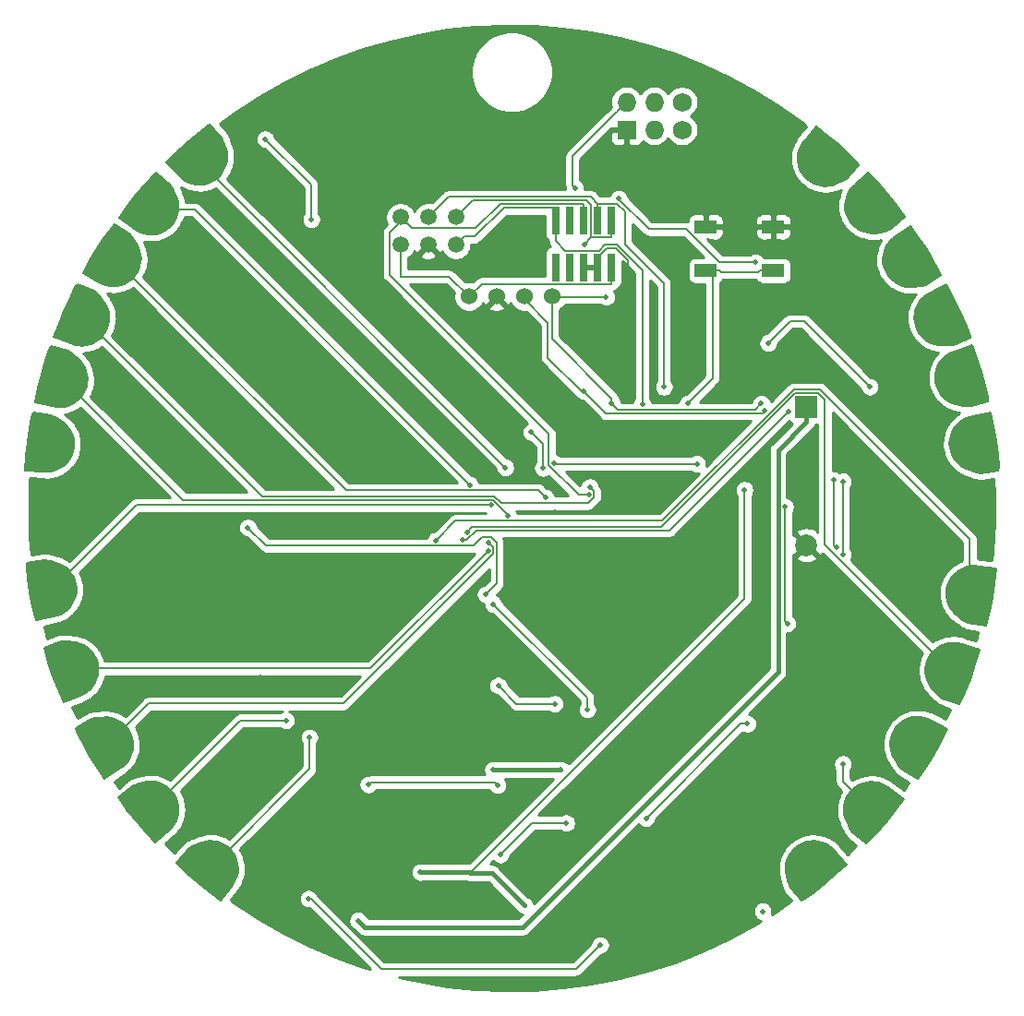
<source format=gbl>
G04 #@! TF.GenerationSoftware,KiCad,Pcbnew,(5.1.4-0-10_14)*
G04 #@! TF.CreationDate,2019-11-18T16:06:03-06:00*
G04 #@! TF.ProjectId,CircuitPythonBadge v1_3,43697263-7569-4745-9079-74686f6e4261,rev?*
G04 #@! TF.SameCoordinates,Original*
G04 #@! TF.FileFunction,Copper,L2,Bot*
G04 #@! TF.FilePolarity,Positive*
%FSLAX46Y46*%
G04 Gerber Fmt 4.6, Leading zero omitted, Abs format (unit mm)*
G04 Created by KiCad (PCBNEW (5.1.4-0-10_14)) date 2019-11-18 16:06:03*
%MOMM*%
%LPD*%
G04 APERTURE LIST*
%ADD10C,0.127000*%
%ADD11C,2.000000*%
%ADD12R,2.000000X2.000000*%
%ADD13C,1.250000*%
%ADD14C,4.213860*%
%ADD15C,1.500000*%
%ADD16C,1.524000*%
%ADD17R,1.998980X1.198880*%
%ADD18R,0.759460X2.598420*%
%ADD19C,0.500000*%
%ADD20R,1.727200X1.727200*%
%ADD21O,1.727200X1.727200*%
%ADD22C,1.727200*%
%ADD23C,0.508000*%
%ADD24C,0.406400*%
%ADD25C,0.152400*%
%ADD26C,0.254000*%
G04 APERTURE END LIST*
D10*
G36*
X55969465Y-91620365D02*
G01*
X55775190Y-92681558D01*
X55589853Y-93940899D01*
X55465332Y-95205147D01*
X55365846Y-96536446D01*
X57012278Y-96674625D01*
X57376196Y-96691159D01*
X57735911Y-96658554D01*
X58086690Y-96573671D01*
X58422873Y-96440932D01*
X58736896Y-96259408D01*
X59022788Y-96036045D01*
X59274888Y-95775264D01*
X59485014Y-95481180D01*
X59652547Y-95158835D01*
X59771206Y-94817693D01*
X59842894Y-94463106D01*
X59859118Y-94101710D01*
X59826513Y-93741995D01*
X59741939Y-93388695D01*
X59609200Y-93052512D01*
X59427677Y-92738489D01*
X59204313Y-92452597D01*
X58943533Y-92200497D01*
X58649449Y-91990371D01*
X58334577Y-91782810D01*
X58080300Y-91623635D01*
X57717617Y-91451150D01*
X56078924Y-91249943D01*
X55969465Y-91620365D01*
G37*
X55969465Y-91620365D02*
X55775190Y-92681558D01*
X55589853Y-93940899D01*
X55465332Y-95205147D01*
X55365846Y-96536446D01*
X57012278Y-96674625D01*
X57376196Y-96691159D01*
X57735911Y-96658554D01*
X58086690Y-96573671D01*
X58422873Y-96440932D01*
X58736896Y-96259408D01*
X59022788Y-96036045D01*
X59274888Y-95775264D01*
X59485014Y-95481180D01*
X59652547Y-95158835D01*
X59771206Y-94817693D01*
X59842894Y-94463106D01*
X59859118Y-94101710D01*
X59826513Y-93741995D01*
X59741939Y-93388695D01*
X59609200Y-93052512D01*
X59427677Y-92738489D01*
X59204313Y-92452597D01*
X58943533Y-92200497D01*
X58649449Y-91990371D01*
X58334577Y-91782810D01*
X58080300Y-91623635D01*
X57717617Y-91451150D01*
X56078924Y-91249943D01*
X55969465Y-91620365D01*
G36*
X69493998Y-132835523D02*
G01*
X70278180Y-133576424D01*
X71233410Y-134417746D01*
X72225879Y-135210737D01*
X73288216Y-136019250D01*
X74300815Y-134713694D01*
X74512885Y-134417492D01*
X74681455Y-134098052D01*
X74801314Y-133757633D01*
X74873087Y-133403391D01*
X74891878Y-133041165D01*
X74860258Y-132679743D01*
X74778853Y-132326283D01*
X74646656Y-131989887D01*
X74467559Y-131673820D01*
X74246080Y-131388505D01*
X73987742Y-131135261D01*
X73693486Y-130924823D01*
X73374046Y-130756253D01*
X73031681Y-130634762D01*
X72677440Y-130562988D01*
X72315213Y-130544197D01*
X71953791Y-130575817D01*
X71600331Y-130657223D01*
X71263935Y-130789419D01*
X70918369Y-130940448D01*
X70646384Y-131067009D01*
X70304194Y-131277238D01*
X69242952Y-132541977D01*
X69493998Y-132835523D01*
G37*
X69493998Y-132835523D02*
X70278180Y-133576424D01*
X71233410Y-134417746D01*
X72225879Y-135210737D01*
X73288216Y-136019250D01*
X74300815Y-134713694D01*
X74512885Y-134417492D01*
X74681455Y-134098052D01*
X74801314Y-133757633D01*
X74873087Y-133403391D01*
X74891878Y-133041165D01*
X74860258Y-132679743D01*
X74778853Y-132326283D01*
X74646656Y-131989887D01*
X74467559Y-131673820D01*
X74246080Y-131388505D01*
X73987742Y-131135261D01*
X73693486Y-130924823D01*
X73374046Y-130756253D01*
X73031681Y-130634762D01*
X72677440Y-130562988D01*
X72315213Y-130544197D01*
X71953791Y-130575817D01*
X71600331Y-130657223D01*
X71263935Y-130789419D01*
X70918369Y-130940448D01*
X70646384Y-131067009D01*
X70304194Y-131277238D01*
X69242952Y-132541977D01*
X69493998Y-132835523D01*
G36*
X143629941Y-89804214D02*
G01*
X143375794Y-88755746D01*
X143032888Y-87529899D01*
X142632427Y-86324303D01*
X142181824Y-85067636D01*
X140621531Y-85611067D01*
X140282351Y-85743982D01*
X139966996Y-85920077D01*
X139681069Y-86140297D01*
X139427940Y-86398298D01*
X139214899Y-86691852D01*
X139044573Y-87012188D01*
X138920337Y-87352961D01*
X138847992Y-87707086D01*
X138826053Y-88069705D01*
X138856407Y-88429617D01*
X138935141Y-88782706D01*
X139067313Y-89119457D01*
X139243408Y-89434811D01*
X139464370Y-89723168D01*
X139722371Y-89976296D01*
X140015925Y-90189338D01*
X140336261Y-90359663D01*
X140677034Y-90483899D01*
X141031159Y-90556244D01*
X141403231Y-90617790D01*
X141700267Y-90659780D01*
X142101751Y-90669837D01*
X143680610Y-90187132D01*
X143629941Y-89804214D01*
G37*
X143629941Y-89804214D02*
X143375794Y-88755746D01*
X143032888Y-87529899D01*
X142632427Y-86324303D01*
X142181824Y-85067636D01*
X140621531Y-85611067D01*
X140282351Y-85743982D01*
X139966996Y-85920077D01*
X139681069Y-86140297D01*
X139427940Y-86398298D01*
X139214899Y-86691852D01*
X139044573Y-87012188D01*
X138920337Y-87352961D01*
X138847992Y-87707086D01*
X138826053Y-88069705D01*
X138856407Y-88429617D01*
X138935141Y-88782706D01*
X139067313Y-89119457D01*
X139243408Y-89434811D01*
X139464370Y-89723168D01*
X139722371Y-89976296D01*
X140015925Y-90189338D01*
X140336261Y-90359663D01*
X140677034Y-90483899D01*
X141031159Y-90556244D01*
X141403231Y-90617790D01*
X141700267Y-90659780D01*
X142101751Y-90669837D01*
X143680610Y-90187132D01*
X143629941Y-89804214D01*
G36*
X57554644Y-85504657D02*
G01*
X57214570Y-86528485D01*
X56855771Y-87749776D01*
X56556512Y-88984390D01*
X56272713Y-90288888D01*
X57883892Y-90654861D01*
X58241967Y-90721882D01*
X58602718Y-90739657D01*
X58961897Y-90704419D01*
X59313282Y-90619759D01*
X59649512Y-90483706D01*
X59963708Y-90302304D01*
X60249649Y-90079147D01*
X60498658Y-89817169D01*
X60709423Y-89521277D01*
X60874405Y-89199969D01*
X60994744Y-88858810D01*
X61061106Y-88503189D01*
X61078882Y-88142437D01*
X61044301Y-87780804D01*
X60959641Y-87429420D01*
X60823588Y-87093190D01*
X60642187Y-86778994D01*
X60419030Y-86493053D01*
X60157051Y-86244044D01*
X59874131Y-85994681D01*
X59644481Y-85801667D01*
X59309334Y-85580384D01*
X57714590Y-85153074D01*
X57554644Y-85504657D01*
G37*
X57554644Y-85504657D02*
X57214570Y-86528485D01*
X56855771Y-87749776D01*
X56556512Y-88984390D01*
X56272713Y-90288888D01*
X57883892Y-90654861D01*
X58241967Y-90721882D01*
X58602718Y-90739657D01*
X58961897Y-90704419D01*
X59313282Y-90619759D01*
X59649512Y-90483706D01*
X59963708Y-90302304D01*
X60249649Y-90079147D01*
X60498658Y-89817169D01*
X60709423Y-89521277D01*
X60874405Y-89199969D01*
X60994744Y-88858810D01*
X61061106Y-88503189D01*
X61078882Y-88142437D01*
X61044301Y-87780804D01*
X60959641Y-87429420D01*
X60823588Y-87093190D01*
X60642187Y-86778994D01*
X60419030Y-86493053D01*
X60157051Y-86244044D01*
X59874131Y-85994681D01*
X59644481Y-85801667D01*
X59309334Y-85580384D01*
X57714590Y-85153074D01*
X57554644Y-85504657D01*
G36*
X59940340Y-79759517D02*
G01*
X59461087Y-80726052D01*
X58935809Y-81885522D01*
X58467637Y-83066473D01*
X58005049Y-84318777D01*
X59549614Y-84905422D01*
X59894877Y-85021625D01*
X60249644Y-85089434D01*
X60610232Y-85104527D01*
X60969979Y-85069594D01*
X61321872Y-84981659D01*
X61658256Y-84845751D01*
X61972472Y-84664561D01*
X62255518Y-84439788D01*
X62505412Y-84176107D01*
X62713506Y-83880888D01*
X62880154Y-83559797D01*
X62995364Y-83216872D01*
X63063173Y-82862105D01*
X63079258Y-82499179D01*
X63044325Y-82139432D01*
X62956390Y-81787539D01*
X62820482Y-81451155D01*
X62639292Y-81136940D01*
X62414519Y-80853893D01*
X62169056Y-80567583D01*
X61968504Y-80344486D01*
X61667415Y-80078713D01*
X60147661Y-79433616D01*
X59940340Y-79759517D01*
G37*
X59940340Y-79759517D02*
X59461087Y-80726052D01*
X58935809Y-81885522D01*
X58467637Y-83066473D01*
X58005049Y-84318777D01*
X59549614Y-84905422D01*
X59894877Y-85021625D01*
X60249644Y-85089434D01*
X60610232Y-85104527D01*
X60969979Y-85069594D01*
X61321872Y-84981659D01*
X61658256Y-84845751D01*
X61972472Y-84664561D01*
X62255518Y-84439788D01*
X62505412Y-84176107D01*
X62713506Y-83880888D01*
X62880154Y-83559797D01*
X62995364Y-83216872D01*
X63063173Y-82862105D01*
X63079258Y-82499179D01*
X63044325Y-82139432D01*
X62956390Y-81787539D01*
X62820482Y-81451155D01*
X62639292Y-81136940D01*
X62414519Y-80853893D01*
X62169056Y-80567583D01*
X61968504Y-80344486D01*
X61667415Y-80078713D01*
X60147661Y-79433616D01*
X59940340Y-79759517D01*
G36*
X63291003Y-74261516D02*
G01*
X62666450Y-75141180D01*
X61966258Y-76204203D01*
X61319109Y-77297376D01*
X60666313Y-78461898D01*
X62100090Y-79282944D01*
X62422924Y-79451727D01*
X62762716Y-79574199D01*
X63116503Y-79645514D01*
X63477286Y-79667288D01*
X63838603Y-79635484D01*
X64192106Y-79553872D01*
X64530797Y-79424066D01*
X64845522Y-79246339D01*
X65133587Y-79024997D01*
X65385302Y-78765965D01*
X65600127Y-78474897D01*
X65767564Y-78154217D01*
X65890036Y-77814425D01*
X65962697Y-77458484D01*
X65984472Y-77097701D01*
X65952668Y-76736384D01*
X65871055Y-76382881D01*
X65741250Y-76044190D01*
X65563522Y-75729465D01*
X65365870Y-75408281D01*
X65202687Y-75156558D01*
X64946881Y-74846956D01*
X63546753Y-73972060D01*
X63291003Y-74261516D01*
G37*
X63291003Y-74261516D02*
X62666450Y-75141180D01*
X61966258Y-76204203D01*
X61319109Y-77297376D01*
X60666313Y-78461898D01*
X62100090Y-79282944D01*
X62422924Y-79451727D01*
X62762716Y-79574199D01*
X63116503Y-79645514D01*
X63477286Y-79667288D01*
X63838603Y-79635484D01*
X64192106Y-79553872D01*
X64530797Y-79424066D01*
X64845522Y-79246339D01*
X65133587Y-79024997D01*
X65385302Y-78765965D01*
X65600127Y-78474897D01*
X65767564Y-78154217D01*
X65890036Y-77814425D01*
X65962697Y-77458484D01*
X65984472Y-77097701D01*
X65952668Y-76736384D01*
X65871055Y-76382881D01*
X65741250Y-76044190D01*
X65563522Y-75729465D01*
X65365870Y-75408281D01*
X65202687Y-75156558D01*
X64946881Y-74846956D01*
X63546753Y-73972060D01*
X63291003Y-74261516D01*
G36*
X67093838Y-69502122D02*
G01*
X66366736Y-70299115D01*
X65542213Y-71268883D01*
X64766664Y-72275040D01*
X63976814Y-73351326D01*
X65299843Y-74340985D01*
X65599702Y-74547853D01*
X65922035Y-74710823D01*
X66264494Y-74824722D01*
X66619934Y-74890303D01*
X66982433Y-74902769D01*
X67343248Y-74864846D01*
X67695234Y-74777284D01*
X68029272Y-74639236D01*
X68342165Y-74454651D01*
X68623571Y-74228226D01*
X68872268Y-73965508D01*
X69077538Y-73667624D01*
X69240507Y-73345290D01*
X69356005Y-73000857D01*
X69421586Y-72645417D01*
X69434052Y-72282918D01*
X69396129Y-71922103D01*
X69308567Y-71570117D01*
X69170519Y-71236080D01*
X69013483Y-70893202D01*
X68882194Y-70623468D01*
X68666025Y-70284999D01*
X67382957Y-69245991D01*
X67093838Y-69502122D01*
G37*
X67093838Y-69502122D02*
X66366736Y-70299115D01*
X65542213Y-71268883D01*
X64766664Y-72275040D01*
X63976814Y-73351326D01*
X65299843Y-74340985D01*
X65599702Y-74547853D01*
X65922035Y-74710823D01*
X66264494Y-74824722D01*
X66619934Y-74890303D01*
X66982433Y-74902769D01*
X67343248Y-74864846D01*
X67695234Y-74777284D01*
X68029272Y-74639236D01*
X68342165Y-74454651D01*
X68623571Y-74228226D01*
X68872268Y-73965508D01*
X69077538Y-73667624D01*
X69240507Y-73345290D01*
X69356005Y-73000857D01*
X69421586Y-72645417D01*
X69434052Y-72282918D01*
X69396129Y-71922103D01*
X69308567Y-71570117D01*
X69170519Y-71236080D01*
X69013483Y-70893202D01*
X68882194Y-70623468D01*
X68666025Y-70284999D01*
X67382957Y-69245991D01*
X67093838Y-69502122D01*
G36*
X71992927Y-65011790D02*
G01*
X71150100Y-65685227D01*
X70184023Y-66514071D01*
X69260625Y-67386518D01*
X68312131Y-68325994D01*
X69464055Y-69510436D01*
X69727860Y-69761666D01*
X70020731Y-69973053D01*
X70341156Y-70139122D01*
X70681961Y-70259498D01*
X71038047Y-70328518D01*
X71400352Y-70347506D01*
X71761702Y-70316085D01*
X72113223Y-70231992D01*
X72451139Y-70098626D01*
X72764502Y-69919011D01*
X73051235Y-69698432D01*
X73300577Y-69436327D01*
X73511964Y-69143456D01*
X73679921Y-68821331D01*
X73800297Y-68480526D01*
X73869317Y-68124440D01*
X73888305Y-67762135D01*
X73856884Y-67400785D01*
X73772791Y-67049264D01*
X73671326Y-66686042D01*
X73583849Y-66399091D01*
X73423290Y-66030973D01*
X72318555Y-64804041D01*
X71992927Y-65011790D01*
G37*
X71992927Y-65011790D02*
X71150100Y-65685227D01*
X70184023Y-66514071D01*
X69260625Y-67386518D01*
X68312131Y-68325994D01*
X69464055Y-69510436D01*
X69727860Y-69761666D01*
X70020731Y-69973053D01*
X70341156Y-70139122D01*
X70681961Y-70259498D01*
X71038047Y-70328518D01*
X71400352Y-70347506D01*
X71761702Y-70316085D01*
X72113223Y-70231992D01*
X72451139Y-70098626D01*
X72764502Y-69919011D01*
X73051235Y-69698432D01*
X73300577Y-69436327D01*
X73511964Y-69143456D01*
X73679921Y-68821331D01*
X73800297Y-68480526D01*
X73869317Y-68124440D01*
X73888305Y-67762135D01*
X73856884Y-67400785D01*
X73772791Y-67049264D01*
X73671326Y-66686042D01*
X73583849Y-66399091D01*
X73423290Y-66030973D01*
X72318555Y-64804041D01*
X71992927Y-65011790D01*
G36*
X141206243Y-117676539D02*
G01*
X141634255Y-116686246D01*
X142098132Y-115500874D01*
X142503855Y-114297040D01*
X142900269Y-113022241D01*
X141327118Y-112517237D01*
X140976247Y-112419263D01*
X140618417Y-112370114D01*
X140257533Y-112373914D01*
X139900107Y-112427626D01*
X139553299Y-112533857D01*
X139224488Y-112687184D01*
X138920187Y-112884571D01*
X138649291Y-113123849D01*
X138413541Y-113400247D01*
X138221182Y-113705952D01*
X138071567Y-114035325D01*
X137974463Y-114383809D01*
X137925314Y-114741639D01*
X137928245Y-115104909D01*
X137981957Y-115462335D01*
X138088188Y-115809144D01*
X138241515Y-116137954D01*
X138438901Y-116442256D01*
X138678180Y-116713151D01*
X138938291Y-116986222D01*
X139150244Y-117198518D01*
X139464830Y-117448168D01*
X141016263Y-118012844D01*
X141206243Y-117676539D01*
G37*
X141206243Y-117676539D02*
X141634255Y-116686246D01*
X142098132Y-115500874D01*
X142503855Y-114297040D01*
X142900269Y-113022241D01*
X141327118Y-112517237D01*
X140976247Y-112419263D01*
X140618417Y-112370114D01*
X140257533Y-112373914D01*
X139900107Y-112427626D01*
X139553299Y-112533857D01*
X139224488Y-112687184D01*
X138920187Y-112884571D01*
X138649291Y-113123849D01*
X138413541Y-113400247D01*
X138221182Y-113705952D01*
X138071567Y-114035325D01*
X137974463Y-114383809D01*
X137925314Y-114741639D01*
X137928245Y-115104909D01*
X137981957Y-115462335D01*
X138088188Y-115809144D01*
X138241515Y-116137954D01*
X138438901Y-116442256D01*
X138678180Y-116713151D01*
X138938291Y-116986222D01*
X139150244Y-117198518D01*
X139464830Y-117448168D01*
X141016263Y-118012844D01*
X141206243Y-117676539D01*
G36*
X143593425Y-110454872D02*
G01*
X143842973Y-109405300D01*
X144093964Y-108157386D01*
X144284480Y-106901387D01*
X144453505Y-105577119D01*
X142816560Y-105352962D01*
X142454007Y-105317405D01*
X142093079Y-105331139D01*
X141738338Y-105397547D01*
X141395669Y-105512510D01*
X141072576Y-105677350D01*
X140775386Y-105885445D01*
X140509983Y-106132674D01*
X140284753Y-106415358D01*
X140100580Y-106728494D01*
X139964229Y-107062958D01*
X139874082Y-107413307D01*
X139838967Y-107773359D01*
X139852701Y-108134287D01*
X139918668Y-108491530D01*
X140033631Y-108834199D01*
X140198471Y-109157291D01*
X140406566Y-109454482D01*
X140653795Y-109719885D01*
X140936479Y-109945114D01*
X141240056Y-110168869D01*
X141485654Y-110341134D01*
X141838812Y-110532364D01*
X143464730Y-110819057D01*
X143593425Y-110454872D01*
G37*
X143593425Y-110454872D02*
X143842973Y-109405300D01*
X144093964Y-108157386D01*
X144284480Y-106901387D01*
X144453505Y-105577119D01*
X142816560Y-105352962D01*
X142454007Y-105317405D01*
X142093079Y-105331139D01*
X141738338Y-105397547D01*
X141395669Y-105512510D01*
X141072576Y-105677350D01*
X140775386Y-105885445D01*
X140509983Y-106132674D01*
X140284753Y-106415358D01*
X140100580Y-106728494D01*
X139964229Y-107062958D01*
X139874082Y-107413307D01*
X139838967Y-107773359D01*
X139852701Y-108134287D01*
X139918668Y-108491530D01*
X140033631Y-108834199D01*
X140198471Y-109157291D01*
X140406566Y-109454482D01*
X140653795Y-109719885D01*
X140936479Y-109945114D01*
X141240056Y-110168869D01*
X141485654Y-110341134D01*
X141838812Y-110532364D01*
X143464730Y-110819057D01*
X143593425Y-110454872D01*
G36*
X137484955Y-124550727D02*
G01*
X138078427Y-123649802D01*
X138741094Y-122562990D01*
X139349697Y-121447898D01*
X139961455Y-120261303D01*
X138499897Y-119490795D01*
X138171369Y-119333382D01*
X137827510Y-119222843D01*
X137471449Y-119163919D01*
X137110126Y-119154748D01*
X136750140Y-119199143D01*
X136399700Y-119293043D01*
X136065745Y-119434590D01*
X135757415Y-119623193D01*
X135477250Y-119854453D01*
X135234729Y-120122112D01*
X135030192Y-120420500D01*
X134874049Y-120746828D01*
X134763510Y-121090687D01*
X134703315Y-121448947D01*
X134694145Y-121810270D01*
X134738540Y-122170257D01*
X134832440Y-122520697D01*
X134973986Y-122854652D01*
X135162589Y-123162981D01*
X135371330Y-123477072D01*
X135543198Y-123722947D01*
X135809654Y-124023432D01*
X137239462Y-124848932D01*
X137484955Y-124550727D01*
G37*
X137484955Y-124550727D02*
X138078427Y-123649802D01*
X138741094Y-122562990D01*
X139349697Y-121447898D01*
X139961455Y-120261303D01*
X138499897Y-119490795D01*
X138171369Y-119333382D01*
X137827510Y-119222843D01*
X137471449Y-119163919D01*
X137110126Y-119154748D01*
X136750140Y-119199143D01*
X136399700Y-119293043D01*
X136065745Y-119434590D01*
X135757415Y-119623193D01*
X135477250Y-119854453D01*
X135234729Y-120122112D01*
X135030192Y-120420500D01*
X134874049Y-120746828D01*
X134763510Y-121090687D01*
X134703315Y-121448947D01*
X134694145Y-121810270D01*
X134738540Y-122170257D01*
X134832440Y-122520697D01*
X134973986Y-122854652D01*
X135162589Y-123162981D01*
X135371330Y-123477072D01*
X135543198Y-123722947D01*
X135809654Y-124023432D01*
X137239462Y-124848932D01*
X137484955Y-124550727D01*
G36*
X64133218Y-126905859D02*
G01*
X64776830Y-127771675D01*
X65571454Y-128766090D01*
X66411144Y-129719374D01*
X67316945Y-130700077D01*
X68540867Y-129590191D01*
X68801150Y-129335314D01*
X69022629Y-129049999D01*
X69199781Y-128735565D01*
X69331977Y-128399169D01*
X69413383Y-128045709D01*
X69445003Y-127684287D01*
X69426212Y-127322060D01*
X69354438Y-126967819D01*
X69232947Y-126625454D01*
X69064377Y-126306014D01*
X68853939Y-126011758D01*
X68600695Y-125753420D01*
X68315380Y-125531941D01*
X67999313Y-125352844D01*
X67662917Y-125220647D01*
X67309457Y-125139242D01*
X66948035Y-125107622D01*
X66585809Y-125126413D01*
X66231567Y-125198186D01*
X65865025Y-125286913D01*
X65575196Y-125364322D01*
X65201699Y-125511937D01*
X63936959Y-126573179D01*
X64133218Y-126905859D01*
G37*
X64133218Y-126905859D02*
X64776830Y-127771675D01*
X65571454Y-128766090D01*
X66411144Y-129719374D01*
X67316945Y-130700077D01*
X68540867Y-129590191D01*
X68801150Y-129335314D01*
X69022629Y-129049999D01*
X69199781Y-128735565D01*
X69331977Y-128399169D01*
X69413383Y-128045709D01*
X69445003Y-127684287D01*
X69426212Y-127322060D01*
X69354438Y-126967819D01*
X69232947Y-126625454D01*
X69064377Y-126306014D01*
X68853939Y-126011758D01*
X68600695Y-125753420D01*
X68315380Y-125531941D01*
X67999313Y-125352844D01*
X67662917Y-125220647D01*
X67309457Y-125139242D01*
X66948035Y-125107622D01*
X66585809Y-125126413D01*
X66231567Y-125198186D01*
X65865025Y-125286913D01*
X65575196Y-125364322D01*
X65201699Y-125511937D01*
X63936959Y-126573179D01*
X64133218Y-126905859D01*
G36*
X60125545Y-120535273D02*
G01*
X60609033Y-121499698D01*
X61218906Y-122616990D01*
X61880303Y-123701602D01*
X62602045Y-124824697D01*
X64000103Y-123944205D01*
X64300691Y-123738398D01*
X64568350Y-123495877D01*
X64797411Y-123216981D01*
X64986014Y-122908652D01*
X65127560Y-122574697D01*
X65221460Y-122224257D01*
X65265855Y-121864270D01*
X65256685Y-121502947D01*
X65196490Y-121144687D01*
X65085951Y-120800828D01*
X64929808Y-120474500D01*
X64725271Y-120176112D01*
X64482750Y-119908453D01*
X64202585Y-119677193D01*
X63894255Y-119488590D01*
X63560300Y-119347043D01*
X63209860Y-119253143D01*
X62849874Y-119208748D01*
X62488551Y-119217919D01*
X62112170Y-119241648D01*
X61813302Y-119267553D01*
X61419846Y-119348068D01*
X59990038Y-120173568D01*
X60125545Y-120535273D01*
G37*
X60125545Y-120535273D02*
X60609033Y-121499698D01*
X61218906Y-122616990D01*
X61880303Y-123701602D01*
X62602045Y-124824697D01*
X64000103Y-123944205D01*
X64300691Y-123738398D01*
X64568350Y-123495877D01*
X64797411Y-123216981D01*
X64986014Y-122908652D01*
X65127560Y-122574697D01*
X65221460Y-122224257D01*
X65265855Y-121864270D01*
X65256685Y-121502947D01*
X65196490Y-121144687D01*
X65085951Y-120800828D01*
X64929808Y-120474500D01*
X64725271Y-120176112D01*
X64482750Y-119908453D01*
X64202585Y-119677193D01*
X63894255Y-119488590D01*
X63560300Y-119347043D01*
X63209860Y-119253143D01*
X62849874Y-119208748D01*
X62488551Y-119217919D01*
X62112170Y-119241648D01*
X61813302Y-119267553D01*
X61419846Y-119348068D01*
X59990038Y-120173568D01*
X60125545Y-120535273D01*
G36*
X57187004Y-113186923D02*
G01*
X57495676Y-114220653D01*
X57902268Y-115426874D01*
X58365276Y-116609859D01*
X58881030Y-117841221D01*
X60410744Y-117216875D01*
X60742504Y-117066392D01*
X61048209Y-116874033D01*
X61322220Y-116639151D01*
X61561499Y-116368256D01*
X61758885Y-116063954D01*
X61912212Y-115735144D01*
X62018443Y-115388335D01*
X62072155Y-115030909D01*
X62075086Y-114667639D01*
X62025937Y-114309809D01*
X61928833Y-113961325D01*
X61779218Y-113631952D01*
X61586859Y-113326247D01*
X61351109Y-113049849D01*
X61080213Y-112810571D01*
X60775912Y-112613184D01*
X60447101Y-112459857D01*
X60100293Y-112353626D01*
X59742867Y-112299914D01*
X59368083Y-112257925D01*
X59069257Y-112231538D01*
X58667798Y-112242507D01*
X57116365Y-112807182D01*
X57187004Y-113186923D01*
G37*
X57187004Y-113186923D02*
X57495676Y-114220653D01*
X57902268Y-115426874D01*
X58365276Y-116609859D01*
X58881030Y-117841221D01*
X60410744Y-117216875D01*
X60742504Y-117066392D01*
X61048209Y-116874033D01*
X61322220Y-116639151D01*
X61561499Y-116368256D01*
X61758885Y-116063954D01*
X61912212Y-115735144D01*
X62018443Y-115388335D01*
X62072155Y-115030909D01*
X62075086Y-114667639D01*
X62025937Y-114309809D01*
X61928833Y-113961325D01*
X61779218Y-113631952D01*
X61586859Y-113326247D01*
X61351109Y-113049849D01*
X61080213Y-112810571D01*
X60775912Y-112613184D01*
X60447101Y-112459857D01*
X60100293Y-112353626D01*
X59742867Y-112299914D01*
X59368083Y-112257925D01*
X59069257Y-112231538D01*
X58667798Y-112242507D01*
X57116365Y-112807182D01*
X57187004Y-113186923D01*
G36*
X55498602Y-105439261D02*
G01*
X55623079Y-106510886D01*
X55814036Y-107769386D01*
X56064586Y-109014799D01*
X56358681Y-110317013D01*
X57973572Y-109967785D01*
X58326422Y-109877197D01*
X58660887Y-109740846D01*
X58971521Y-109557114D01*
X59254205Y-109331885D01*
X59501434Y-109066482D01*
X59709529Y-108769291D01*
X59874369Y-108446199D01*
X59989332Y-108103530D01*
X60055299Y-107746287D01*
X60069033Y-107385359D01*
X60033918Y-107025307D01*
X59943771Y-106674958D01*
X59807420Y-106340494D01*
X59623247Y-106027358D01*
X59398017Y-105744674D01*
X59132614Y-105497445D01*
X58835424Y-105289350D01*
X58512331Y-105124510D01*
X58169662Y-105009547D01*
X57807864Y-104903116D01*
X57518160Y-104825240D01*
X57120895Y-104766329D01*
X55494977Y-105053022D01*
X55498602Y-105439261D01*
G37*
X55498602Y-105439261D02*
X55623079Y-106510886D01*
X55814036Y-107769386D01*
X56064586Y-109014799D01*
X56358681Y-110317013D01*
X57973572Y-109967785D01*
X58326422Y-109877197D01*
X58660887Y-109740846D01*
X58971521Y-109557114D01*
X59254205Y-109331885D01*
X59501434Y-109066482D01*
X59709529Y-108769291D01*
X59874369Y-108446199D01*
X59989332Y-108103530D01*
X60055299Y-107746287D01*
X60069033Y-107385359D01*
X60033918Y-107025307D01*
X59943771Y-106674958D01*
X59807420Y-106340494D01*
X59623247Y-106027358D01*
X59398017Y-105744674D01*
X59132614Y-105497445D01*
X58835424Y-105289350D01*
X58512331Y-105124510D01*
X58169662Y-105009547D01*
X57807864Y-104903116D01*
X57518160Y-104825240D01*
X57120895Y-104766329D01*
X55494977Y-105053022D01*
X55498602Y-105439261D01*
G36*
X139209087Y-78300494D02*
G01*
X138692237Y-77353530D01*
X138043742Y-76258203D01*
X137344896Y-75197334D01*
X136584397Y-74100112D01*
X135217920Y-75028860D01*
X134924698Y-75245031D01*
X134665666Y-75496746D01*
X134446478Y-75783465D01*
X134268750Y-76098190D01*
X134138945Y-76436881D01*
X134057332Y-76790384D01*
X134025528Y-77151701D01*
X134047303Y-77512484D01*
X134119964Y-77868425D01*
X134242436Y-78208217D01*
X134409873Y-78528897D01*
X134624698Y-78819965D01*
X134876413Y-79078997D01*
X135164478Y-79300339D01*
X135479203Y-79478066D01*
X135817894Y-79607872D01*
X136171397Y-79689484D01*
X136532714Y-79721288D01*
X136893497Y-79699514D01*
X137268820Y-79662663D01*
X137566602Y-79626344D01*
X137957008Y-79532147D01*
X139357136Y-78657250D01*
X139209087Y-78300494D01*
G37*
X139209087Y-78300494D02*
X138692237Y-77353530D01*
X138043742Y-76258203D01*
X137344896Y-75197334D01*
X136584397Y-74100112D01*
X135217920Y-75028860D01*
X134924698Y-75245031D01*
X134665666Y-75496746D01*
X134446478Y-75783465D01*
X134268750Y-76098190D01*
X134138945Y-76436881D01*
X134057332Y-76790384D01*
X134025528Y-77151701D01*
X134047303Y-77512484D01*
X134119964Y-77868425D01*
X134242436Y-78208217D01*
X134409873Y-78528897D01*
X134624698Y-78819965D01*
X134876413Y-79078997D01*
X135164478Y-79300339D01*
X135479203Y-79478066D01*
X135817894Y-79607872D01*
X136171397Y-79689484D01*
X136532714Y-79721288D01*
X136893497Y-79699514D01*
X137268820Y-79662663D01*
X137566602Y-79626344D01*
X137957008Y-79532147D01*
X139357136Y-78657250D01*
X139209087Y-78300494D01*
G36*
X135866982Y-72993641D02*
G01*
X135223370Y-72127825D01*
X134428746Y-71133410D01*
X133589056Y-70180126D01*
X132683255Y-69199423D01*
X131459333Y-70309309D01*
X131199050Y-70564186D01*
X130977571Y-70849501D01*
X130800419Y-71163935D01*
X130668223Y-71500331D01*
X130586817Y-71853791D01*
X130555197Y-72215213D01*
X130573988Y-72577440D01*
X130645762Y-72931681D01*
X130767253Y-73274046D01*
X130935823Y-73593486D01*
X131146261Y-73887742D01*
X131399505Y-74146080D01*
X131684820Y-74367559D01*
X132000887Y-74546656D01*
X132337283Y-74678853D01*
X132690743Y-74760258D01*
X133052165Y-74791878D01*
X133414391Y-74773087D01*
X133768633Y-74701314D01*
X134135175Y-74612587D01*
X134425004Y-74535178D01*
X134798501Y-74387563D01*
X136063241Y-73326321D01*
X135866982Y-72993641D01*
G37*
X135866982Y-72993641D02*
X135223370Y-72127825D01*
X134428746Y-71133410D01*
X133589056Y-70180126D01*
X132683255Y-69199423D01*
X131459333Y-70309309D01*
X131199050Y-70564186D01*
X130977571Y-70849501D01*
X130800419Y-71163935D01*
X130668223Y-71500331D01*
X130586817Y-71853791D01*
X130555197Y-72215213D01*
X130573988Y-72577440D01*
X130645762Y-72931681D01*
X130767253Y-73274046D01*
X130935823Y-73593486D01*
X131146261Y-73887742D01*
X131399505Y-74146080D01*
X131684820Y-74367559D01*
X132000887Y-74546656D01*
X132337283Y-74678853D01*
X132690743Y-74760258D01*
X133052165Y-74791878D01*
X133414391Y-74773087D01*
X133768633Y-74701314D01*
X134135175Y-74612587D01*
X134425004Y-74535178D01*
X134798501Y-74387563D01*
X136063241Y-73326321D01*
X135866982Y-72993641D01*
G36*
X144642268Y-96173135D02*
G01*
X144555266Y-95097819D01*
X144408346Y-93833421D01*
X144201413Y-92580022D01*
X143952944Y-91268337D01*
X142326849Y-91560994D01*
X141971052Y-91639213D01*
X141632033Y-91763808D01*
X141315176Y-91936587D01*
X141024803Y-92151814D01*
X140768462Y-92408427D01*
X140550122Y-92698174D01*
X140374107Y-93015317D01*
X140247256Y-93353765D01*
X140168861Y-93708487D01*
X140142539Y-94068716D01*
X140165067Y-94429775D01*
X140242932Y-94783056D01*
X140367527Y-95122075D01*
X140540660Y-95441448D01*
X140755887Y-95731820D01*
X141012500Y-95988161D01*
X141302247Y-96206501D01*
X141619390Y-96382516D01*
X141957838Y-96509368D01*
X142315701Y-96628361D01*
X142602511Y-96716300D01*
X142997478Y-96789040D01*
X144632411Y-96559265D01*
X144642268Y-96173135D01*
G37*
X144642268Y-96173135D02*
X144555266Y-95097819D01*
X144408346Y-93833421D01*
X144201413Y-92580022D01*
X143952944Y-91268337D01*
X142326849Y-91560994D01*
X141971052Y-91639213D01*
X141632033Y-91763808D01*
X141315176Y-91936587D01*
X141024803Y-92151814D01*
X140768462Y-92408427D01*
X140550122Y-92698174D01*
X140374107Y-93015317D01*
X140247256Y-93353765D01*
X140168861Y-93708487D01*
X140142539Y-94068716D01*
X140165067Y-94429775D01*
X140242932Y-94783056D01*
X140367527Y-95122075D01*
X140540660Y-95441448D01*
X140755887Y-95731820D01*
X141012500Y-95988161D01*
X141302247Y-96206501D01*
X141619390Y-96382516D01*
X141957838Y-96509368D01*
X142315701Y-96628361D01*
X142602511Y-96716300D01*
X142997478Y-96789040D01*
X144632411Y-96559265D01*
X144642268Y-96173135D01*
G36*
X131605611Y-68262035D02*
G01*
X130847763Y-67494218D01*
X129922477Y-66620071D01*
X128958288Y-65792927D01*
X127924814Y-64947831D01*
X126867269Y-66217253D01*
X126644991Y-66505873D01*
X126465375Y-66819236D01*
X126333709Y-67155264D01*
X126249616Y-67506785D01*
X126218195Y-67868135D01*
X126237183Y-68230440D01*
X126306203Y-68586526D01*
X126426579Y-68927331D01*
X126594536Y-69249456D01*
X126805923Y-69542327D01*
X127055265Y-69804432D01*
X127341998Y-70025011D01*
X127655361Y-70204626D01*
X127993277Y-70337992D01*
X128344798Y-70422085D01*
X128706148Y-70453506D01*
X129068453Y-70434518D01*
X129424539Y-70365498D01*
X129765344Y-70245122D01*
X130115970Y-70106246D01*
X130392206Y-69989254D01*
X130741524Y-69791095D01*
X131846259Y-68564163D01*
X131605611Y-68262035D01*
G37*
X131605611Y-68262035D02*
X130847763Y-67494218D01*
X129922477Y-66620071D01*
X128958288Y-65792927D01*
X127924814Y-64947831D01*
X126867269Y-66217253D01*
X126644991Y-66505873D01*
X126465375Y-66819236D01*
X126333709Y-67155264D01*
X126249616Y-67506785D01*
X126218195Y-67868135D01*
X126237183Y-68230440D01*
X126306203Y-68586526D01*
X126426579Y-68927331D01*
X126594536Y-69249456D01*
X126805923Y-69542327D01*
X127055265Y-69804432D01*
X127341998Y-70025011D01*
X127655361Y-70204626D01*
X127993277Y-70337992D01*
X128344798Y-70422085D01*
X128706148Y-70453506D01*
X129068453Y-70434518D01*
X129424539Y-70365498D01*
X129765344Y-70245122D01*
X130115970Y-70106246D01*
X130392206Y-69989254D01*
X130741524Y-69791095D01*
X131846259Y-68564163D01*
X131605611Y-68262035D01*
G36*
X141934963Y-83970620D02*
G01*
X141537371Y-82967726D01*
X141027197Y-81801532D01*
X140462847Y-80663402D01*
X139841735Y-79481677D01*
X138372257Y-80236971D01*
X138054876Y-80415796D01*
X137767099Y-80634066D01*
X137514602Y-80891936D01*
X137299844Y-81182655D01*
X137129730Y-81503002D01*
X137005645Y-81843925D01*
X136930044Y-82198672D01*
X136907688Y-82559420D01*
X136936429Y-82921563D01*
X137016578Y-83273748D01*
X137143686Y-83612443D01*
X137321438Y-83927522D01*
X137539708Y-84215299D01*
X137798652Y-84470098D01*
X138089371Y-84684856D01*
X138409718Y-84854970D01*
X138750640Y-84979055D01*
X139105388Y-85054656D01*
X139466135Y-85077012D01*
X139843152Y-85086177D01*
X140143140Y-85086419D01*
X140542116Y-85040502D01*
X142038430Y-84342759D01*
X141934963Y-83970620D01*
G37*
X141934963Y-83970620D02*
X141537371Y-82967726D01*
X141027197Y-81801532D01*
X140462847Y-80663402D01*
X139841735Y-79481677D01*
X138372257Y-80236971D01*
X138054876Y-80415796D01*
X137767099Y-80634066D01*
X137514602Y-80891936D01*
X137299844Y-81182655D01*
X137129730Y-81503002D01*
X137005645Y-81843925D01*
X136930044Y-82198672D01*
X136907688Y-82559420D01*
X136936429Y-82921563D01*
X137016578Y-83273748D01*
X137143686Y-83612443D01*
X137321438Y-83927522D01*
X137539708Y-84215299D01*
X137798652Y-84470098D01*
X138089371Y-84684856D01*
X138409718Y-84854970D01*
X138750640Y-84979055D01*
X139105388Y-85054656D01*
X139466135Y-85077012D01*
X139843152Y-85086177D01*
X140143140Y-85086419D01*
X140542116Y-85040502D01*
X142038430Y-84342759D01*
X141934963Y-83970620D01*
G36*
X126905859Y-135866982D02*
G01*
X127771675Y-135223370D01*
X128766090Y-134428746D01*
X129719374Y-133589056D01*
X130700077Y-132683255D01*
X129590191Y-131459333D01*
X129335314Y-131199050D01*
X129049999Y-130977571D01*
X128735565Y-130800419D01*
X128399169Y-130668223D01*
X128045709Y-130586817D01*
X127684287Y-130555197D01*
X127322060Y-130573988D01*
X126967819Y-130645762D01*
X126625454Y-130767253D01*
X126306014Y-130935823D01*
X126011758Y-131146261D01*
X125753420Y-131399505D01*
X125531941Y-131684820D01*
X125352844Y-132000887D01*
X125220647Y-132337283D01*
X125139242Y-132690743D01*
X125107622Y-133052165D01*
X125126413Y-133414391D01*
X125198186Y-133768633D01*
X125286913Y-134135175D01*
X125364322Y-134425004D01*
X125511937Y-134798501D01*
X126573179Y-136063241D01*
X126905859Y-135866982D01*
G37*
X126905859Y-135866982D02*
X127771675Y-135223370D01*
X128766090Y-134428746D01*
X129719374Y-133589056D01*
X130700077Y-132683255D01*
X129590191Y-131459333D01*
X129335314Y-131199050D01*
X129049999Y-130977571D01*
X128735565Y-130800419D01*
X128399169Y-130668223D01*
X128045709Y-130586817D01*
X127684287Y-130555197D01*
X127322060Y-130573988D01*
X126967819Y-130645762D01*
X126625454Y-130767253D01*
X126306014Y-130935823D01*
X126011758Y-131146261D01*
X125753420Y-131399505D01*
X125531941Y-131684820D01*
X125352844Y-132000887D01*
X125220647Y-132337283D01*
X125139242Y-132690743D01*
X125107622Y-133052165D01*
X125126413Y-133414391D01*
X125198186Y-133768633D01*
X125286913Y-134135175D01*
X125364322Y-134425004D01*
X125511937Y-134798501D01*
X126573179Y-136063241D01*
X126905859Y-135866982D01*
G36*
X132735523Y-130532502D02*
G01*
X133476424Y-129748320D01*
X134317746Y-128793090D01*
X135110737Y-127800621D01*
X135919250Y-126738284D01*
X134613694Y-125725685D01*
X134317492Y-125513615D01*
X133998052Y-125345045D01*
X133657633Y-125225186D01*
X133303391Y-125153413D01*
X132941165Y-125134622D01*
X132579743Y-125166242D01*
X132226283Y-125247647D01*
X131889887Y-125379844D01*
X131573820Y-125558941D01*
X131288505Y-125780420D01*
X131035261Y-126038758D01*
X130824823Y-126333014D01*
X130656253Y-126652454D01*
X130534762Y-126994819D01*
X130462988Y-127349060D01*
X130444197Y-127711287D01*
X130475817Y-128072709D01*
X130557223Y-128426169D01*
X130689419Y-128762565D01*
X130840448Y-129108131D01*
X130967009Y-129380116D01*
X131177238Y-129722306D01*
X132441977Y-130783548D01*
X132735523Y-130532502D01*
G37*
X132735523Y-130532502D02*
X133476424Y-129748320D01*
X134317746Y-128793090D01*
X135110737Y-127800621D01*
X135919250Y-126738284D01*
X134613694Y-125725685D01*
X134317492Y-125513615D01*
X133998052Y-125345045D01*
X133657633Y-125225186D01*
X133303391Y-125153413D01*
X132941165Y-125134622D01*
X132579743Y-125166242D01*
X132226283Y-125247647D01*
X131889887Y-125379844D01*
X131573820Y-125558941D01*
X131288505Y-125780420D01*
X131035261Y-126038758D01*
X130824823Y-126333014D01*
X130656253Y-126652454D01*
X130534762Y-126994819D01*
X130462988Y-127349060D01*
X130444197Y-127711287D01*
X130475817Y-128072709D01*
X130557223Y-128426169D01*
X130689419Y-128762565D01*
X130840448Y-129108131D01*
X130967009Y-129380116D01*
X131177238Y-129722306D01*
X132441977Y-130783548D01*
X132735523Y-130532502D01*
D11*
X127020000Y-103400000D03*
D12*
X127020000Y-90700000D03*
D13*
X56694830Y-91965336D03*
D14*
X57699987Y-94199990D03*
D13*
X70178377Y-132415066D03*
D14*
X72599964Y-132789151D03*
D13*
X142826975Y-89784100D03*
D14*
X140999803Y-88151475D03*
D13*
X58224939Y-85947222D03*
D14*
X58909310Y-88300020D03*
D13*
X60542519Y-80291062D03*
D14*
X60892784Y-82716209D03*
D13*
X63802616Y-74880719D03*
D14*
X63769192Y-77330801D03*
D13*
X67526175Y-70179059D03*
D14*
X67194410Y-72606805D03*
D13*
X72314046Y-65748025D03*
D14*
X71606582Y-68093982D03*
D13*
X140577070Y-117177238D03*
D14*
X140100364Y-114773746D03*
D13*
X142887108Y-110072411D03*
D14*
X142000282Y-107788213D03*
D13*
X136952043Y-123949756D03*
D14*
X136899941Y-121500000D03*
D13*
X64880212Y-126610630D03*
D14*
X67200049Y-127399536D03*
D13*
X60912457Y-120374244D03*
D14*
X63060059Y-121554000D03*
D13*
X57989923Y-113164986D03*
D14*
X59900036Y-114699746D03*
D13*
X56293132Y-105557082D03*
D14*
X57907718Y-107400213D03*
D13*
X138428275Y-78488888D03*
D14*
X136240808Y-77384801D03*
D13*
X135119988Y-73288870D03*
D14*
X132800151Y-72499964D03*
D13*
X143852334Y-96027657D03*
D14*
X142303056Y-94129300D03*
D13*
X130906974Y-68658352D03*
D14*
X128499918Y-68199982D03*
D13*
X141137012Y-84062453D03*
D14*
X139100404Y-82700010D03*
D13*
X126610630Y-135119988D03*
D14*
X127399536Y-132800151D03*
D13*
X132315066Y-129848123D03*
D14*
X132689151Y-127426536D03*
D15*
X94876000Y-73308000D03*
X92336000Y-73308000D03*
X89796000Y-73308000D03*
X94876000Y-75848000D03*
X92336000Y-75848000D03*
X89796000Y-75848000D03*
D16*
X96075000Y-80600000D03*
X98615000Y-80600000D03*
X101155000Y-80600000D03*
X103695000Y-80600000D03*
D17*
X117777200Y-74209020D03*
X123974800Y-74209020D03*
X117777200Y-78206980D03*
X123974800Y-78206980D03*
D18*
X109116000Y-77905640D03*
X109116000Y-73607960D03*
X107846000Y-77905640D03*
X107846000Y-73607960D03*
X106576000Y-77905640D03*
X106576000Y-73607960D03*
X105306000Y-77905640D03*
X105306000Y-73607960D03*
X104036000Y-77905640D03*
X104036000Y-73607960D03*
D19*
X123000000Y-137000000D03*
D20*
X110520000Y-65290000D03*
D21*
X110520000Y-62750000D03*
X113060000Y-65290000D03*
X113060000Y-62750000D03*
D22*
X115600000Y-65290000D03*
X115600000Y-62750000D03*
D23*
X85900000Y-137850000D03*
X95500000Y-140700000D03*
X91350000Y-96600000D03*
X116350000Y-86900000D03*
X123900000Y-74425000D03*
X111800000Y-137050000D03*
X92100000Y-59900000D03*
X107300000Y-142300000D03*
X73650000Y-115900000D03*
X80100000Y-116150000D03*
X76975000Y-115525000D03*
X67250000Y-108350000D03*
X74900000Y-105425000D03*
X81900000Y-106675000D03*
X77350000Y-110550000D03*
X77050000Y-108900000D03*
X90150000Y-115675000D03*
X93425000Y-122075000D03*
X97875000Y-129000000D03*
X103975000Y-131925000D03*
X131275000Y-109125000D03*
X131550000Y-104225000D03*
X134325000Y-104950000D03*
X120900000Y-70250000D03*
X120300000Y-87050000D03*
X110500000Y-87775000D03*
X114575000Y-93725000D03*
X117950000Y-93825000D03*
X107400000Y-84100000D03*
X82425000Y-90525000D03*
X73075000Y-90525000D03*
X66475000Y-92500000D03*
X62400000Y-98475000D03*
X69150000Y-120625000D03*
X91800000Y-68250000D03*
X95225000Y-82275000D03*
X114275000Y-97225000D03*
X127325000Y-101075000D03*
X103375000Y-107300000D03*
X105050000Y-113025000D03*
X103950000Y-100350000D03*
X106975000Y-106050000D03*
X109725000Y-94500000D03*
X111675000Y-94550000D03*
X100675000Y-92050000D03*
X98400000Y-92125000D03*
X111000000Y-69500000D03*
X88200000Y-97100000D03*
X97200000Y-113175000D03*
X100125000Y-114200000D03*
X96950000Y-122200000D03*
X124950000Y-87000000D03*
X118250000Y-102800000D03*
X127750000Y-115100000D03*
X100600000Y-75400000D03*
X110650000Y-79900000D03*
X88800000Y-71300000D03*
X94550000Y-67000000D03*
X74900000Y-85700000D03*
X122100000Y-122400000D03*
X123200000Y-100750000D03*
X111952400Y-90507400D03*
X98250000Y-124017000D03*
X104500000Y-124017000D03*
X105800000Y-70650000D03*
X121339300Y-98314100D03*
X101150000Y-136450000D03*
X91600000Y-133400000D03*
X116949300Y-95936600D03*
X103898400Y-95891000D03*
X98700000Y-125425000D03*
X86825000Y-125375000D03*
X99627500Y-100678300D03*
X107132000Y-98065400D03*
X103093100Y-99066000D03*
X96177900Y-97887500D03*
X99412600Y-96279700D03*
X95874900Y-102200600D03*
X93038800Y-102973400D03*
X95478100Y-102956400D03*
X125351300Y-91131800D03*
X123500000Y-84850000D03*
X132809400Y-88873600D03*
X81433700Y-121070800D03*
X79288800Y-119487900D03*
X97873400Y-103182100D03*
X97823700Y-103935200D03*
X98074100Y-99737400D03*
X101781900Y-93039200D03*
X102844100Y-96334500D03*
X112300000Y-128450000D03*
X121600000Y-119800000D03*
X116127500Y-90381300D03*
X108100000Y-140100000D03*
X81350000Y-135850000D03*
X75798700Y-101784300D03*
X97587500Y-107941700D03*
X81600000Y-73500000D03*
X77396800Y-66155500D03*
X113948700Y-88894700D03*
X125050000Y-99900000D03*
X125250000Y-110600000D03*
X98746300Y-116285700D03*
X103917500Y-117970600D03*
X98292500Y-108804100D03*
X106918300Y-118479000D03*
X106653200Y-75813300D03*
X107049600Y-98807300D03*
X122873300Y-90414600D03*
X109154500Y-90401100D03*
X130350000Y-123475000D03*
X108650000Y-80650000D03*
X130350000Y-97550000D03*
X130350000Y-104300000D03*
X123166500Y-91105300D03*
X106601600Y-89276900D03*
X129550000Y-97450000D03*
X129750000Y-103600000D03*
X122350000Y-77450000D03*
X109800000Y-71600000D03*
X98950000Y-131800000D03*
X105000000Y-128900000D03*
D24*
X127020000Y-90700000D02*
X127020000Y-92106400D01*
X127020000Y-92106400D02*
X124400000Y-94726400D01*
X124400000Y-94726400D02*
X124400000Y-115050000D01*
X124400000Y-115050000D02*
X100950000Y-138500000D01*
X86550000Y-138500000D02*
X85900000Y-137850000D01*
X100950000Y-138500000D02*
X86550000Y-138500000D01*
D25*
X107846000Y-76986160D02*
X108682160Y-76150000D01*
X107846000Y-77905640D02*
X107846000Y-76986160D01*
X108682160Y-76150000D02*
X109500000Y-76150000D01*
X110650000Y-77300000D02*
X110650000Y-79900000D01*
X109500000Y-76150000D02*
X110650000Y-77300000D01*
X103750000Y-72450000D02*
X104036000Y-72736000D01*
X99275000Y-72450000D02*
X103750000Y-72450000D01*
X95625999Y-75098001D02*
X96626999Y-75098001D01*
X96626999Y-75098001D02*
X99275000Y-72450000D01*
X104036000Y-72736000D02*
X104036000Y-73607960D01*
X94876000Y-75848000D02*
X95625999Y-75098001D01*
X108023694Y-76377400D02*
X108555904Y-75845189D01*
X108555904Y-75845189D02*
X109626256Y-75845189D01*
X104036000Y-73608000D02*
X104036000Y-75501300D01*
X109626256Y-75845189D02*
X111952400Y-78171333D01*
X104912100Y-76377400D02*
X108023694Y-76377400D01*
X104036000Y-75501300D02*
X104912100Y-76377400D01*
X111952400Y-78171333D02*
X111952400Y-90148190D01*
X111952400Y-90148190D02*
X111952400Y-90507400D01*
X89796000Y-78771000D02*
X89796000Y-75848000D01*
X97241300Y-79433700D02*
X96075000Y-80600000D01*
X109116000Y-79433700D02*
X97241300Y-79433700D01*
X109116000Y-77905600D02*
X109116000Y-79433700D01*
X94246000Y-78771000D02*
X96075000Y-80600000D01*
X89796000Y-78771000D02*
X94246000Y-78771000D01*
X109656401Y-63613599D02*
X110520000Y-62750000D01*
X105546001Y-67723999D02*
X109656401Y-63613599D01*
X105546001Y-70396001D02*
X105546001Y-67723999D01*
X105800000Y-70650000D02*
X105546001Y-70396001D01*
D24*
X104500000Y-124017000D02*
X98250000Y-124017000D01*
D25*
X96141500Y-133502000D02*
X121339300Y-108304200D01*
X121339300Y-108304200D02*
X121339300Y-98314100D01*
D24*
X96141500Y-133502000D02*
X98201800Y-133502000D01*
X98201800Y-133502000D02*
X101150000Y-136450000D01*
X96039500Y-133400000D02*
X91600000Y-133400000D01*
X96141500Y-133502000D02*
X96039500Y-133400000D01*
D25*
X116949300Y-95936600D02*
X103944000Y-95936600D01*
X103944000Y-95936600D02*
X103898400Y-95891000D01*
X87028999Y-125171001D02*
X86825000Y-125375000D01*
X98446001Y-125171001D02*
X87028999Y-125171001D01*
X98700000Y-125425000D02*
X98446001Y-125171001D01*
X99627500Y-100678300D02*
X99627500Y-100607700D01*
X99627500Y-100607700D02*
X98274300Y-99254500D01*
X98274300Y-99254500D02*
X69863800Y-99254500D01*
X69863800Y-99254500D02*
X58909300Y-88300000D01*
X107132000Y-98065400D02*
X107532600Y-98466000D01*
X107532600Y-98466000D02*
X107532600Y-99035900D01*
X107532600Y-99035900D02*
X107019600Y-99548900D01*
X107019600Y-99548900D02*
X99000300Y-99548900D01*
X99000300Y-99548900D02*
X98400800Y-98949400D01*
X98400800Y-98949400D02*
X77126000Y-98949400D01*
X77126000Y-98949400D02*
X60892800Y-82716200D01*
X63769200Y-77330800D02*
X84808800Y-98370400D01*
X84808800Y-98370400D02*
X102397500Y-98370400D01*
X102397500Y-98370400D02*
X103093100Y-99066000D01*
X67194400Y-72606800D02*
X70897200Y-72606800D01*
X70897200Y-72606800D02*
X96177900Y-97887500D01*
X71606600Y-68094000D02*
X71606600Y-68473700D01*
X71606600Y-68473700D02*
X99412600Y-96279700D01*
X95874900Y-102200600D02*
X96337500Y-101738000D01*
X128692900Y-103366200D02*
X140100400Y-114773700D01*
X96337500Y-101738000D02*
X113648400Y-101738000D01*
X128692900Y-90027500D02*
X128692900Y-103366200D01*
X125967600Y-89418800D02*
X128084200Y-89418800D01*
X113648400Y-101738000D02*
X125967600Y-89418800D01*
X128084200Y-89418800D02*
X128692900Y-90027500D01*
X142000300Y-107788200D02*
X142000300Y-102854200D01*
X142000300Y-102854200D02*
X128259700Y-89113600D01*
X128259700Y-89113600D02*
X125841300Y-89113600D01*
X125841300Y-89113600D02*
X113780500Y-101174400D01*
X113780500Y-101174400D02*
X94837800Y-101174400D01*
X94837800Y-101174400D02*
X93038800Y-102973400D01*
X95478100Y-102956400D02*
X95802100Y-102956400D01*
X95802100Y-102956400D02*
X96715400Y-102043100D01*
X96715400Y-102043100D02*
X114440000Y-102043100D01*
X114440000Y-102043100D02*
X125351300Y-91131800D01*
X123500000Y-84850000D02*
X125500000Y-82850000D01*
X126785800Y-82850000D02*
X132809400Y-88873600D01*
X125500000Y-82850000D02*
X126785800Y-82850000D01*
X72600000Y-132789200D02*
X81433700Y-123955500D01*
X81433700Y-123955500D02*
X81433700Y-121070800D01*
X67200000Y-127399500D02*
X75111600Y-119487900D01*
X75111600Y-119487900D02*
X79288800Y-119487900D01*
X63060100Y-121554000D02*
X66679700Y-117934400D01*
X66679700Y-117934400D02*
X84561400Y-117934400D01*
X84561400Y-117934400D02*
X98306700Y-104189100D01*
X98306700Y-104189100D02*
X98306700Y-103615400D01*
X98306700Y-103615400D02*
X97873400Y-103182100D01*
X59900000Y-114699700D02*
X87059200Y-114699700D01*
X87059200Y-114699700D02*
X97823700Y-103935200D01*
X57907700Y-107400200D02*
X65570500Y-99737400D01*
X65570500Y-99737400D02*
X98074100Y-99737400D01*
X101781900Y-93039200D02*
X102844100Y-94101400D01*
X102844100Y-94101400D02*
X102844100Y-96334500D01*
X120950000Y-119800000D02*
X121600000Y-119800000D01*
X112300000Y-128450000D02*
X120950000Y-119800000D01*
X118391400Y-78207000D02*
X118391400Y-88117400D01*
X118391400Y-88117400D02*
X116127500Y-90381300D01*
X118391400Y-78207000D02*
X119005600Y-78207000D01*
X117777200Y-78207000D02*
X118391400Y-78207000D01*
X122746400Y-78207000D02*
X122599900Y-78353500D01*
X122599900Y-78353500D02*
X119152100Y-78353500D01*
X119152100Y-78353500D02*
X119005600Y-78207000D01*
X123974800Y-78207000D02*
X122746400Y-78207000D01*
X105867399Y-142307601D02*
X88007601Y-142307601D01*
X108043500Y-140131500D02*
X105867399Y-142307601D01*
X88007601Y-142307601D02*
X81562335Y-135862335D01*
X97587500Y-107941700D02*
X98620400Y-106908800D01*
X98620400Y-106908800D02*
X98620400Y-103167800D01*
X98620400Y-103167800D02*
X98146500Y-102693900D01*
X98146500Y-102693900D02*
X97234900Y-102693900D01*
X97234900Y-102693900D02*
X96462800Y-103466000D01*
X96462800Y-103466000D02*
X77480400Y-103466000D01*
X77480400Y-103466000D02*
X75798700Y-101784300D01*
X81600000Y-70358700D02*
X77396800Y-66155500D01*
X81600000Y-73500000D02*
X81600000Y-70358700D01*
X107846000Y-72079900D02*
X109626100Y-72079900D01*
X109626100Y-72079900D02*
X110354500Y-72808300D01*
X110354500Y-72808300D02*
X110354500Y-75802800D01*
X110354500Y-75802800D02*
X113948700Y-79397000D01*
X113948700Y-79397000D02*
X113948700Y-88894700D01*
X92336000Y-73308000D02*
X94194300Y-71449700D01*
X94194300Y-71449700D02*
X107215800Y-71449700D01*
X107215800Y-71449700D02*
X107846000Y-72079900D01*
X107846000Y-73608000D02*
X107846000Y-72079900D01*
X125050000Y-110400000D02*
X125250000Y-110600000D01*
X125050000Y-99900000D02*
X125050000Y-110400000D01*
X103917500Y-117970600D02*
X100431200Y-117970600D01*
X100431200Y-117970600D02*
X98746300Y-116285700D01*
X106918300Y-118479000D02*
X106918300Y-117429900D01*
X106918300Y-117429900D02*
X98292500Y-108804100D01*
X107281700Y-75136100D02*
X107237300Y-75091700D01*
X107237300Y-75091700D02*
X107237300Y-72201900D01*
X107237300Y-72201900D02*
X106795900Y-71760500D01*
X106795900Y-71760500D02*
X96423500Y-71760500D01*
X96423500Y-71760500D02*
X94876000Y-73308000D01*
X109116000Y-75136100D02*
X107281700Y-75136100D01*
X107281700Y-75136100D02*
X107281700Y-75184800D01*
X107281700Y-75184800D02*
X106653200Y-75813300D01*
X109116000Y-73608000D02*
X109116000Y-75136100D01*
X106576000Y-73608000D02*
X106576000Y-72079900D01*
X89796000Y-73308000D02*
X90373700Y-73885700D01*
X106576000Y-72079900D02*
X98920800Y-72079900D01*
X98920800Y-72079900D02*
X96682300Y-74318400D01*
X96682300Y-74318400D02*
X90806400Y-74318400D01*
X90806400Y-74318400D02*
X90373700Y-73885700D01*
X106116100Y-98807300D02*
X107049600Y-98807300D01*
X103398000Y-96089200D02*
X106116100Y-98807300D01*
X103398000Y-93193100D02*
X103398000Y-96089200D01*
X88816900Y-78612000D02*
X103398000Y-93193100D01*
X89619000Y-73885700D02*
X88816900Y-74687800D01*
X88816900Y-74687800D02*
X88816900Y-78612000D01*
X90373700Y-73885700D02*
X89619000Y-73885700D01*
X109154500Y-90401100D02*
X109743700Y-90990300D01*
X109743700Y-90990300D02*
X122297600Y-90990300D01*
X122297600Y-90990300D02*
X122873300Y-90414600D01*
X132689151Y-127426536D02*
X130350000Y-125087385D01*
X130350000Y-125087385D02*
X130350000Y-123834210D01*
X130350000Y-123834210D02*
X130350000Y-123475000D01*
X103695000Y-84467000D02*
X103695000Y-80400000D01*
X109154500Y-89926500D02*
X103695000Y-84467000D01*
X109154500Y-90401100D02*
X109154500Y-89926500D01*
X103745000Y-80650000D02*
X103695000Y-80600000D01*
X108650000Y-80650000D02*
X103745000Y-80650000D01*
X130350000Y-97550000D02*
X130350000Y-104300000D01*
X106601600Y-89276900D02*
X108620100Y-91295400D01*
X108620100Y-91295400D02*
X122976400Y-91295400D01*
X122976400Y-91295400D02*
X123166500Y-91105300D01*
X106376900Y-89276900D02*
X106601600Y-89276900D01*
X103300000Y-86200000D02*
X106376900Y-89276900D01*
X103300000Y-83000000D02*
X103300000Y-86200000D01*
X101155000Y-80855000D02*
X103300000Y-83000000D01*
X101155000Y-80600000D02*
X101155000Y-80855000D01*
X129550000Y-97450000D02*
X129550000Y-103400000D01*
X129550000Y-103400000D02*
X129750000Y-103600000D01*
X119030632Y-77450000D02*
X122350000Y-77450000D01*
X115980632Y-74400000D02*
X119030632Y-77450000D01*
X112550000Y-74400000D02*
X109800000Y-71650000D01*
X109800000Y-71650000D02*
X109800000Y-71600000D01*
X115980632Y-74400000D02*
X112550000Y-74400000D01*
X101850000Y-128900000D02*
X105000000Y-128900000D01*
X98950000Y-131800000D02*
X101850000Y-128900000D01*
D26*
G36*
X125489463Y-92054494D02*
G01*
X125568815Y-92151185D01*
X125665506Y-92230537D01*
X125694808Y-92246199D01*
X123836418Y-94104589D01*
X123804436Y-94130836D01*
X123699691Y-94258469D01*
X123621858Y-94404084D01*
X123573929Y-94562085D01*
X123561800Y-94685231D01*
X123561800Y-94685237D01*
X123557746Y-94726400D01*
X123561800Y-94767563D01*
X123561801Y-114702805D01*
X102016298Y-136248309D01*
X102004836Y-136190688D01*
X101937821Y-136028901D01*
X101840531Y-135883296D01*
X101716704Y-135759469D01*
X101571099Y-135662179D01*
X101530913Y-135645533D01*
X98823602Y-132938407D01*
X98797364Y-132906436D01*
X98765371Y-132880180D01*
X98765364Y-132880173D01*
X98741681Y-132860738D01*
X98669732Y-132801691D01*
X98669716Y-132801683D01*
X98669707Y-132801675D01*
X98615383Y-132772641D01*
X98524117Y-132723858D01*
X98524098Y-132723852D01*
X98524090Y-132723848D01*
X98473092Y-132708380D01*
X98366116Y-132675929D01*
X98366097Y-132675927D01*
X98366087Y-132675924D01*
X98305895Y-132669998D01*
X98242970Y-132663800D01*
X98242947Y-132663800D01*
X98201772Y-132659746D01*
X98160625Y-132663800D01*
X97985487Y-132663800D01*
X98271026Y-132378261D01*
X98383296Y-132490531D01*
X98528901Y-132587821D01*
X98690688Y-132654836D01*
X98862441Y-132689000D01*
X99037559Y-132689000D01*
X99209312Y-132654836D01*
X99371099Y-132587821D01*
X99516704Y-132490531D01*
X99640531Y-132366704D01*
X99737821Y-132221099D01*
X99804836Y-132059312D01*
X99831742Y-131924045D01*
X102144589Y-129611200D01*
X104464229Y-129611200D01*
X104578901Y-129687821D01*
X104740688Y-129754836D01*
X104912441Y-129789000D01*
X105087559Y-129789000D01*
X105259312Y-129754836D01*
X105421099Y-129687821D01*
X105566704Y-129590531D01*
X105690531Y-129466704D01*
X105787821Y-129321099D01*
X105854836Y-129159312D01*
X105889000Y-128987559D01*
X105889000Y-128812441D01*
X105854836Y-128640688D01*
X105787821Y-128478901D01*
X105690531Y-128333296D01*
X105566704Y-128209469D01*
X105421099Y-128112179D01*
X105259312Y-128045164D01*
X105087559Y-128011000D01*
X104912441Y-128011000D01*
X104740688Y-128045164D01*
X104578901Y-128112179D01*
X104464229Y-128188800D01*
X102460487Y-128188800D01*
X121817501Y-108831788D01*
X121844626Y-108809527D01*
X121866888Y-108782401D01*
X121866898Y-108782391D01*
X121933502Y-108701233D01*
X121999542Y-108577681D01*
X122040209Y-108443620D01*
X122045273Y-108392205D01*
X122050500Y-108339136D01*
X122050500Y-108339129D01*
X122053940Y-108304200D01*
X122050500Y-108269272D01*
X122050500Y-98849871D01*
X122127121Y-98735199D01*
X122194136Y-98573412D01*
X122228300Y-98401659D01*
X122228300Y-98226541D01*
X122194136Y-98054788D01*
X122127121Y-97893001D01*
X122029831Y-97747396D01*
X121906004Y-97623569D01*
X121760399Y-97526279D01*
X121598612Y-97459264D01*
X121426859Y-97425100D01*
X121251741Y-97425100D01*
X121079988Y-97459264D01*
X120918201Y-97526279D01*
X120772596Y-97623569D01*
X120648769Y-97747396D01*
X120551479Y-97893001D01*
X120484464Y-98054788D01*
X120450300Y-98226541D01*
X120450300Y-98401659D01*
X120484464Y-98573412D01*
X120551479Y-98735199D01*
X120628101Y-98849872D01*
X120628100Y-108009611D01*
X105188974Y-123448739D01*
X105066704Y-123326469D01*
X104921099Y-123229179D01*
X104759312Y-123162164D01*
X104587559Y-123128000D01*
X104412441Y-123128000D01*
X104240688Y-123162164D01*
X104200526Y-123178800D01*
X98549474Y-123178800D01*
X98509312Y-123162164D01*
X98337559Y-123128000D01*
X98162441Y-123128000D01*
X97990688Y-123162164D01*
X97828901Y-123229179D01*
X97683296Y-123326469D01*
X97559469Y-123450296D01*
X97462179Y-123595901D01*
X97395164Y-123757688D01*
X97361000Y-123929441D01*
X97361000Y-124104559D01*
X97395164Y-124276312D01*
X97462179Y-124438099D01*
X97476680Y-124459801D01*
X87063924Y-124459801D01*
X87028998Y-124456361D01*
X86994072Y-124459801D01*
X86994063Y-124459801D01*
X86889579Y-124470092D01*
X86837137Y-124486000D01*
X86737441Y-124486000D01*
X86565688Y-124520164D01*
X86403901Y-124587179D01*
X86258296Y-124684469D01*
X86134469Y-124808296D01*
X86037179Y-124953901D01*
X85970164Y-125115688D01*
X85936000Y-125287441D01*
X85936000Y-125462559D01*
X85970164Y-125634312D01*
X86037179Y-125796099D01*
X86134469Y-125941704D01*
X86258296Y-126065531D01*
X86403901Y-126162821D01*
X86565688Y-126229836D01*
X86737441Y-126264000D01*
X86912559Y-126264000D01*
X87084312Y-126229836D01*
X87246099Y-126162821D01*
X87391704Y-126065531D01*
X87515531Y-125941704D01*
X87555290Y-125882201D01*
X97936302Y-125882201D01*
X98009469Y-125991704D01*
X98133296Y-126115531D01*
X98278901Y-126212821D01*
X98440688Y-126279836D01*
X98612441Y-126314000D01*
X98787559Y-126314000D01*
X98959312Y-126279836D01*
X99121099Y-126212821D01*
X99266704Y-126115531D01*
X99390531Y-125991704D01*
X99487821Y-125846099D01*
X99554836Y-125684312D01*
X99589000Y-125512559D01*
X99589000Y-125337441D01*
X99554836Y-125165688D01*
X99487821Y-125003901D01*
X99390531Y-124858296D01*
X99387435Y-124855200D01*
X103782512Y-124855200D01*
X96076339Y-132561374D01*
X96039500Y-132557746D01*
X95998337Y-132561800D01*
X91899474Y-132561800D01*
X91859312Y-132545164D01*
X91687559Y-132511000D01*
X91512441Y-132511000D01*
X91340688Y-132545164D01*
X91178901Y-132612179D01*
X91033296Y-132709469D01*
X90909469Y-132833296D01*
X90812179Y-132978901D01*
X90745164Y-133140688D01*
X90711000Y-133312441D01*
X90711000Y-133487559D01*
X90745164Y-133659312D01*
X90812179Y-133821099D01*
X90909469Y-133966704D01*
X91033296Y-134090531D01*
X91178901Y-134187821D01*
X91340688Y-134254836D01*
X91512441Y-134289000D01*
X91687559Y-134289000D01*
X91859312Y-134254836D01*
X91899474Y-134238200D01*
X95740715Y-134238200D01*
X95819183Y-134280142D01*
X95977184Y-134328071D01*
X96100330Y-134340200D01*
X96100337Y-134340200D01*
X96141500Y-134344254D01*
X96182663Y-134340200D01*
X97854624Y-134340200D01*
X100345553Y-136830962D01*
X100362179Y-136871099D01*
X100459469Y-137016704D01*
X100583296Y-137140531D01*
X100728901Y-137237821D01*
X100890688Y-137304836D01*
X100948309Y-137316298D01*
X100602807Y-137661800D01*
X86897194Y-137661800D01*
X86704457Y-137469064D01*
X86687821Y-137428901D01*
X86590531Y-137283296D01*
X86466704Y-137159469D01*
X86321099Y-137062179D01*
X86159312Y-136995164D01*
X85987559Y-136961000D01*
X85812441Y-136961000D01*
X85640688Y-136995164D01*
X85478901Y-137062179D01*
X85333296Y-137159469D01*
X85209469Y-137283296D01*
X85112179Y-137428901D01*
X85045164Y-137590688D01*
X85011000Y-137762441D01*
X85011000Y-137937559D01*
X85045164Y-138109312D01*
X85112179Y-138271099D01*
X85209469Y-138416704D01*
X85333296Y-138540531D01*
X85478901Y-138637821D01*
X85519064Y-138654457D01*
X85928193Y-139063587D01*
X85954436Y-139095564D01*
X86082068Y-139200309D01*
X86227683Y-139278142D01*
X86385684Y-139326071D01*
X86508830Y-139338200D01*
X86508837Y-139338200D01*
X86550000Y-139342254D01*
X86591163Y-139338200D01*
X100908837Y-139338200D01*
X100950000Y-139342254D01*
X100991163Y-139338200D01*
X100991170Y-139338200D01*
X101114316Y-139326071D01*
X101272317Y-139278142D01*
X101417932Y-139200309D01*
X101545564Y-139095564D01*
X101571811Y-139063582D01*
X111614079Y-129021314D01*
X111733296Y-129140531D01*
X111878901Y-129237821D01*
X112040688Y-129304836D01*
X112212441Y-129339000D01*
X112387559Y-129339000D01*
X112559312Y-129304836D01*
X112721099Y-129237821D01*
X112866704Y-129140531D01*
X112990531Y-129016704D01*
X113087821Y-128871099D01*
X113154836Y-128709312D01*
X113181743Y-128574045D01*
X121172347Y-120583442D01*
X121178901Y-120587821D01*
X121340688Y-120654836D01*
X121512441Y-120689000D01*
X121687559Y-120689000D01*
X121859312Y-120654836D01*
X122021099Y-120587821D01*
X122166704Y-120490531D01*
X122290531Y-120366704D01*
X122387821Y-120221099D01*
X122454836Y-120059312D01*
X122489000Y-119887559D01*
X122489000Y-119712441D01*
X122454836Y-119540688D01*
X122387821Y-119378901D01*
X122290531Y-119233296D01*
X122166704Y-119109469D01*
X122021099Y-119012179D01*
X121859312Y-118945164D01*
X121718283Y-118917111D01*
X124963588Y-115671806D01*
X124995564Y-115645564D01*
X125045439Y-115584792D01*
X125100309Y-115517932D01*
X125110676Y-115498536D01*
X125178142Y-115372317D01*
X125226071Y-115214316D01*
X125238200Y-115091170D01*
X125238200Y-115091164D01*
X125242254Y-115050001D01*
X125238200Y-115008838D01*
X125238200Y-111489000D01*
X125337559Y-111489000D01*
X125509312Y-111454836D01*
X125671099Y-111387821D01*
X125816704Y-111290531D01*
X125940531Y-111166704D01*
X126037821Y-111021099D01*
X126104836Y-110859312D01*
X126139000Y-110687559D01*
X126139000Y-110512441D01*
X126104836Y-110340688D01*
X126037821Y-110178901D01*
X125940531Y-110033296D01*
X125816704Y-109909469D01*
X125761200Y-109872382D01*
X125761200Y-104535413D01*
X126064192Y-104535413D01*
X126159956Y-104799814D01*
X126449571Y-104940704D01*
X126761108Y-105022384D01*
X127082595Y-105041718D01*
X127401675Y-104997961D01*
X127706088Y-104892795D01*
X127880044Y-104799814D01*
X127975808Y-104535413D01*
X127020000Y-103579605D01*
X126064192Y-104535413D01*
X125761200Y-104535413D01*
X125761200Y-104311118D01*
X125884587Y-104355808D01*
X126840395Y-103400000D01*
X125884587Y-102444192D01*
X125761200Y-102488882D01*
X125761200Y-100435771D01*
X125837821Y-100321099D01*
X125904836Y-100159312D01*
X125939000Y-99987559D01*
X125939000Y-99812441D01*
X125904836Y-99640688D01*
X125837821Y-99478901D01*
X125740531Y-99333296D01*
X125616704Y-99209469D01*
X125471099Y-99112179D01*
X125309312Y-99045164D01*
X125238200Y-99031019D01*
X125238200Y-95073593D01*
X127583582Y-92728211D01*
X127615564Y-92701964D01*
X127720309Y-92574332D01*
X127798142Y-92428717D01*
X127825639Y-92338072D01*
X127981700Y-92338072D01*
X127981701Y-102258691D01*
X127975807Y-102264585D01*
X127880044Y-102000186D01*
X127590429Y-101859296D01*
X127278892Y-101777616D01*
X126957405Y-101758282D01*
X126638325Y-101802039D01*
X126333912Y-101907205D01*
X126159956Y-102000186D01*
X126064192Y-102264587D01*
X127020000Y-103220395D01*
X127034143Y-103206253D01*
X127213748Y-103385858D01*
X127199605Y-103400000D01*
X128155413Y-104355808D01*
X128419814Y-104260044D01*
X128472551Y-104151638D01*
X137639591Y-113318680D01*
X137629982Y-113333951D01*
X137611026Y-113371840D01*
X137589314Y-113408219D01*
X137585218Y-113417071D01*
X137435603Y-113746444D01*
X137419755Y-113792919D01*
X137401384Y-113838456D01*
X137398701Y-113847833D01*
X137301597Y-114196317D01*
X137294262Y-114238041D01*
X137283855Y-114279107D01*
X137282460Y-114288760D01*
X137233311Y-114646590D01*
X137231544Y-114692160D01*
X137226826Y-114737521D01*
X137226837Y-114747275D01*
X137229768Y-115110545D01*
X137234457Y-115154692D01*
X137236119Y-115199055D01*
X137237501Y-115208710D01*
X137291213Y-115566136D01*
X137302657Y-115611541D01*
X137311295Y-115657565D01*
X137314086Y-115666910D01*
X137420317Y-116013719D01*
X137437132Y-116054054D01*
X137451072Y-116095476D01*
X137455132Y-116104343D01*
X137608459Y-116433154D01*
X137630707Y-116470774D01*
X137650251Y-116509853D01*
X137655501Y-116518073D01*
X137852887Y-116822374D01*
X137882079Y-116858982D01*
X137908977Y-116897320D01*
X137915383Y-116904675D01*
X138154662Y-117175570D01*
X138160725Y-117181213D01*
X138165732Y-117187808D01*
X138172410Y-117194917D01*
X138432521Y-117467988D01*
X138435049Y-117470169D01*
X138437135Y-117472787D01*
X138443978Y-117479737D01*
X138655930Y-117692032D01*
X138683304Y-117714554D01*
X138708441Y-117739547D01*
X138716039Y-117745663D01*
X139030625Y-117995314D01*
X139063602Y-118016595D01*
X139094682Y-118040529D01*
X139120727Y-118053458D01*
X139145169Y-118069231D01*
X139181641Y-118083697D01*
X139216787Y-118101144D01*
X139225929Y-118104543D01*
X140211943Y-118463423D01*
X139881387Y-119205864D01*
X139790268Y-119381436D01*
X138825640Y-118872901D01*
X138817737Y-118869676D01*
X138810489Y-118865147D01*
X138801722Y-118860871D01*
X138473195Y-118703459D01*
X138433215Y-118688906D01*
X138394404Y-118671447D01*
X138385139Y-118668397D01*
X138041280Y-118557858D01*
X137995866Y-118548022D01*
X137951164Y-118535375D01*
X137941553Y-118533716D01*
X137585492Y-118474792D01*
X137542055Y-118471909D01*
X137498920Y-118465959D01*
X137489172Y-118465644D01*
X137127849Y-118456473D01*
X137081141Y-118459859D01*
X137034320Y-118460374D01*
X137024632Y-118461500D01*
X136664646Y-118505895D01*
X136622011Y-118515449D01*
X136578793Y-118521985D01*
X136569355Y-118524444D01*
X136218915Y-118618344D01*
X136178007Y-118633720D01*
X136136121Y-118646183D01*
X136127114Y-118649926D01*
X135793160Y-118791473D01*
X135752035Y-118813867D01*
X135709615Y-118833696D01*
X135701260Y-118838727D01*
X135392930Y-119027330D01*
X135357505Y-119054077D01*
X135320325Y-119078349D01*
X135312760Y-119084506D01*
X135032595Y-119315766D01*
X135000427Y-119348089D01*
X134966226Y-119378263D01*
X134959627Y-119385445D01*
X134717106Y-119653103D01*
X134691856Y-119687128D01*
X134664162Y-119719179D01*
X134658591Y-119727185D01*
X134454054Y-120025573D01*
X134430378Y-120068587D01*
X134404377Y-120110245D01*
X134400106Y-120119014D01*
X134243963Y-120445341D01*
X134229494Y-120485157D01*
X134212114Y-120523793D01*
X134209064Y-120533058D01*
X134098525Y-120876917D01*
X134088870Y-120921493D01*
X134076349Y-120965340D01*
X134074666Y-120974947D01*
X134014471Y-121333207D01*
X134011423Y-121377490D01*
X134005355Y-121421478D01*
X134005040Y-121431226D01*
X133995870Y-121792549D01*
X133999256Y-121839257D01*
X133999771Y-121886076D01*
X134000897Y-121895764D01*
X134045292Y-122255751D01*
X134054846Y-122298386D01*
X134061382Y-122341604D01*
X134063841Y-122351042D01*
X134157741Y-122701482D01*
X134173116Y-122742386D01*
X134185579Y-122784275D01*
X134189322Y-122793281D01*
X134330868Y-123127236D01*
X134353266Y-123168368D01*
X134373092Y-123210782D01*
X134378123Y-123219138D01*
X134566726Y-123527467D01*
X134571718Y-123534079D01*
X134575503Y-123541441D01*
X134580844Y-123549601D01*
X134789585Y-123863693D01*
X134791699Y-123866284D01*
X134793297Y-123869221D01*
X134798829Y-123877253D01*
X134970697Y-124123129D01*
X134993746Y-124150065D01*
X135014159Y-124179039D01*
X135020579Y-124186381D01*
X135287035Y-124486866D01*
X135315809Y-124513544D01*
X135342267Y-124542519D01*
X135365675Y-124559777D01*
X135387003Y-124579551D01*
X135420412Y-124600132D01*
X135451992Y-124623415D01*
X135460404Y-124628351D01*
X136392067Y-125166247D01*
X135921672Y-125856189D01*
X135041785Y-125173742D01*
X135034556Y-125169190D01*
X135028210Y-125163476D01*
X135020320Y-125157743D01*
X134724118Y-124945673D01*
X134687266Y-124924395D01*
X134652081Y-124900465D01*
X134643487Y-124895853D01*
X134324048Y-124727284D01*
X134281039Y-124709714D01*
X134239206Y-124689494D01*
X134230029Y-124686191D01*
X133889611Y-124566332D01*
X133847322Y-124555948D01*
X133805883Y-124542600D01*
X133796338Y-124540596D01*
X133442096Y-124468823D01*
X133395516Y-124464048D01*
X133349314Y-124456424D01*
X133339578Y-124455851D01*
X132977352Y-124437060D01*
X132933692Y-124439066D01*
X132890010Y-124437998D01*
X132880288Y-124438780D01*
X132518865Y-124470400D01*
X132475907Y-124478439D01*
X132432496Y-124483439D01*
X132422976Y-124485561D01*
X132069516Y-124566966D01*
X132025121Y-124581880D01*
X131979907Y-124594041D01*
X131970805Y-124597544D01*
X131634409Y-124729741D01*
X131594871Y-124749934D01*
X131554047Y-124767378D01*
X131545529Y-124772127D01*
X131229462Y-124951224D01*
X131223689Y-124955287D01*
X131061200Y-124792798D01*
X131061200Y-124010771D01*
X131137821Y-123896099D01*
X131204836Y-123734312D01*
X131239000Y-123562559D01*
X131239000Y-123387441D01*
X131204836Y-123215688D01*
X131137821Y-123053901D01*
X131040531Y-122908296D01*
X130916704Y-122784469D01*
X130771099Y-122687179D01*
X130609312Y-122620164D01*
X130437559Y-122586000D01*
X130262441Y-122586000D01*
X130090688Y-122620164D01*
X129928901Y-122687179D01*
X129783296Y-122784469D01*
X129659469Y-122908296D01*
X129562179Y-123053901D01*
X129495164Y-123215688D01*
X129461000Y-123387441D01*
X129461000Y-123562559D01*
X129495164Y-123734312D01*
X129562179Y-123896099D01*
X129638801Y-124010772D01*
X129638800Y-125052459D01*
X129635360Y-125087385D01*
X129638800Y-125122311D01*
X129638800Y-125122320D01*
X129649091Y-125226804D01*
X129689758Y-125360865D01*
X129755798Y-125484417D01*
X129844673Y-125592711D01*
X129871811Y-125614983D01*
X130229315Y-125972487D01*
X130211673Y-125998425D01*
X130207061Y-126007019D01*
X130038492Y-126326458D01*
X130021245Y-126368678D01*
X130001297Y-126409689D01*
X129997971Y-126418857D01*
X129876480Y-126761222D01*
X129865787Y-126804310D01*
X129852176Y-126846567D01*
X129850173Y-126856112D01*
X129778399Y-127210353D01*
X129773624Y-127256928D01*
X129765999Y-127303137D01*
X129765426Y-127312873D01*
X129746635Y-127675100D01*
X129748641Y-127718760D01*
X129747573Y-127762443D01*
X129748355Y-127772165D01*
X129779975Y-128133587D01*
X129788014Y-128176542D01*
X129793014Y-128219958D01*
X129795137Y-128229478D01*
X129876543Y-128582937D01*
X129891453Y-128627321D01*
X129903616Y-128672543D01*
X129907120Y-128681645D01*
X130039316Y-129018041D01*
X130043082Y-129025414D01*
X130045533Y-129033330D01*
X130049377Y-129042294D01*
X130200406Y-129387860D01*
X130202035Y-129390774D01*
X130203100Y-129393947D01*
X130207153Y-129402818D01*
X130333714Y-129674803D01*
X130351735Y-129705331D01*
X130366807Y-129737411D01*
X130371855Y-129745757D01*
X130582084Y-130087947D01*
X130605787Y-130119214D01*
X130626813Y-130152346D01*
X130646870Y-130173408D01*
X130664439Y-130196584D01*
X130693762Y-130222650D01*
X130720823Y-130251067D01*
X130728251Y-130257388D01*
X131589378Y-130979960D01*
X130813035Y-131768004D01*
X130107622Y-130990113D01*
X130101295Y-130984377D01*
X130096036Y-130977645D01*
X130089261Y-130970629D01*
X129834384Y-130710346D01*
X129801790Y-130682996D01*
X129771292Y-130653316D01*
X129763630Y-130647282D01*
X129478315Y-130425803D01*
X129439013Y-130401033D01*
X129401326Y-130373856D01*
X129392862Y-130369010D01*
X129078428Y-130191858D01*
X129038597Y-130174293D01*
X129000093Y-130153946D01*
X128991041Y-130150316D01*
X128654645Y-130018120D01*
X128609603Y-130005329D01*
X128565426Y-129989798D01*
X128555937Y-129987543D01*
X128202478Y-129906137D01*
X128159138Y-129900531D01*
X128116297Y-129891893D01*
X128106587Y-129890975D01*
X127745165Y-129859355D01*
X127701464Y-129859813D01*
X127657843Y-129857198D01*
X127648100Y-129857635D01*
X127285873Y-129876426D01*
X127239566Y-129883404D01*
X127192925Y-129887529D01*
X127183353Y-129889399D01*
X126829112Y-129961173D01*
X126786671Y-129974192D01*
X126743436Y-129984283D01*
X126734222Y-129987480D01*
X126391857Y-130108971D01*
X126350573Y-130128343D01*
X126308115Y-130145000D01*
X126299458Y-130149492D01*
X125980018Y-130318062D01*
X125944661Y-130341394D01*
X125907666Y-130362045D01*
X125899693Y-130367663D01*
X125605437Y-130578101D01*
X125568473Y-130610427D01*
X125529799Y-130640675D01*
X125522786Y-130647454D01*
X125264448Y-130900698D01*
X125237236Y-130933162D01*
X125207686Y-130963527D01*
X125201652Y-130971189D01*
X124980173Y-131256504D01*
X124955860Y-131295081D01*
X124929091Y-131332010D01*
X124924224Y-131340462D01*
X124745127Y-131656529D01*
X124727114Y-131697105D01*
X124706372Y-131736357D01*
X124702741Y-131745410D01*
X124570544Y-132081805D01*
X124557753Y-132126848D01*
X124542221Y-132171027D01*
X124539966Y-132180516D01*
X124458561Y-132533976D01*
X124452955Y-132577319D01*
X124444318Y-132620155D01*
X124443400Y-132629865D01*
X124411780Y-132991287D01*
X124412238Y-133034988D01*
X124409623Y-133078609D01*
X124410060Y-133088352D01*
X124428851Y-133450578D01*
X124435828Y-133496878D01*
X124439953Y-133543524D01*
X124441823Y-133553096D01*
X124513596Y-133907338D01*
X124516025Y-133915255D01*
X124517064Y-133923474D01*
X124519293Y-133932969D01*
X124608020Y-134299511D01*
X124609119Y-134302666D01*
X124609617Y-134305976D01*
X124612068Y-134315416D01*
X124689477Y-134605245D01*
X124701922Y-134638435D01*
X124711195Y-134672648D01*
X124714717Y-134681744D01*
X124862332Y-135055241D01*
X124880246Y-135090150D01*
X124895198Y-135126427D01*
X124911293Y-135150651D01*
X124924571Y-135176527D01*
X124948925Y-135207292D01*
X124970638Y-135239973D01*
X124976855Y-135247488D01*
X125651331Y-136051298D01*
X124385455Y-136942385D01*
X123842909Y-137277655D01*
X123850990Y-137258145D01*
X123885000Y-137087165D01*
X123885000Y-136912835D01*
X123850990Y-136741855D01*
X123784277Y-136580795D01*
X123687424Y-136435845D01*
X123564155Y-136312576D01*
X123419205Y-136215723D01*
X123258145Y-136149010D01*
X123087165Y-136115000D01*
X122912835Y-136115000D01*
X122741855Y-136149010D01*
X122580795Y-136215723D01*
X122435845Y-136312576D01*
X122312576Y-136435845D01*
X122215723Y-136580795D01*
X122149010Y-136741855D01*
X122115000Y-136912835D01*
X122115000Y-137087165D01*
X122149010Y-137258145D01*
X122215723Y-137419205D01*
X122312576Y-137564155D01*
X122435845Y-137687424D01*
X122580795Y-137784277D01*
X122741855Y-137850990D01*
X122872927Y-137877062D01*
X122132500Y-138334614D01*
X119800317Y-139589616D01*
X117397253Y-140702897D01*
X114931912Y-141670472D01*
X112413118Y-142488878D01*
X109849889Y-143155184D01*
X107251400Y-143667006D01*
X104626952Y-144022512D01*
X101985942Y-144220428D01*
X99337822Y-144260047D01*
X96692072Y-144141226D01*
X94058164Y-143864391D01*
X91445527Y-143430533D01*
X89641611Y-143018801D01*
X105832473Y-143018801D01*
X105867399Y-143022241D01*
X105902325Y-143018801D01*
X105902335Y-143018801D01*
X106006819Y-143008510D01*
X106140880Y-142967843D01*
X106264432Y-142901803D01*
X106372726Y-142812928D01*
X106395001Y-142785786D01*
X108192839Y-140987950D01*
X108359312Y-140954836D01*
X108521099Y-140887821D01*
X108666704Y-140790531D01*
X108790531Y-140666704D01*
X108887821Y-140521099D01*
X108954836Y-140359312D01*
X108989000Y-140187559D01*
X108989000Y-140012441D01*
X108954836Y-139840688D01*
X108887821Y-139678901D01*
X108790531Y-139533296D01*
X108666704Y-139409469D01*
X108521099Y-139312179D01*
X108359312Y-139245164D01*
X108187559Y-139211000D01*
X108012441Y-139211000D01*
X107840688Y-139245164D01*
X107678901Y-139312179D01*
X107533296Y-139409469D01*
X107409469Y-139533296D01*
X107312179Y-139678901D01*
X107245164Y-139840688D01*
X107224465Y-139944746D01*
X105572812Y-141596401D01*
X88302190Y-141596401D01*
X82140036Y-135434249D01*
X82137821Y-135428901D01*
X82040531Y-135283296D01*
X81916704Y-135159469D01*
X81771099Y-135062179D01*
X81609312Y-134995164D01*
X81437559Y-134961000D01*
X81262441Y-134961000D01*
X81090688Y-134995164D01*
X80928901Y-135062179D01*
X80783296Y-135159469D01*
X80659469Y-135283296D01*
X80562179Y-135428901D01*
X80495164Y-135590688D01*
X80461000Y-135762441D01*
X80461000Y-135937559D01*
X80495164Y-136109312D01*
X80562179Y-136271099D01*
X80659469Y-136416704D01*
X80783296Y-136540531D01*
X80928901Y-136637821D01*
X81090688Y-136704836D01*
X81262441Y-136739000D01*
X81433213Y-136739000D01*
X86987274Y-142293063D01*
X86321363Y-142098517D01*
X83828180Y-141205126D01*
X81392887Y-140164233D01*
X79024204Y-138979561D01*
X76730608Y-137655353D01*
X74520311Y-136196349D01*
X74213324Y-135966215D01*
X74852758Y-135141785D01*
X74857310Y-135134556D01*
X74863024Y-135128210D01*
X74868757Y-135120320D01*
X75080827Y-134824118D01*
X75102105Y-134787266D01*
X75126034Y-134752082D01*
X75130646Y-134743488D01*
X75299216Y-134424048D01*
X75316787Y-134381038D01*
X75337006Y-134339206D01*
X75340309Y-134330030D01*
X75460168Y-133989611D01*
X75470552Y-133947325D01*
X75483900Y-133905883D01*
X75485904Y-133896338D01*
X75557677Y-133542096D01*
X75562452Y-133495516D01*
X75570076Y-133449314D01*
X75570649Y-133439578D01*
X75589440Y-133077352D01*
X75587434Y-133033692D01*
X75588502Y-132990010D01*
X75587720Y-132980288D01*
X75556100Y-132618865D01*
X75548061Y-132575907D01*
X75543061Y-132532496D01*
X75540939Y-132522976D01*
X75459534Y-132169516D01*
X75444620Y-132125121D01*
X75432459Y-132079907D01*
X75428956Y-132070805D01*
X75296759Y-131734409D01*
X75276566Y-131694871D01*
X75259122Y-131654047D01*
X75254373Y-131645529D01*
X75075276Y-131329462D01*
X75071248Y-131323739D01*
X81911901Y-124483088D01*
X81939026Y-124460827D01*
X81961288Y-124433701D01*
X81961297Y-124433692D01*
X82027902Y-124352533D01*
X82033414Y-124342221D01*
X82093942Y-124228981D01*
X82134609Y-124094920D01*
X82144900Y-123990436D01*
X82144900Y-123990427D01*
X82148340Y-123955501D01*
X82144900Y-123920575D01*
X82144900Y-121606571D01*
X82221521Y-121491899D01*
X82288536Y-121330112D01*
X82322700Y-121158359D01*
X82322700Y-120983241D01*
X82288536Y-120811488D01*
X82221521Y-120649701D01*
X82124231Y-120504096D01*
X82000404Y-120380269D01*
X81854799Y-120282979D01*
X81693012Y-120215964D01*
X81521259Y-120181800D01*
X81346141Y-120181800D01*
X81174388Y-120215964D01*
X81012601Y-120282979D01*
X80866996Y-120380269D01*
X80743169Y-120504096D01*
X80645879Y-120649701D01*
X80578864Y-120811488D01*
X80544700Y-120983241D01*
X80544700Y-121158359D01*
X80578864Y-121330112D01*
X80645879Y-121491899D01*
X80722501Y-121606572D01*
X80722500Y-123660911D01*
X74054064Y-130329349D01*
X74028075Y-130311673D01*
X74019481Y-130307061D01*
X73700042Y-130138492D01*
X73657822Y-130121245D01*
X73616811Y-130101297D01*
X73607643Y-130097971D01*
X73265278Y-129976480D01*
X73222190Y-129965787D01*
X73179933Y-129952176D01*
X73170388Y-129950173D01*
X72816147Y-129878399D01*
X72769572Y-129873624D01*
X72723363Y-129865999D01*
X72713627Y-129865426D01*
X72351400Y-129846635D01*
X72307740Y-129848641D01*
X72264058Y-129847573D01*
X72254336Y-129848355D01*
X71892913Y-129879975D01*
X71849960Y-129888014D01*
X71806541Y-129893014D01*
X71797022Y-129895137D01*
X71443562Y-129976543D01*
X71399176Y-129991454D01*
X71353957Y-130003616D01*
X71344855Y-130007120D01*
X71008459Y-130139316D01*
X71001081Y-130143084D01*
X70993170Y-130145534D01*
X70984206Y-130149377D01*
X70638640Y-130300406D01*
X70635722Y-130302037D01*
X70632553Y-130303101D01*
X70623682Y-130307154D01*
X70351697Y-130433714D01*
X70321168Y-130451736D01*
X70289089Y-130466807D01*
X70280743Y-130471854D01*
X69938553Y-130682084D01*
X69907287Y-130705787D01*
X69874154Y-130726813D01*
X69853090Y-130746872D01*
X69829917Y-130764439D01*
X69803850Y-130793763D01*
X69775433Y-130820824D01*
X69769112Y-130828251D01*
X69079077Y-131650603D01*
X68466672Y-131065084D01*
X68232527Y-130812735D01*
X69010087Y-130107622D01*
X69015823Y-130101295D01*
X69022555Y-130096036D01*
X69029571Y-130089261D01*
X69289854Y-129834384D01*
X69317206Y-129801789D01*
X69346884Y-129771292D01*
X69352918Y-129763630D01*
X69574397Y-129478315D01*
X69599167Y-129439013D01*
X69626344Y-129401326D01*
X69631190Y-129392862D01*
X69808343Y-129078428D01*
X69825910Y-129038591D01*
X69846254Y-129000093D01*
X69849884Y-128991041D01*
X69982080Y-128654645D01*
X69994870Y-128609608D01*
X70010402Y-128565427D01*
X70012657Y-128555938D01*
X70094063Y-128202478D01*
X70099669Y-128159138D01*
X70108307Y-128116297D01*
X70109225Y-128106587D01*
X70140845Y-127745164D01*
X70140387Y-127701464D01*
X70143002Y-127657843D01*
X70142565Y-127648100D01*
X70123774Y-127285873D01*
X70116796Y-127239566D01*
X70112671Y-127192925D01*
X70110801Y-127183353D01*
X70039027Y-126829112D01*
X70026008Y-126786671D01*
X70015917Y-126743436D01*
X70012720Y-126734222D01*
X69891229Y-126391857D01*
X69871857Y-126350573D01*
X69855200Y-126308115D01*
X69850708Y-126299458D01*
X69682138Y-125980018D01*
X69659530Y-125945758D01*
X75406188Y-120199100D01*
X78753029Y-120199100D01*
X78867701Y-120275721D01*
X79029488Y-120342736D01*
X79201241Y-120376900D01*
X79376359Y-120376900D01*
X79548112Y-120342736D01*
X79709899Y-120275721D01*
X79855504Y-120178431D01*
X79979331Y-120054604D01*
X80076621Y-119908999D01*
X80143636Y-119747212D01*
X80177800Y-119575459D01*
X80177800Y-119400341D01*
X80143636Y-119228588D01*
X80076621Y-119066801D01*
X79979331Y-118921196D01*
X79855504Y-118797369D01*
X79709899Y-118700079D01*
X79578376Y-118645600D01*
X84526474Y-118645600D01*
X84561400Y-118649040D01*
X84596326Y-118645600D01*
X84596336Y-118645600D01*
X84700820Y-118635309D01*
X84834881Y-118594642D01*
X84958433Y-118528602D01*
X85066727Y-118439727D01*
X85089002Y-118412585D01*
X87303446Y-116198141D01*
X97857300Y-116198141D01*
X97857300Y-116373259D01*
X97891464Y-116545012D01*
X97958479Y-116706799D01*
X98055769Y-116852404D01*
X98179596Y-116976231D01*
X98325201Y-117073521D01*
X98486988Y-117140536D01*
X98622255Y-117167442D01*
X99903607Y-118448796D01*
X99925873Y-118475927D01*
X99953004Y-118498193D01*
X99953008Y-118498197D01*
X100029724Y-118561156D01*
X100034167Y-118564802D01*
X100157719Y-118630842D01*
X100291780Y-118671509D01*
X100396264Y-118681800D01*
X100396281Y-118681800D01*
X100431199Y-118685239D01*
X100466117Y-118681800D01*
X103381729Y-118681800D01*
X103496401Y-118758421D01*
X103658188Y-118825436D01*
X103829941Y-118859600D01*
X104005059Y-118859600D01*
X104176812Y-118825436D01*
X104338599Y-118758421D01*
X104484204Y-118661131D01*
X104608031Y-118537304D01*
X104705321Y-118391699D01*
X104772336Y-118229912D01*
X104806500Y-118058159D01*
X104806500Y-117883041D01*
X104772336Y-117711288D01*
X104705321Y-117549501D01*
X104608031Y-117403896D01*
X104484204Y-117280069D01*
X104338599Y-117182779D01*
X104176812Y-117115764D01*
X104005059Y-117081600D01*
X103829941Y-117081600D01*
X103658188Y-117115764D01*
X103496401Y-117182779D01*
X103381729Y-117259400D01*
X100725789Y-117259400D01*
X99628042Y-116161655D01*
X99601136Y-116026388D01*
X99534121Y-115864601D01*
X99436831Y-115718996D01*
X99313004Y-115595169D01*
X99167399Y-115497879D01*
X99005612Y-115430864D01*
X98833859Y-115396700D01*
X98658741Y-115396700D01*
X98486988Y-115430864D01*
X98325201Y-115497879D01*
X98179596Y-115595169D01*
X98055769Y-115718996D01*
X97958479Y-115864601D01*
X97891464Y-116026388D01*
X97857300Y-116198141D01*
X87303446Y-116198141D01*
X97909200Y-105592389D01*
X97909200Y-106614212D01*
X97463455Y-107059958D01*
X97328188Y-107086864D01*
X97166401Y-107153879D01*
X97020796Y-107251169D01*
X96896969Y-107374996D01*
X96799679Y-107520601D01*
X96732664Y-107682388D01*
X96698500Y-107854141D01*
X96698500Y-108029259D01*
X96732664Y-108201012D01*
X96799679Y-108362799D01*
X96896969Y-108508404D01*
X97020796Y-108632231D01*
X97166401Y-108729521D01*
X97328188Y-108796536D01*
X97403500Y-108811517D01*
X97403500Y-108891659D01*
X97437664Y-109063412D01*
X97504679Y-109225199D01*
X97601969Y-109370804D01*
X97725796Y-109494631D01*
X97871401Y-109591921D01*
X98033188Y-109658936D01*
X98168455Y-109685843D01*
X106207101Y-117724490D01*
X106207101Y-117943229D01*
X106130479Y-118057901D01*
X106063464Y-118219688D01*
X106029300Y-118391441D01*
X106029300Y-118566559D01*
X106063464Y-118738312D01*
X106130479Y-118900099D01*
X106227769Y-119045704D01*
X106351596Y-119169531D01*
X106497201Y-119266821D01*
X106658988Y-119333836D01*
X106830741Y-119368000D01*
X107005859Y-119368000D01*
X107177612Y-119333836D01*
X107339399Y-119266821D01*
X107485004Y-119169531D01*
X107608831Y-119045704D01*
X107706121Y-118900099D01*
X107773136Y-118738312D01*
X107807300Y-118566559D01*
X107807300Y-118391441D01*
X107773136Y-118219688D01*
X107706121Y-118057901D01*
X107629500Y-117943229D01*
X107629500Y-117464825D01*
X107632940Y-117429899D01*
X107629500Y-117394973D01*
X107629500Y-117394964D01*
X107619209Y-117290480D01*
X107578542Y-117156419D01*
X107512502Y-117032867D01*
X107486878Y-117001644D01*
X107445897Y-116951708D01*
X107445893Y-116951704D01*
X107423627Y-116924573D01*
X107396496Y-116902307D01*
X99174243Y-108680055D01*
X99147336Y-108544788D01*
X99080321Y-108383001D01*
X98983031Y-108237396D01*
X98859204Y-108113569D01*
X98713599Y-108016279D01*
X98575791Y-107959197D01*
X99098595Y-107436393D01*
X99125726Y-107414127D01*
X99147993Y-107386995D01*
X99147997Y-107386991D01*
X99214602Y-107305833D01*
X99242541Y-107253563D01*
X99280642Y-107182281D01*
X99321309Y-107048220D01*
X99331600Y-106943736D01*
X99331600Y-106943727D01*
X99335040Y-106908801D01*
X99331600Y-106873875D01*
X99331600Y-103202728D01*
X99335040Y-103167800D01*
X99331600Y-103132871D01*
X99331600Y-103132864D01*
X99321309Y-103028380D01*
X99303347Y-102969168D01*
X99280642Y-102894318D01*
X99214602Y-102770767D01*
X99201088Y-102754300D01*
X114405074Y-102754300D01*
X114440000Y-102757740D01*
X114474926Y-102754300D01*
X114474936Y-102754300D01*
X114579420Y-102744009D01*
X114713481Y-102703342D01*
X114837033Y-102637302D01*
X114945327Y-102548427D01*
X114967602Y-102521285D01*
X125470281Y-92018608D01*
X125489463Y-92054494D01*
X125489463Y-92054494D01*
G37*
X125489463Y-92054494D02*
X125568815Y-92151185D01*
X125665506Y-92230537D01*
X125694808Y-92246199D01*
X123836418Y-94104589D01*
X123804436Y-94130836D01*
X123699691Y-94258469D01*
X123621858Y-94404084D01*
X123573929Y-94562085D01*
X123561800Y-94685231D01*
X123561800Y-94685237D01*
X123557746Y-94726400D01*
X123561800Y-94767563D01*
X123561801Y-114702805D01*
X102016298Y-136248309D01*
X102004836Y-136190688D01*
X101937821Y-136028901D01*
X101840531Y-135883296D01*
X101716704Y-135759469D01*
X101571099Y-135662179D01*
X101530913Y-135645533D01*
X98823602Y-132938407D01*
X98797364Y-132906436D01*
X98765371Y-132880180D01*
X98765364Y-132880173D01*
X98741681Y-132860738D01*
X98669732Y-132801691D01*
X98669716Y-132801683D01*
X98669707Y-132801675D01*
X98615383Y-132772641D01*
X98524117Y-132723858D01*
X98524098Y-132723852D01*
X98524090Y-132723848D01*
X98473092Y-132708380D01*
X98366116Y-132675929D01*
X98366097Y-132675927D01*
X98366087Y-132675924D01*
X98305895Y-132669998D01*
X98242970Y-132663800D01*
X98242947Y-132663800D01*
X98201772Y-132659746D01*
X98160625Y-132663800D01*
X97985487Y-132663800D01*
X98271026Y-132378261D01*
X98383296Y-132490531D01*
X98528901Y-132587821D01*
X98690688Y-132654836D01*
X98862441Y-132689000D01*
X99037559Y-132689000D01*
X99209312Y-132654836D01*
X99371099Y-132587821D01*
X99516704Y-132490531D01*
X99640531Y-132366704D01*
X99737821Y-132221099D01*
X99804836Y-132059312D01*
X99831742Y-131924045D01*
X102144589Y-129611200D01*
X104464229Y-129611200D01*
X104578901Y-129687821D01*
X104740688Y-129754836D01*
X104912441Y-129789000D01*
X105087559Y-129789000D01*
X105259312Y-129754836D01*
X105421099Y-129687821D01*
X105566704Y-129590531D01*
X105690531Y-129466704D01*
X105787821Y-129321099D01*
X105854836Y-129159312D01*
X105889000Y-128987559D01*
X105889000Y-128812441D01*
X105854836Y-128640688D01*
X105787821Y-128478901D01*
X105690531Y-128333296D01*
X105566704Y-128209469D01*
X105421099Y-128112179D01*
X105259312Y-128045164D01*
X105087559Y-128011000D01*
X104912441Y-128011000D01*
X104740688Y-128045164D01*
X104578901Y-128112179D01*
X104464229Y-128188800D01*
X102460487Y-128188800D01*
X121817501Y-108831788D01*
X121844626Y-108809527D01*
X121866888Y-108782401D01*
X121866898Y-108782391D01*
X121933502Y-108701233D01*
X121999542Y-108577681D01*
X122040209Y-108443620D01*
X122045273Y-108392205D01*
X122050500Y-108339136D01*
X122050500Y-108339129D01*
X122053940Y-108304200D01*
X122050500Y-108269272D01*
X122050500Y-98849871D01*
X122127121Y-98735199D01*
X122194136Y-98573412D01*
X122228300Y-98401659D01*
X122228300Y-98226541D01*
X122194136Y-98054788D01*
X122127121Y-97893001D01*
X122029831Y-97747396D01*
X121906004Y-97623569D01*
X121760399Y-97526279D01*
X121598612Y-97459264D01*
X121426859Y-97425100D01*
X121251741Y-97425100D01*
X121079988Y-97459264D01*
X120918201Y-97526279D01*
X120772596Y-97623569D01*
X120648769Y-97747396D01*
X120551479Y-97893001D01*
X120484464Y-98054788D01*
X120450300Y-98226541D01*
X120450300Y-98401659D01*
X120484464Y-98573412D01*
X120551479Y-98735199D01*
X120628101Y-98849872D01*
X120628100Y-108009611D01*
X105188974Y-123448739D01*
X105066704Y-123326469D01*
X104921099Y-123229179D01*
X104759312Y-123162164D01*
X104587559Y-123128000D01*
X104412441Y-123128000D01*
X104240688Y-123162164D01*
X104200526Y-123178800D01*
X98549474Y-123178800D01*
X98509312Y-123162164D01*
X98337559Y-123128000D01*
X98162441Y-123128000D01*
X97990688Y-123162164D01*
X97828901Y-123229179D01*
X97683296Y-123326469D01*
X97559469Y-123450296D01*
X97462179Y-123595901D01*
X97395164Y-123757688D01*
X97361000Y-123929441D01*
X97361000Y-124104559D01*
X97395164Y-124276312D01*
X97462179Y-124438099D01*
X97476680Y-124459801D01*
X87063924Y-124459801D01*
X87028998Y-124456361D01*
X86994072Y-124459801D01*
X86994063Y-124459801D01*
X86889579Y-124470092D01*
X86837137Y-124486000D01*
X86737441Y-124486000D01*
X86565688Y-124520164D01*
X86403901Y-124587179D01*
X86258296Y-124684469D01*
X86134469Y-124808296D01*
X86037179Y-124953901D01*
X85970164Y-125115688D01*
X85936000Y-125287441D01*
X85936000Y-125462559D01*
X85970164Y-125634312D01*
X86037179Y-125796099D01*
X86134469Y-125941704D01*
X86258296Y-126065531D01*
X86403901Y-126162821D01*
X86565688Y-126229836D01*
X86737441Y-126264000D01*
X86912559Y-126264000D01*
X87084312Y-126229836D01*
X87246099Y-126162821D01*
X87391704Y-126065531D01*
X87515531Y-125941704D01*
X87555290Y-125882201D01*
X97936302Y-125882201D01*
X98009469Y-125991704D01*
X98133296Y-126115531D01*
X98278901Y-126212821D01*
X98440688Y-126279836D01*
X98612441Y-126314000D01*
X98787559Y-126314000D01*
X98959312Y-126279836D01*
X99121099Y-126212821D01*
X99266704Y-126115531D01*
X99390531Y-125991704D01*
X99487821Y-125846099D01*
X99554836Y-125684312D01*
X99589000Y-125512559D01*
X99589000Y-125337441D01*
X99554836Y-125165688D01*
X99487821Y-125003901D01*
X99390531Y-124858296D01*
X99387435Y-124855200D01*
X103782512Y-124855200D01*
X96076339Y-132561374D01*
X96039500Y-132557746D01*
X95998337Y-132561800D01*
X91899474Y-132561800D01*
X91859312Y-132545164D01*
X91687559Y-132511000D01*
X91512441Y-132511000D01*
X91340688Y-132545164D01*
X91178901Y-132612179D01*
X91033296Y-132709469D01*
X90909469Y-132833296D01*
X90812179Y-132978901D01*
X90745164Y-133140688D01*
X90711000Y-133312441D01*
X90711000Y-133487559D01*
X90745164Y-133659312D01*
X90812179Y-133821099D01*
X90909469Y-133966704D01*
X91033296Y-134090531D01*
X91178901Y-134187821D01*
X91340688Y-134254836D01*
X91512441Y-134289000D01*
X91687559Y-134289000D01*
X91859312Y-134254836D01*
X91899474Y-134238200D01*
X95740715Y-134238200D01*
X95819183Y-134280142D01*
X95977184Y-134328071D01*
X96100330Y-134340200D01*
X96100337Y-134340200D01*
X96141500Y-134344254D01*
X96182663Y-134340200D01*
X97854624Y-134340200D01*
X100345553Y-136830962D01*
X100362179Y-136871099D01*
X100459469Y-137016704D01*
X100583296Y-137140531D01*
X100728901Y-137237821D01*
X100890688Y-137304836D01*
X100948309Y-137316298D01*
X100602807Y-137661800D01*
X86897194Y-137661800D01*
X86704457Y-137469064D01*
X86687821Y-137428901D01*
X86590531Y-137283296D01*
X86466704Y-137159469D01*
X86321099Y-137062179D01*
X86159312Y-136995164D01*
X85987559Y-136961000D01*
X85812441Y-136961000D01*
X85640688Y-136995164D01*
X85478901Y-137062179D01*
X85333296Y-137159469D01*
X85209469Y-137283296D01*
X85112179Y-137428901D01*
X85045164Y-137590688D01*
X85011000Y-137762441D01*
X85011000Y-137937559D01*
X85045164Y-138109312D01*
X85112179Y-138271099D01*
X85209469Y-138416704D01*
X85333296Y-138540531D01*
X85478901Y-138637821D01*
X85519064Y-138654457D01*
X85928193Y-139063587D01*
X85954436Y-139095564D01*
X86082068Y-139200309D01*
X86227683Y-139278142D01*
X86385684Y-139326071D01*
X86508830Y-139338200D01*
X86508837Y-139338200D01*
X86550000Y-139342254D01*
X86591163Y-139338200D01*
X100908837Y-139338200D01*
X100950000Y-139342254D01*
X100991163Y-139338200D01*
X100991170Y-139338200D01*
X101114316Y-139326071D01*
X101272317Y-139278142D01*
X101417932Y-139200309D01*
X101545564Y-139095564D01*
X101571811Y-139063582D01*
X111614079Y-129021314D01*
X111733296Y-129140531D01*
X111878901Y-129237821D01*
X112040688Y-129304836D01*
X112212441Y-129339000D01*
X112387559Y-129339000D01*
X112559312Y-129304836D01*
X112721099Y-129237821D01*
X112866704Y-129140531D01*
X112990531Y-129016704D01*
X113087821Y-128871099D01*
X113154836Y-128709312D01*
X113181743Y-128574045D01*
X121172347Y-120583442D01*
X121178901Y-120587821D01*
X121340688Y-120654836D01*
X121512441Y-120689000D01*
X121687559Y-120689000D01*
X121859312Y-120654836D01*
X122021099Y-120587821D01*
X122166704Y-120490531D01*
X122290531Y-120366704D01*
X122387821Y-120221099D01*
X122454836Y-120059312D01*
X122489000Y-119887559D01*
X122489000Y-119712441D01*
X122454836Y-119540688D01*
X122387821Y-119378901D01*
X122290531Y-119233296D01*
X122166704Y-119109469D01*
X122021099Y-119012179D01*
X121859312Y-118945164D01*
X121718283Y-118917111D01*
X124963588Y-115671806D01*
X124995564Y-115645564D01*
X125045439Y-115584792D01*
X125100309Y-115517932D01*
X125110676Y-115498536D01*
X125178142Y-115372317D01*
X125226071Y-115214316D01*
X125238200Y-115091170D01*
X125238200Y-115091164D01*
X125242254Y-115050001D01*
X125238200Y-115008838D01*
X125238200Y-111489000D01*
X125337559Y-111489000D01*
X125509312Y-111454836D01*
X125671099Y-111387821D01*
X125816704Y-111290531D01*
X125940531Y-111166704D01*
X126037821Y-111021099D01*
X126104836Y-110859312D01*
X126139000Y-110687559D01*
X126139000Y-110512441D01*
X126104836Y-110340688D01*
X126037821Y-110178901D01*
X125940531Y-110033296D01*
X125816704Y-109909469D01*
X125761200Y-109872382D01*
X125761200Y-104535413D01*
X126064192Y-104535413D01*
X126159956Y-104799814D01*
X126449571Y-104940704D01*
X126761108Y-105022384D01*
X127082595Y-105041718D01*
X127401675Y-104997961D01*
X127706088Y-104892795D01*
X127880044Y-104799814D01*
X127975808Y-104535413D01*
X127020000Y-103579605D01*
X126064192Y-104535413D01*
X125761200Y-104535413D01*
X125761200Y-104311118D01*
X125884587Y-104355808D01*
X126840395Y-103400000D01*
X125884587Y-102444192D01*
X125761200Y-102488882D01*
X125761200Y-100435771D01*
X125837821Y-100321099D01*
X125904836Y-100159312D01*
X125939000Y-99987559D01*
X125939000Y-99812441D01*
X125904836Y-99640688D01*
X125837821Y-99478901D01*
X125740531Y-99333296D01*
X125616704Y-99209469D01*
X125471099Y-99112179D01*
X125309312Y-99045164D01*
X125238200Y-99031019D01*
X125238200Y-95073593D01*
X127583582Y-92728211D01*
X127615564Y-92701964D01*
X127720309Y-92574332D01*
X127798142Y-92428717D01*
X127825639Y-92338072D01*
X127981700Y-92338072D01*
X127981701Y-102258691D01*
X127975807Y-102264585D01*
X127880044Y-102000186D01*
X127590429Y-101859296D01*
X127278892Y-101777616D01*
X126957405Y-101758282D01*
X126638325Y-101802039D01*
X126333912Y-101907205D01*
X126159956Y-102000186D01*
X126064192Y-102264587D01*
X127020000Y-103220395D01*
X127034143Y-103206253D01*
X127213748Y-103385858D01*
X127199605Y-103400000D01*
X128155413Y-104355808D01*
X128419814Y-104260044D01*
X128472551Y-104151638D01*
X137639591Y-113318680D01*
X137629982Y-113333951D01*
X137611026Y-113371840D01*
X137589314Y-113408219D01*
X137585218Y-113417071D01*
X137435603Y-113746444D01*
X137419755Y-113792919D01*
X137401384Y-113838456D01*
X137398701Y-113847833D01*
X137301597Y-114196317D01*
X137294262Y-114238041D01*
X137283855Y-114279107D01*
X137282460Y-114288760D01*
X137233311Y-114646590D01*
X137231544Y-114692160D01*
X137226826Y-114737521D01*
X137226837Y-114747275D01*
X137229768Y-115110545D01*
X137234457Y-115154692D01*
X137236119Y-115199055D01*
X137237501Y-115208710D01*
X137291213Y-115566136D01*
X137302657Y-115611541D01*
X137311295Y-115657565D01*
X137314086Y-115666910D01*
X137420317Y-116013719D01*
X137437132Y-116054054D01*
X137451072Y-116095476D01*
X137455132Y-116104343D01*
X137608459Y-116433154D01*
X137630707Y-116470774D01*
X137650251Y-116509853D01*
X137655501Y-116518073D01*
X137852887Y-116822374D01*
X137882079Y-116858982D01*
X137908977Y-116897320D01*
X137915383Y-116904675D01*
X138154662Y-117175570D01*
X138160725Y-117181213D01*
X138165732Y-117187808D01*
X138172410Y-117194917D01*
X138432521Y-117467988D01*
X138435049Y-117470169D01*
X138437135Y-117472787D01*
X138443978Y-117479737D01*
X138655930Y-117692032D01*
X138683304Y-117714554D01*
X138708441Y-117739547D01*
X138716039Y-117745663D01*
X139030625Y-117995314D01*
X139063602Y-118016595D01*
X139094682Y-118040529D01*
X139120727Y-118053458D01*
X139145169Y-118069231D01*
X139181641Y-118083697D01*
X139216787Y-118101144D01*
X139225929Y-118104543D01*
X140211943Y-118463423D01*
X139881387Y-119205864D01*
X139790268Y-119381436D01*
X138825640Y-118872901D01*
X138817737Y-118869676D01*
X138810489Y-118865147D01*
X138801722Y-118860871D01*
X138473195Y-118703459D01*
X138433215Y-118688906D01*
X138394404Y-118671447D01*
X138385139Y-118668397D01*
X138041280Y-118557858D01*
X137995866Y-118548022D01*
X137951164Y-118535375D01*
X137941553Y-118533716D01*
X137585492Y-118474792D01*
X137542055Y-118471909D01*
X137498920Y-118465959D01*
X137489172Y-118465644D01*
X137127849Y-118456473D01*
X137081141Y-118459859D01*
X137034320Y-118460374D01*
X137024632Y-118461500D01*
X136664646Y-118505895D01*
X136622011Y-118515449D01*
X136578793Y-118521985D01*
X136569355Y-118524444D01*
X136218915Y-118618344D01*
X136178007Y-118633720D01*
X136136121Y-118646183D01*
X136127114Y-118649926D01*
X135793160Y-118791473D01*
X135752035Y-118813867D01*
X135709615Y-118833696D01*
X135701260Y-118838727D01*
X135392930Y-119027330D01*
X135357505Y-119054077D01*
X135320325Y-119078349D01*
X135312760Y-119084506D01*
X135032595Y-119315766D01*
X135000427Y-119348089D01*
X134966226Y-119378263D01*
X134959627Y-119385445D01*
X134717106Y-119653103D01*
X134691856Y-119687128D01*
X134664162Y-119719179D01*
X134658591Y-119727185D01*
X134454054Y-120025573D01*
X134430378Y-120068587D01*
X134404377Y-120110245D01*
X134400106Y-120119014D01*
X134243963Y-120445341D01*
X134229494Y-120485157D01*
X134212114Y-120523793D01*
X134209064Y-120533058D01*
X134098525Y-120876917D01*
X134088870Y-120921493D01*
X134076349Y-120965340D01*
X134074666Y-120974947D01*
X134014471Y-121333207D01*
X134011423Y-121377490D01*
X134005355Y-121421478D01*
X134005040Y-121431226D01*
X133995870Y-121792549D01*
X133999256Y-121839257D01*
X133999771Y-121886076D01*
X134000897Y-121895764D01*
X134045292Y-122255751D01*
X134054846Y-122298386D01*
X134061382Y-122341604D01*
X134063841Y-122351042D01*
X134157741Y-122701482D01*
X134173116Y-122742386D01*
X134185579Y-122784275D01*
X134189322Y-122793281D01*
X134330868Y-123127236D01*
X134353266Y-123168368D01*
X134373092Y-123210782D01*
X134378123Y-123219138D01*
X134566726Y-123527467D01*
X134571718Y-123534079D01*
X134575503Y-123541441D01*
X134580844Y-123549601D01*
X134789585Y-123863693D01*
X134791699Y-123866284D01*
X134793297Y-123869221D01*
X134798829Y-123877253D01*
X134970697Y-124123129D01*
X134993746Y-124150065D01*
X135014159Y-124179039D01*
X135020579Y-124186381D01*
X135287035Y-124486866D01*
X135315809Y-124513544D01*
X135342267Y-124542519D01*
X135365675Y-124559777D01*
X135387003Y-124579551D01*
X135420412Y-124600132D01*
X135451992Y-124623415D01*
X135460404Y-124628351D01*
X136392067Y-125166247D01*
X135921672Y-125856189D01*
X135041785Y-125173742D01*
X135034556Y-125169190D01*
X135028210Y-125163476D01*
X135020320Y-125157743D01*
X134724118Y-124945673D01*
X134687266Y-124924395D01*
X134652081Y-124900465D01*
X134643487Y-124895853D01*
X134324048Y-124727284D01*
X134281039Y-124709714D01*
X134239206Y-124689494D01*
X134230029Y-124686191D01*
X133889611Y-124566332D01*
X133847322Y-124555948D01*
X133805883Y-124542600D01*
X133796338Y-124540596D01*
X133442096Y-124468823D01*
X133395516Y-124464048D01*
X133349314Y-124456424D01*
X133339578Y-124455851D01*
X132977352Y-124437060D01*
X132933692Y-124439066D01*
X132890010Y-124437998D01*
X132880288Y-124438780D01*
X132518865Y-124470400D01*
X132475907Y-124478439D01*
X132432496Y-124483439D01*
X132422976Y-124485561D01*
X132069516Y-124566966D01*
X132025121Y-124581880D01*
X131979907Y-124594041D01*
X131970805Y-124597544D01*
X131634409Y-124729741D01*
X131594871Y-124749934D01*
X131554047Y-124767378D01*
X131545529Y-124772127D01*
X131229462Y-124951224D01*
X131223689Y-124955287D01*
X131061200Y-124792798D01*
X131061200Y-124010771D01*
X131137821Y-123896099D01*
X131204836Y-123734312D01*
X131239000Y-123562559D01*
X131239000Y-123387441D01*
X131204836Y-123215688D01*
X131137821Y-123053901D01*
X131040531Y-122908296D01*
X130916704Y-122784469D01*
X130771099Y-122687179D01*
X130609312Y-122620164D01*
X130437559Y-122586000D01*
X130262441Y-122586000D01*
X130090688Y-122620164D01*
X129928901Y-122687179D01*
X129783296Y-122784469D01*
X129659469Y-122908296D01*
X129562179Y-123053901D01*
X129495164Y-123215688D01*
X129461000Y-123387441D01*
X129461000Y-123562559D01*
X129495164Y-123734312D01*
X129562179Y-123896099D01*
X129638801Y-124010772D01*
X129638800Y-125052459D01*
X129635360Y-125087385D01*
X129638800Y-125122311D01*
X129638800Y-125122320D01*
X129649091Y-125226804D01*
X129689758Y-125360865D01*
X129755798Y-125484417D01*
X129844673Y-125592711D01*
X129871811Y-125614983D01*
X130229315Y-125972487D01*
X130211673Y-125998425D01*
X130207061Y-126007019D01*
X130038492Y-126326458D01*
X130021245Y-126368678D01*
X130001297Y-126409689D01*
X129997971Y-126418857D01*
X129876480Y-126761222D01*
X129865787Y-126804310D01*
X129852176Y-126846567D01*
X129850173Y-126856112D01*
X129778399Y-127210353D01*
X129773624Y-127256928D01*
X129765999Y-127303137D01*
X129765426Y-127312873D01*
X129746635Y-127675100D01*
X129748641Y-127718760D01*
X129747573Y-127762443D01*
X129748355Y-127772165D01*
X129779975Y-128133587D01*
X129788014Y-128176542D01*
X129793014Y-128219958D01*
X129795137Y-128229478D01*
X129876543Y-128582937D01*
X129891453Y-128627321D01*
X129903616Y-128672543D01*
X129907120Y-128681645D01*
X130039316Y-129018041D01*
X130043082Y-129025414D01*
X130045533Y-129033330D01*
X130049377Y-129042294D01*
X130200406Y-129387860D01*
X130202035Y-129390774D01*
X130203100Y-129393947D01*
X130207153Y-129402818D01*
X130333714Y-129674803D01*
X130351735Y-129705331D01*
X130366807Y-129737411D01*
X130371855Y-129745757D01*
X130582084Y-130087947D01*
X130605787Y-130119214D01*
X130626813Y-130152346D01*
X130646870Y-130173408D01*
X130664439Y-130196584D01*
X130693762Y-130222650D01*
X130720823Y-130251067D01*
X130728251Y-130257388D01*
X131589378Y-130979960D01*
X130813035Y-131768004D01*
X130107622Y-130990113D01*
X130101295Y-130984377D01*
X130096036Y-130977645D01*
X130089261Y-130970629D01*
X129834384Y-130710346D01*
X129801790Y-130682996D01*
X129771292Y-130653316D01*
X129763630Y-130647282D01*
X129478315Y-130425803D01*
X129439013Y-130401033D01*
X129401326Y-130373856D01*
X129392862Y-130369010D01*
X129078428Y-130191858D01*
X129038597Y-130174293D01*
X129000093Y-130153946D01*
X128991041Y-130150316D01*
X128654645Y-130018120D01*
X128609603Y-130005329D01*
X128565426Y-129989798D01*
X128555937Y-129987543D01*
X128202478Y-129906137D01*
X128159138Y-129900531D01*
X128116297Y-129891893D01*
X128106587Y-129890975D01*
X127745165Y-129859355D01*
X127701464Y-129859813D01*
X127657843Y-129857198D01*
X127648100Y-129857635D01*
X127285873Y-129876426D01*
X127239566Y-129883404D01*
X127192925Y-129887529D01*
X127183353Y-129889399D01*
X126829112Y-129961173D01*
X126786671Y-129974192D01*
X126743436Y-129984283D01*
X126734222Y-129987480D01*
X126391857Y-130108971D01*
X126350573Y-130128343D01*
X126308115Y-130145000D01*
X126299458Y-130149492D01*
X125980018Y-130318062D01*
X125944661Y-130341394D01*
X125907666Y-130362045D01*
X125899693Y-130367663D01*
X125605437Y-130578101D01*
X125568473Y-130610427D01*
X125529799Y-130640675D01*
X125522786Y-130647454D01*
X125264448Y-130900698D01*
X125237236Y-130933162D01*
X125207686Y-130963527D01*
X125201652Y-130971189D01*
X124980173Y-131256504D01*
X124955860Y-131295081D01*
X124929091Y-131332010D01*
X124924224Y-131340462D01*
X124745127Y-131656529D01*
X124727114Y-131697105D01*
X124706372Y-131736357D01*
X124702741Y-131745410D01*
X124570544Y-132081805D01*
X124557753Y-132126848D01*
X124542221Y-132171027D01*
X124539966Y-132180516D01*
X124458561Y-132533976D01*
X124452955Y-132577319D01*
X124444318Y-132620155D01*
X124443400Y-132629865D01*
X124411780Y-132991287D01*
X124412238Y-133034988D01*
X124409623Y-133078609D01*
X124410060Y-133088352D01*
X124428851Y-133450578D01*
X124435828Y-133496878D01*
X124439953Y-133543524D01*
X124441823Y-133553096D01*
X124513596Y-133907338D01*
X124516025Y-133915255D01*
X124517064Y-133923474D01*
X124519293Y-133932969D01*
X124608020Y-134299511D01*
X124609119Y-134302666D01*
X124609617Y-134305976D01*
X124612068Y-134315416D01*
X124689477Y-134605245D01*
X124701922Y-134638435D01*
X124711195Y-134672648D01*
X124714717Y-134681744D01*
X124862332Y-135055241D01*
X124880246Y-135090150D01*
X124895198Y-135126427D01*
X124911293Y-135150651D01*
X124924571Y-135176527D01*
X124948925Y-135207292D01*
X124970638Y-135239973D01*
X124976855Y-135247488D01*
X125651331Y-136051298D01*
X124385455Y-136942385D01*
X123842909Y-137277655D01*
X123850990Y-137258145D01*
X123885000Y-137087165D01*
X123885000Y-136912835D01*
X123850990Y-136741855D01*
X123784277Y-136580795D01*
X123687424Y-136435845D01*
X123564155Y-136312576D01*
X123419205Y-136215723D01*
X123258145Y-136149010D01*
X123087165Y-136115000D01*
X122912835Y-136115000D01*
X122741855Y-136149010D01*
X122580795Y-136215723D01*
X122435845Y-136312576D01*
X122312576Y-136435845D01*
X122215723Y-136580795D01*
X122149010Y-136741855D01*
X122115000Y-136912835D01*
X122115000Y-137087165D01*
X122149010Y-137258145D01*
X122215723Y-137419205D01*
X122312576Y-137564155D01*
X122435845Y-137687424D01*
X122580795Y-137784277D01*
X122741855Y-137850990D01*
X122872927Y-137877062D01*
X122132500Y-138334614D01*
X119800317Y-139589616D01*
X117397253Y-140702897D01*
X114931912Y-141670472D01*
X112413118Y-142488878D01*
X109849889Y-143155184D01*
X107251400Y-143667006D01*
X104626952Y-144022512D01*
X101985942Y-144220428D01*
X99337822Y-144260047D01*
X96692072Y-144141226D01*
X94058164Y-143864391D01*
X91445527Y-143430533D01*
X89641611Y-143018801D01*
X105832473Y-143018801D01*
X105867399Y-143022241D01*
X105902325Y-143018801D01*
X105902335Y-143018801D01*
X106006819Y-143008510D01*
X106140880Y-142967843D01*
X106264432Y-142901803D01*
X106372726Y-142812928D01*
X106395001Y-142785786D01*
X108192839Y-140987950D01*
X108359312Y-140954836D01*
X108521099Y-140887821D01*
X108666704Y-140790531D01*
X108790531Y-140666704D01*
X108887821Y-140521099D01*
X108954836Y-140359312D01*
X108989000Y-140187559D01*
X108989000Y-140012441D01*
X108954836Y-139840688D01*
X108887821Y-139678901D01*
X108790531Y-139533296D01*
X108666704Y-139409469D01*
X108521099Y-139312179D01*
X108359312Y-139245164D01*
X108187559Y-139211000D01*
X108012441Y-139211000D01*
X107840688Y-139245164D01*
X107678901Y-139312179D01*
X107533296Y-139409469D01*
X107409469Y-139533296D01*
X107312179Y-139678901D01*
X107245164Y-139840688D01*
X107224465Y-139944746D01*
X105572812Y-141596401D01*
X88302190Y-141596401D01*
X82140036Y-135434249D01*
X82137821Y-135428901D01*
X82040531Y-135283296D01*
X81916704Y-135159469D01*
X81771099Y-135062179D01*
X81609312Y-134995164D01*
X81437559Y-134961000D01*
X81262441Y-134961000D01*
X81090688Y-134995164D01*
X80928901Y-135062179D01*
X80783296Y-135159469D01*
X80659469Y-135283296D01*
X80562179Y-135428901D01*
X80495164Y-135590688D01*
X80461000Y-135762441D01*
X80461000Y-135937559D01*
X80495164Y-136109312D01*
X80562179Y-136271099D01*
X80659469Y-136416704D01*
X80783296Y-136540531D01*
X80928901Y-136637821D01*
X81090688Y-136704836D01*
X81262441Y-136739000D01*
X81433213Y-136739000D01*
X86987274Y-142293063D01*
X86321363Y-142098517D01*
X83828180Y-141205126D01*
X81392887Y-140164233D01*
X79024204Y-138979561D01*
X76730608Y-137655353D01*
X74520311Y-136196349D01*
X74213324Y-135966215D01*
X74852758Y-135141785D01*
X74857310Y-135134556D01*
X74863024Y-135128210D01*
X74868757Y-135120320D01*
X75080827Y-134824118D01*
X75102105Y-134787266D01*
X75126034Y-134752082D01*
X75130646Y-134743488D01*
X75299216Y-134424048D01*
X75316787Y-134381038D01*
X75337006Y-134339206D01*
X75340309Y-134330030D01*
X75460168Y-133989611D01*
X75470552Y-133947325D01*
X75483900Y-133905883D01*
X75485904Y-133896338D01*
X75557677Y-133542096D01*
X75562452Y-133495516D01*
X75570076Y-133449314D01*
X75570649Y-133439578D01*
X75589440Y-133077352D01*
X75587434Y-133033692D01*
X75588502Y-132990010D01*
X75587720Y-132980288D01*
X75556100Y-132618865D01*
X75548061Y-132575907D01*
X75543061Y-132532496D01*
X75540939Y-132522976D01*
X75459534Y-132169516D01*
X75444620Y-132125121D01*
X75432459Y-132079907D01*
X75428956Y-132070805D01*
X75296759Y-131734409D01*
X75276566Y-131694871D01*
X75259122Y-131654047D01*
X75254373Y-131645529D01*
X75075276Y-131329462D01*
X75071248Y-131323739D01*
X81911901Y-124483088D01*
X81939026Y-124460827D01*
X81961288Y-124433701D01*
X81961297Y-124433692D01*
X82027902Y-124352533D01*
X82033414Y-124342221D01*
X82093942Y-124228981D01*
X82134609Y-124094920D01*
X82144900Y-123990436D01*
X82144900Y-123990427D01*
X82148340Y-123955501D01*
X82144900Y-123920575D01*
X82144900Y-121606571D01*
X82221521Y-121491899D01*
X82288536Y-121330112D01*
X82322700Y-121158359D01*
X82322700Y-120983241D01*
X82288536Y-120811488D01*
X82221521Y-120649701D01*
X82124231Y-120504096D01*
X82000404Y-120380269D01*
X81854799Y-120282979D01*
X81693012Y-120215964D01*
X81521259Y-120181800D01*
X81346141Y-120181800D01*
X81174388Y-120215964D01*
X81012601Y-120282979D01*
X80866996Y-120380269D01*
X80743169Y-120504096D01*
X80645879Y-120649701D01*
X80578864Y-120811488D01*
X80544700Y-120983241D01*
X80544700Y-121158359D01*
X80578864Y-121330112D01*
X80645879Y-121491899D01*
X80722501Y-121606572D01*
X80722500Y-123660911D01*
X74054064Y-130329349D01*
X74028075Y-130311673D01*
X74019481Y-130307061D01*
X73700042Y-130138492D01*
X73657822Y-130121245D01*
X73616811Y-130101297D01*
X73607643Y-130097971D01*
X73265278Y-129976480D01*
X73222190Y-129965787D01*
X73179933Y-129952176D01*
X73170388Y-129950173D01*
X72816147Y-129878399D01*
X72769572Y-129873624D01*
X72723363Y-129865999D01*
X72713627Y-129865426D01*
X72351400Y-129846635D01*
X72307740Y-129848641D01*
X72264058Y-129847573D01*
X72254336Y-129848355D01*
X71892913Y-129879975D01*
X71849960Y-129888014D01*
X71806541Y-129893014D01*
X71797022Y-129895137D01*
X71443562Y-129976543D01*
X71399176Y-129991454D01*
X71353957Y-130003616D01*
X71344855Y-130007120D01*
X71008459Y-130139316D01*
X71001081Y-130143084D01*
X70993170Y-130145534D01*
X70984206Y-130149377D01*
X70638640Y-130300406D01*
X70635722Y-130302037D01*
X70632553Y-130303101D01*
X70623682Y-130307154D01*
X70351697Y-130433714D01*
X70321168Y-130451736D01*
X70289089Y-130466807D01*
X70280743Y-130471854D01*
X69938553Y-130682084D01*
X69907287Y-130705787D01*
X69874154Y-130726813D01*
X69853090Y-130746872D01*
X69829917Y-130764439D01*
X69803850Y-130793763D01*
X69775433Y-130820824D01*
X69769112Y-130828251D01*
X69079077Y-131650603D01*
X68466672Y-131065084D01*
X68232527Y-130812735D01*
X69010087Y-130107622D01*
X69015823Y-130101295D01*
X69022555Y-130096036D01*
X69029571Y-130089261D01*
X69289854Y-129834384D01*
X69317206Y-129801789D01*
X69346884Y-129771292D01*
X69352918Y-129763630D01*
X69574397Y-129478315D01*
X69599167Y-129439013D01*
X69626344Y-129401326D01*
X69631190Y-129392862D01*
X69808343Y-129078428D01*
X69825910Y-129038591D01*
X69846254Y-129000093D01*
X69849884Y-128991041D01*
X69982080Y-128654645D01*
X69994870Y-128609608D01*
X70010402Y-128565427D01*
X70012657Y-128555938D01*
X70094063Y-128202478D01*
X70099669Y-128159138D01*
X70108307Y-128116297D01*
X70109225Y-128106587D01*
X70140845Y-127745164D01*
X70140387Y-127701464D01*
X70143002Y-127657843D01*
X70142565Y-127648100D01*
X70123774Y-127285873D01*
X70116796Y-127239566D01*
X70112671Y-127192925D01*
X70110801Y-127183353D01*
X70039027Y-126829112D01*
X70026008Y-126786671D01*
X70015917Y-126743436D01*
X70012720Y-126734222D01*
X69891229Y-126391857D01*
X69871857Y-126350573D01*
X69855200Y-126308115D01*
X69850708Y-126299458D01*
X69682138Y-125980018D01*
X69659530Y-125945758D01*
X75406188Y-120199100D01*
X78753029Y-120199100D01*
X78867701Y-120275721D01*
X79029488Y-120342736D01*
X79201241Y-120376900D01*
X79376359Y-120376900D01*
X79548112Y-120342736D01*
X79709899Y-120275721D01*
X79855504Y-120178431D01*
X79979331Y-120054604D01*
X80076621Y-119908999D01*
X80143636Y-119747212D01*
X80177800Y-119575459D01*
X80177800Y-119400341D01*
X80143636Y-119228588D01*
X80076621Y-119066801D01*
X79979331Y-118921196D01*
X79855504Y-118797369D01*
X79709899Y-118700079D01*
X79578376Y-118645600D01*
X84526474Y-118645600D01*
X84561400Y-118649040D01*
X84596326Y-118645600D01*
X84596336Y-118645600D01*
X84700820Y-118635309D01*
X84834881Y-118594642D01*
X84958433Y-118528602D01*
X85066727Y-118439727D01*
X85089002Y-118412585D01*
X87303446Y-116198141D01*
X97857300Y-116198141D01*
X97857300Y-116373259D01*
X97891464Y-116545012D01*
X97958479Y-116706799D01*
X98055769Y-116852404D01*
X98179596Y-116976231D01*
X98325201Y-117073521D01*
X98486988Y-117140536D01*
X98622255Y-117167442D01*
X99903607Y-118448796D01*
X99925873Y-118475927D01*
X99953004Y-118498193D01*
X99953008Y-118498197D01*
X100029724Y-118561156D01*
X100034167Y-118564802D01*
X100157719Y-118630842D01*
X100291780Y-118671509D01*
X100396264Y-118681800D01*
X100396281Y-118681800D01*
X100431199Y-118685239D01*
X100466117Y-118681800D01*
X103381729Y-118681800D01*
X103496401Y-118758421D01*
X103658188Y-118825436D01*
X103829941Y-118859600D01*
X104005059Y-118859600D01*
X104176812Y-118825436D01*
X104338599Y-118758421D01*
X104484204Y-118661131D01*
X104608031Y-118537304D01*
X104705321Y-118391699D01*
X104772336Y-118229912D01*
X104806500Y-118058159D01*
X104806500Y-117883041D01*
X104772336Y-117711288D01*
X104705321Y-117549501D01*
X104608031Y-117403896D01*
X104484204Y-117280069D01*
X104338599Y-117182779D01*
X104176812Y-117115764D01*
X104005059Y-117081600D01*
X103829941Y-117081600D01*
X103658188Y-117115764D01*
X103496401Y-117182779D01*
X103381729Y-117259400D01*
X100725789Y-117259400D01*
X99628042Y-116161655D01*
X99601136Y-116026388D01*
X99534121Y-115864601D01*
X99436831Y-115718996D01*
X99313004Y-115595169D01*
X99167399Y-115497879D01*
X99005612Y-115430864D01*
X98833859Y-115396700D01*
X98658741Y-115396700D01*
X98486988Y-115430864D01*
X98325201Y-115497879D01*
X98179596Y-115595169D01*
X98055769Y-115718996D01*
X97958479Y-115864601D01*
X97891464Y-116026388D01*
X97857300Y-116198141D01*
X87303446Y-116198141D01*
X97909200Y-105592389D01*
X97909200Y-106614212D01*
X97463455Y-107059958D01*
X97328188Y-107086864D01*
X97166401Y-107153879D01*
X97020796Y-107251169D01*
X96896969Y-107374996D01*
X96799679Y-107520601D01*
X96732664Y-107682388D01*
X96698500Y-107854141D01*
X96698500Y-108029259D01*
X96732664Y-108201012D01*
X96799679Y-108362799D01*
X96896969Y-108508404D01*
X97020796Y-108632231D01*
X97166401Y-108729521D01*
X97328188Y-108796536D01*
X97403500Y-108811517D01*
X97403500Y-108891659D01*
X97437664Y-109063412D01*
X97504679Y-109225199D01*
X97601969Y-109370804D01*
X97725796Y-109494631D01*
X97871401Y-109591921D01*
X98033188Y-109658936D01*
X98168455Y-109685843D01*
X106207101Y-117724490D01*
X106207101Y-117943229D01*
X106130479Y-118057901D01*
X106063464Y-118219688D01*
X106029300Y-118391441D01*
X106029300Y-118566559D01*
X106063464Y-118738312D01*
X106130479Y-118900099D01*
X106227769Y-119045704D01*
X106351596Y-119169531D01*
X106497201Y-119266821D01*
X106658988Y-119333836D01*
X106830741Y-119368000D01*
X107005859Y-119368000D01*
X107177612Y-119333836D01*
X107339399Y-119266821D01*
X107485004Y-119169531D01*
X107608831Y-119045704D01*
X107706121Y-118900099D01*
X107773136Y-118738312D01*
X107807300Y-118566559D01*
X107807300Y-118391441D01*
X107773136Y-118219688D01*
X107706121Y-118057901D01*
X107629500Y-117943229D01*
X107629500Y-117464825D01*
X107632940Y-117429899D01*
X107629500Y-117394973D01*
X107629500Y-117394964D01*
X107619209Y-117290480D01*
X107578542Y-117156419D01*
X107512502Y-117032867D01*
X107486878Y-117001644D01*
X107445897Y-116951708D01*
X107445893Y-116951704D01*
X107423627Y-116924573D01*
X107396496Y-116902307D01*
X99174243Y-108680055D01*
X99147336Y-108544788D01*
X99080321Y-108383001D01*
X98983031Y-108237396D01*
X98859204Y-108113569D01*
X98713599Y-108016279D01*
X98575791Y-107959197D01*
X99098595Y-107436393D01*
X99125726Y-107414127D01*
X99147993Y-107386995D01*
X99147997Y-107386991D01*
X99214602Y-107305833D01*
X99242541Y-107253563D01*
X99280642Y-107182281D01*
X99321309Y-107048220D01*
X99331600Y-106943736D01*
X99331600Y-106943727D01*
X99335040Y-106908801D01*
X99331600Y-106873875D01*
X99331600Y-103202728D01*
X99335040Y-103167800D01*
X99331600Y-103132871D01*
X99331600Y-103132864D01*
X99321309Y-103028380D01*
X99303347Y-102969168D01*
X99280642Y-102894318D01*
X99214602Y-102770767D01*
X99201088Y-102754300D01*
X114405074Y-102754300D01*
X114440000Y-102757740D01*
X114474926Y-102754300D01*
X114474936Y-102754300D01*
X114579420Y-102744009D01*
X114713481Y-102703342D01*
X114837033Y-102637302D01*
X114945327Y-102548427D01*
X114967602Y-102521285D01*
X125470281Y-92018608D01*
X125489463Y-92054494D01*
G36*
X78867701Y-118700079D02*
G01*
X78753029Y-118776700D01*
X75146525Y-118776700D01*
X75111599Y-118773260D01*
X75076673Y-118776700D01*
X75076664Y-118776700D01*
X74972180Y-118786991D01*
X74838119Y-118827658D01*
X74714567Y-118893698D01*
X74606273Y-118982573D01*
X74584005Y-119009707D01*
X68665926Y-124927787D01*
X68659738Y-124924224D01*
X68343671Y-124745127D01*
X68303095Y-124727114D01*
X68263843Y-124706372D01*
X68254790Y-124702741D01*
X67918395Y-124570544D01*
X67873352Y-124557753D01*
X67829173Y-124542221D01*
X67819684Y-124539966D01*
X67466224Y-124458561D01*
X67422881Y-124452955D01*
X67380045Y-124444318D01*
X67370335Y-124443400D01*
X67008913Y-124411780D01*
X66965212Y-124412238D01*
X66921591Y-124409623D01*
X66911848Y-124410060D01*
X66549622Y-124428851D01*
X66503322Y-124435828D01*
X66456677Y-124439953D01*
X66447104Y-124441823D01*
X66092862Y-124513596D01*
X66084945Y-124516025D01*
X66076726Y-124517064D01*
X66067231Y-124519293D01*
X65700689Y-124608020D01*
X65697534Y-124609119D01*
X65694224Y-124609617D01*
X65684784Y-124612068D01*
X65394955Y-124689477D01*
X65361765Y-124701922D01*
X65327552Y-124711195D01*
X65318457Y-124714717D01*
X64944959Y-124862332D01*
X64910050Y-124880246D01*
X64873773Y-124895198D01*
X64849549Y-124911293D01*
X64823673Y-124924571D01*
X64792907Y-124948925D01*
X64760227Y-124970638D01*
X64752712Y-124976855D01*
X63947548Y-125652467D01*
X63524017Y-125069527D01*
X64372343Y-124535254D01*
X64379090Y-124530020D01*
X64386634Y-124526009D01*
X64394720Y-124520556D01*
X64695307Y-124314749D01*
X64727906Y-124287396D01*
X64762426Y-124262519D01*
X64769700Y-124256021D01*
X65037358Y-124013500D01*
X65068578Y-123979094D01*
X65101887Y-123946699D01*
X65108130Y-123939205D01*
X65337191Y-123660310D01*
X65361409Y-123624128D01*
X65388127Y-123589751D01*
X65393274Y-123581467D01*
X65581877Y-123273137D01*
X65602296Y-123231001D01*
X65625263Y-123190189D01*
X65629132Y-123181236D01*
X65770678Y-122847281D01*
X65783726Y-122805567D01*
X65799669Y-122764885D01*
X65802259Y-122755482D01*
X65896159Y-122405042D01*
X65903296Y-122361933D01*
X65913447Y-122319422D01*
X65914708Y-122309751D01*
X65959103Y-121949764D01*
X65960272Y-121902962D01*
X65964310Y-121856300D01*
X65964130Y-121846548D01*
X65954960Y-121485226D01*
X65949508Y-121441167D01*
X65947078Y-121396837D01*
X65945529Y-121387207D01*
X65885334Y-121028947D01*
X65873425Y-120984927D01*
X65864395Y-120940223D01*
X65861475Y-120930917D01*
X65750936Y-120587058D01*
X65734097Y-120548185D01*
X65720185Y-120508168D01*
X65716037Y-120499341D01*
X65559894Y-120173013D01*
X65534476Y-120130995D01*
X65518640Y-120101248D01*
X66974289Y-118645600D01*
X78999224Y-118645600D01*
X78867701Y-118700079D01*
X78867701Y-118700079D01*
G37*
X78867701Y-118700079D02*
X78753029Y-118776700D01*
X75146525Y-118776700D01*
X75111599Y-118773260D01*
X75076673Y-118776700D01*
X75076664Y-118776700D01*
X74972180Y-118786991D01*
X74838119Y-118827658D01*
X74714567Y-118893698D01*
X74606273Y-118982573D01*
X74584005Y-119009707D01*
X68665926Y-124927787D01*
X68659738Y-124924224D01*
X68343671Y-124745127D01*
X68303095Y-124727114D01*
X68263843Y-124706372D01*
X68254790Y-124702741D01*
X67918395Y-124570544D01*
X67873352Y-124557753D01*
X67829173Y-124542221D01*
X67819684Y-124539966D01*
X67466224Y-124458561D01*
X67422881Y-124452955D01*
X67380045Y-124444318D01*
X67370335Y-124443400D01*
X67008913Y-124411780D01*
X66965212Y-124412238D01*
X66921591Y-124409623D01*
X66911848Y-124410060D01*
X66549622Y-124428851D01*
X66503322Y-124435828D01*
X66456677Y-124439953D01*
X66447104Y-124441823D01*
X66092862Y-124513596D01*
X66084945Y-124516025D01*
X66076726Y-124517064D01*
X66067231Y-124519293D01*
X65700689Y-124608020D01*
X65697534Y-124609119D01*
X65694224Y-124609617D01*
X65684784Y-124612068D01*
X65394955Y-124689477D01*
X65361765Y-124701922D01*
X65327552Y-124711195D01*
X65318457Y-124714717D01*
X64944959Y-124862332D01*
X64910050Y-124880246D01*
X64873773Y-124895198D01*
X64849549Y-124911293D01*
X64823673Y-124924571D01*
X64792907Y-124948925D01*
X64760227Y-124970638D01*
X64752712Y-124976855D01*
X63947548Y-125652467D01*
X63524017Y-125069527D01*
X64372343Y-124535254D01*
X64379090Y-124530020D01*
X64386634Y-124526009D01*
X64394720Y-124520556D01*
X64695307Y-124314749D01*
X64727906Y-124287396D01*
X64762426Y-124262519D01*
X64769700Y-124256021D01*
X65037358Y-124013500D01*
X65068578Y-123979094D01*
X65101887Y-123946699D01*
X65108130Y-123939205D01*
X65337191Y-123660310D01*
X65361409Y-123624128D01*
X65388127Y-123589751D01*
X65393274Y-123581467D01*
X65581877Y-123273137D01*
X65602296Y-123231001D01*
X65625263Y-123190189D01*
X65629132Y-123181236D01*
X65770678Y-122847281D01*
X65783726Y-122805567D01*
X65799669Y-122764885D01*
X65802259Y-122755482D01*
X65896159Y-122405042D01*
X65903296Y-122361933D01*
X65913447Y-122319422D01*
X65914708Y-122309751D01*
X65959103Y-121949764D01*
X65960272Y-121902962D01*
X65964310Y-121856300D01*
X65964130Y-121846548D01*
X65954960Y-121485226D01*
X65949508Y-121441167D01*
X65947078Y-121396837D01*
X65945529Y-121387207D01*
X65885334Y-121028947D01*
X65873425Y-120984927D01*
X65864395Y-120940223D01*
X65861475Y-120930917D01*
X65750936Y-120587058D01*
X65734097Y-120548185D01*
X65720185Y-120508168D01*
X65716037Y-120499341D01*
X65559894Y-120173013D01*
X65534476Y-120130995D01*
X65518640Y-120101248D01*
X66974289Y-118645600D01*
X78999224Y-118645600D01*
X78867701Y-118700079D01*
G36*
X84266813Y-117223200D02*
G01*
X66714625Y-117223200D01*
X66679699Y-117219760D01*
X66644773Y-117223200D01*
X66644764Y-117223200D01*
X66540280Y-117233491D01*
X66406219Y-117274158D01*
X66289950Y-117336305D01*
X66282667Y-117340198D01*
X66201508Y-117406803D01*
X66201504Y-117406807D01*
X66174373Y-117429073D01*
X66152107Y-117456204D01*
X64542197Y-119066115D01*
X64258740Y-118892727D01*
X64216603Y-118872308D01*
X64175794Y-118849342D01*
X64166840Y-118845473D01*
X63832885Y-118703926D01*
X63791177Y-118690880D01*
X63750488Y-118674934D01*
X63741085Y-118672344D01*
X63390645Y-118578444D01*
X63347536Y-118571307D01*
X63305025Y-118561156D01*
X63295354Y-118559895D01*
X62935368Y-118515500D01*
X62888563Y-118514331D01*
X62841902Y-118510293D01*
X62832150Y-118510473D01*
X62470828Y-118519644D01*
X62462612Y-118520661D01*
X62454339Y-118520257D01*
X62444601Y-118520803D01*
X62068220Y-118544532D01*
X62064917Y-118545067D01*
X62061575Y-118544983D01*
X62051853Y-118545757D01*
X61752984Y-118571662D01*
X61718140Y-118578154D01*
X61682835Y-118581345D01*
X61673267Y-118583234D01*
X61279810Y-118663749D01*
X61242320Y-118675329D01*
X61203997Y-118683755D01*
X61177344Y-118695400D01*
X61149559Y-118703982D01*
X61115037Y-118722621D01*
X61079076Y-118738332D01*
X61070596Y-118743149D01*
X60168568Y-119263935D01*
X59688110Y-118266254D01*
X60674696Y-117863583D01*
X60682247Y-117859601D01*
X60690371Y-117856962D01*
X60699282Y-117852995D01*
X61031042Y-117702512D01*
X61067896Y-117681235D01*
X61106214Y-117662729D01*
X61114505Y-117657592D01*
X61420210Y-117465233D01*
X61456929Y-117436772D01*
X61495355Y-117410655D01*
X61502804Y-117404359D01*
X61776815Y-117169477D01*
X61806948Y-117138051D01*
X61839231Y-117108834D01*
X61845738Y-117101570D01*
X62085017Y-116830674D01*
X62112442Y-116792724D01*
X62142148Y-116756520D01*
X62147513Y-116748375D01*
X62344898Y-116444073D01*
X62364985Y-116405270D01*
X62387757Y-116367964D01*
X62391941Y-116359153D01*
X62545268Y-116030343D01*
X62559784Y-115989122D01*
X62577161Y-115949025D01*
X62580083Y-115939719D01*
X62686314Y-115592910D01*
X62695594Y-115547011D01*
X62707671Y-115501771D01*
X62709187Y-115492136D01*
X62721395Y-115410900D01*
X86079113Y-115410900D01*
X84266813Y-117223200D01*
X84266813Y-117223200D01*
G37*
X84266813Y-117223200D02*
X66714625Y-117223200D01*
X66679699Y-117219760D01*
X66644773Y-117223200D01*
X66644764Y-117223200D01*
X66540280Y-117233491D01*
X66406219Y-117274158D01*
X66289950Y-117336305D01*
X66282667Y-117340198D01*
X66201508Y-117406803D01*
X66201504Y-117406807D01*
X66174373Y-117429073D01*
X66152107Y-117456204D01*
X64542197Y-119066115D01*
X64258740Y-118892727D01*
X64216603Y-118872308D01*
X64175794Y-118849342D01*
X64166840Y-118845473D01*
X63832885Y-118703926D01*
X63791177Y-118690880D01*
X63750488Y-118674934D01*
X63741085Y-118672344D01*
X63390645Y-118578444D01*
X63347536Y-118571307D01*
X63305025Y-118561156D01*
X63295354Y-118559895D01*
X62935368Y-118515500D01*
X62888563Y-118514331D01*
X62841902Y-118510293D01*
X62832150Y-118510473D01*
X62470828Y-118519644D01*
X62462612Y-118520661D01*
X62454339Y-118520257D01*
X62444601Y-118520803D01*
X62068220Y-118544532D01*
X62064917Y-118545067D01*
X62061575Y-118544983D01*
X62051853Y-118545757D01*
X61752984Y-118571662D01*
X61718140Y-118578154D01*
X61682835Y-118581345D01*
X61673267Y-118583234D01*
X61279810Y-118663749D01*
X61242320Y-118675329D01*
X61203997Y-118683755D01*
X61177344Y-118695400D01*
X61149559Y-118703982D01*
X61115037Y-118722621D01*
X61079076Y-118738332D01*
X61070596Y-118743149D01*
X60168568Y-119263935D01*
X59688110Y-118266254D01*
X60674696Y-117863583D01*
X60682247Y-117859601D01*
X60690371Y-117856962D01*
X60699282Y-117852995D01*
X61031042Y-117702512D01*
X61067896Y-117681235D01*
X61106214Y-117662729D01*
X61114505Y-117657592D01*
X61420210Y-117465233D01*
X61456929Y-117436772D01*
X61495355Y-117410655D01*
X61502804Y-117404359D01*
X61776815Y-117169477D01*
X61806948Y-117138051D01*
X61839231Y-117108834D01*
X61845738Y-117101570D01*
X62085017Y-116830674D01*
X62112442Y-116792724D01*
X62142148Y-116756520D01*
X62147513Y-116748375D01*
X62344898Y-116444073D01*
X62364985Y-116405270D01*
X62387757Y-116367964D01*
X62391941Y-116359153D01*
X62545268Y-116030343D01*
X62559784Y-115989122D01*
X62577161Y-115949025D01*
X62580083Y-115939719D01*
X62686314Y-115592910D01*
X62695594Y-115547011D01*
X62707671Y-115501771D01*
X62709187Y-115492136D01*
X62721395Y-115410900D01*
X86079113Y-115410900D01*
X84266813Y-117223200D01*
G36*
X97560180Y-100463200D02*
G01*
X94872725Y-100463200D01*
X94837799Y-100459760D01*
X94802873Y-100463200D01*
X94802864Y-100463200D01*
X94698380Y-100473491D01*
X94564319Y-100514158D01*
X94543622Y-100525221D01*
X94440767Y-100580198D01*
X94359608Y-100646803D01*
X94359604Y-100646807D01*
X94332473Y-100669073D01*
X94310207Y-100696204D01*
X92914755Y-102091658D01*
X92779488Y-102118564D01*
X92617701Y-102185579D01*
X92472096Y-102282869D01*
X92348269Y-102406696D01*
X92250979Y-102552301D01*
X92183964Y-102714088D01*
X92175866Y-102754800D01*
X77774988Y-102754800D01*
X76680442Y-101660255D01*
X76653536Y-101524988D01*
X76586521Y-101363201D01*
X76489231Y-101217596D01*
X76365404Y-101093769D01*
X76219799Y-100996479D01*
X76058012Y-100929464D01*
X75886259Y-100895300D01*
X75711141Y-100895300D01*
X75539388Y-100929464D01*
X75377601Y-100996479D01*
X75231996Y-101093769D01*
X75108169Y-101217596D01*
X75010879Y-101363201D01*
X74943864Y-101524988D01*
X74909700Y-101696741D01*
X74909700Y-101871859D01*
X74943864Y-102043612D01*
X75010879Y-102205399D01*
X75108169Y-102351004D01*
X75231996Y-102474831D01*
X75377601Y-102572121D01*
X75539388Y-102639136D01*
X75674655Y-102666042D01*
X76952803Y-103944191D01*
X76975073Y-103971327D01*
X77083367Y-104060202D01*
X77206919Y-104126242D01*
X77340980Y-104166909D01*
X77445464Y-104177200D01*
X77445471Y-104177200D01*
X77480400Y-104180640D01*
X77515328Y-104177200D01*
X96427874Y-104177200D01*
X96462800Y-104180640D01*
X96497726Y-104177200D01*
X96497736Y-104177200D01*
X96584453Y-104168659D01*
X86764613Y-113988500D01*
X62661515Y-113988500D01*
X62601699Y-113773833D01*
X62583967Y-113728048D01*
X62568768Y-113681351D01*
X62564797Y-113672443D01*
X62415182Y-113343071D01*
X62393981Y-113306394D01*
X62375555Y-113268242D01*
X62370418Y-113259951D01*
X62178059Y-112954246D01*
X62150121Y-112918201D01*
X62124580Y-112880424D01*
X62118303Y-112872959D01*
X61882553Y-112596561D01*
X61850583Y-112565755D01*
X61820791Y-112532837D01*
X61813526Y-112526329D01*
X61542630Y-112287051D01*
X61504678Y-112259625D01*
X61468479Y-112229923D01*
X61460334Y-112224559D01*
X61156033Y-112027172D01*
X61117229Y-112007084D01*
X61079921Y-111984311D01*
X61071111Y-111980128D01*
X60742300Y-111826801D01*
X60701080Y-111812285D01*
X60660982Y-111794908D01*
X60651677Y-111791986D01*
X60304869Y-111685756D01*
X60258977Y-111676477D01*
X60213729Y-111664398D01*
X60204094Y-111662882D01*
X59846668Y-111609170D01*
X59838402Y-111608745D01*
X59830322Y-111606910D01*
X59820637Y-111605757D01*
X59445853Y-111563768D01*
X59442510Y-111563722D01*
X59439232Y-111563058D01*
X59429523Y-111562132D01*
X59130697Y-111535745D01*
X59095252Y-111536088D01*
X59059931Y-111533100D01*
X59050179Y-111533299D01*
X58648720Y-111544268D01*
X58609791Y-111549162D01*
X58570585Y-111550805D01*
X58542318Y-111557643D01*
X58513461Y-111561271D01*
X58476222Y-111573634D01*
X58438085Y-111582860D01*
X58428897Y-111586132D01*
X57401503Y-111960072D01*
X57100975Y-110871134D01*
X58121213Y-110650503D01*
X58129341Y-110647893D01*
X58137803Y-110646704D01*
X58147267Y-110644344D01*
X58500117Y-110553756D01*
X58540106Y-110539202D01*
X58581052Y-110527632D01*
X58590109Y-110524013D01*
X58924574Y-110387662D01*
X58965678Y-110366009D01*
X59008057Y-110346961D01*
X59016486Y-110342054D01*
X59327120Y-110158322D01*
X59362246Y-110132610D01*
X59399117Y-110109440D01*
X59406788Y-110103415D01*
X59689471Y-109878187D01*
X59723066Y-109845578D01*
X59758611Y-109815080D01*
X59765308Y-109807990D01*
X60012537Y-109542587D01*
X60039061Y-109507857D01*
X60067962Y-109475075D01*
X60073612Y-109467125D01*
X60281707Y-109169934D01*
X60303162Y-109131858D01*
X60327235Y-109095391D01*
X60331728Y-109086734D01*
X60496568Y-108763642D01*
X60513675Y-108720058D01*
X60533427Y-108677596D01*
X60536594Y-108668371D01*
X60651557Y-108325701D01*
X60661503Y-108282436D01*
X60674382Y-108239946D01*
X60676219Y-108230368D01*
X60742187Y-107873124D01*
X60746052Y-107827682D01*
X60752855Y-107782590D01*
X60753294Y-107772847D01*
X60767028Y-107411919D01*
X60764500Y-107369634D01*
X60765114Y-107327271D01*
X60764235Y-107317557D01*
X60729120Y-106957506D01*
X60719606Y-106909328D01*
X60712748Y-106860711D01*
X60710384Y-106851248D01*
X60620237Y-106500899D01*
X60605726Y-106461095D01*
X60594206Y-106420327D01*
X60590587Y-106411270D01*
X60454236Y-106076806D01*
X60432983Y-106036461D01*
X60414388Y-105994817D01*
X60409502Y-105986376D01*
X60379064Y-105934624D01*
X65865089Y-100448600D01*
X97538329Y-100448600D01*
X97560180Y-100463200D01*
X97560180Y-100463200D01*
G37*
X97560180Y-100463200D02*
X94872725Y-100463200D01*
X94837799Y-100459760D01*
X94802873Y-100463200D01*
X94802864Y-100463200D01*
X94698380Y-100473491D01*
X94564319Y-100514158D01*
X94543622Y-100525221D01*
X94440767Y-100580198D01*
X94359608Y-100646803D01*
X94359604Y-100646807D01*
X94332473Y-100669073D01*
X94310207Y-100696204D01*
X92914755Y-102091658D01*
X92779488Y-102118564D01*
X92617701Y-102185579D01*
X92472096Y-102282869D01*
X92348269Y-102406696D01*
X92250979Y-102552301D01*
X92183964Y-102714088D01*
X92175866Y-102754800D01*
X77774988Y-102754800D01*
X76680442Y-101660255D01*
X76653536Y-101524988D01*
X76586521Y-101363201D01*
X76489231Y-101217596D01*
X76365404Y-101093769D01*
X76219799Y-100996479D01*
X76058012Y-100929464D01*
X75886259Y-100895300D01*
X75711141Y-100895300D01*
X75539388Y-100929464D01*
X75377601Y-100996479D01*
X75231996Y-101093769D01*
X75108169Y-101217596D01*
X75010879Y-101363201D01*
X74943864Y-101524988D01*
X74909700Y-101696741D01*
X74909700Y-101871859D01*
X74943864Y-102043612D01*
X75010879Y-102205399D01*
X75108169Y-102351004D01*
X75231996Y-102474831D01*
X75377601Y-102572121D01*
X75539388Y-102639136D01*
X75674655Y-102666042D01*
X76952803Y-103944191D01*
X76975073Y-103971327D01*
X77083367Y-104060202D01*
X77206919Y-104126242D01*
X77340980Y-104166909D01*
X77445464Y-104177200D01*
X77445471Y-104177200D01*
X77480400Y-104180640D01*
X77515328Y-104177200D01*
X96427874Y-104177200D01*
X96462800Y-104180640D01*
X96497726Y-104177200D01*
X96497736Y-104177200D01*
X96584453Y-104168659D01*
X86764613Y-113988500D01*
X62661515Y-113988500D01*
X62601699Y-113773833D01*
X62583967Y-113728048D01*
X62568768Y-113681351D01*
X62564797Y-113672443D01*
X62415182Y-113343071D01*
X62393981Y-113306394D01*
X62375555Y-113268242D01*
X62370418Y-113259951D01*
X62178059Y-112954246D01*
X62150121Y-112918201D01*
X62124580Y-112880424D01*
X62118303Y-112872959D01*
X61882553Y-112596561D01*
X61850583Y-112565755D01*
X61820791Y-112532837D01*
X61813526Y-112526329D01*
X61542630Y-112287051D01*
X61504678Y-112259625D01*
X61468479Y-112229923D01*
X61460334Y-112224559D01*
X61156033Y-112027172D01*
X61117229Y-112007084D01*
X61079921Y-111984311D01*
X61071111Y-111980128D01*
X60742300Y-111826801D01*
X60701080Y-111812285D01*
X60660982Y-111794908D01*
X60651677Y-111791986D01*
X60304869Y-111685756D01*
X60258977Y-111676477D01*
X60213729Y-111664398D01*
X60204094Y-111662882D01*
X59846668Y-111609170D01*
X59838402Y-111608745D01*
X59830322Y-111606910D01*
X59820637Y-111605757D01*
X59445853Y-111563768D01*
X59442510Y-111563722D01*
X59439232Y-111563058D01*
X59429523Y-111562132D01*
X59130697Y-111535745D01*
X59095252Y-111536088D01*
X59059931Y-111533100D01*
X59050179Y-111533299D01*
X58648720Y-111544268D01*
X58609791Y-111549162D01*
X58570585Y-111550805D01*
X58542318Y-111557643D01*
X58513461Y-111561271D01*
X58476222Y-111573634D01*
X58438085Y-111582860D01*
X58428897Y-111586132D01*
X57401503Y-111960072D01*
X57100975Y-110871134D01*
X58121213Y-110650503D01*
X58129341Y-110647893D01*
X58137803Y-110646704D01*
X58147267Y-110644344D01*
X58500117Y-110553756D01*
X58540106Y-110539202D01*
X58581052Y-110527632D01*
X58590109Y-110524013D01*
X58924574Y-110387662D01*
X58965678Y-110366009D01*
X59008057Y-110346961D01*
X59016486Y-110342054D01*
X59327120Y-110158322D01*
X59362246Y-110132610D01*
X59399117Y-110109440D01*
X59406788Y-110103415D01*
X59689471Y-109878187D01*
X59723066Y-109845578D01*
X59758611Y-109815080D01*
X59765308Y-109807990D01*
X60012537Y-109542587D01*
X60039061Y-109507857D01*
X60067962Y-109475075D01*
X60073612Y-109467125D01*
X60281707Y-109169934D01*
X60303162Y-109131858D01*
X60327235Y-109095391D01*
X60331728Y-109086734D01*
X60496568Y-108763642D01*
X60513675Y-108720058D01*
X60533427Y-108677596D01*
X60536594Y-108668371D01*
X60651557Y-108325701D01*
X60661503Y-108282436D01*
X60674382Y-108239946D01*
X60676219Y-108230368D01*
X60742187Y-107873124D01*
X60746052Y-107827682D01*
X60752855Y-107782590D01*
X60753294Y-107772847D01*
X60767028Y-107411919D01*
X60764500Y-107369634D01*
X60765114Y-107327271D01*
X60764235Y-107317557D01*
X60729120Y-106957506D01*
X60719606Y-106909328D01*
X60712748Y-106860711D01*
X60710384Y-106851248D01*
X60620237Y-106500899D01*
X60605726Y-106461095D01*
X60594206Y-106420327D01*
X60590587Y-106411270D01*
X60454236Y-106076806D01*
X60432983Y-106036461D01*
X60414388Y-105994817D01*
X60409502Y-105986376D01*
X60379064Y-105934624D01*
X65865089Y-100448600D01*
X97538329Y-100448600D01*
X97560180Y-100463200D01*
G36*
X141289101Y-103148789D02*
G01*
X141289101Y-104811501D01*
X141173497Y-104850285D01*
X141130774Y-104869438D01*
X141086945Y-104885938D01*
X141078227Y-104890310D01*
X140755134Y-105055150D01*
X140718333Y-105078713D01*
X140679960Y-105099634D01*
X140671932Y-105105173D01*
X140374742Y-105313268D01*
X140341564Y-105341705D01*
X140306464Y-105367744D01*
X140299281Y-105374342D01*
X140033878Y-105621571D01*
X140002894Y-105656678D01*
X139969813Y-105689821D01*
X139963683Y-105697406D01*
X139738453Y-105980090D01*
X139714312Y-106017340D01*
X139687674Y-106052867D01*
X139682671Y-106061240D01*
X139498498Y-106374376D01*
X139479323Y-106415758D01*
X139457509Y-106455801D01*
X139453764Y-106464807D01*
X139317413Y-106799270D01*
X139305323Y-106839880D01*
X139290260Y-106879471D01*
X139287763Y-106888899D01*
X139197616Y-107239248D01*
X139190077Y-107287779D01*
X139179895Y-107335806D01*
X139178880Y-107345506D01*
X139143765Y-107705558D01*
X139143787Y-107747924D01*
X139140669Y-107790171D01*
X139140972Y-107799919D01*
X139154706Y-108160847D01*
X139160879Y-108206031D01*
X139164109Y-108251522D01*
X139165814Y-108261125D01*
X139231781Y-108618368D01*
X139244061Y-108661020D01*
X139253405Y-108704434D01*
X139256443Y-108713702D01*
X139371406Y-109056371D01*
X139390560Y-109099098D01*
X139407060Y-109142924D01*
X139411432Y-109151642D01*
X139576272Y-109474734D01*
X139599836Y-109511536D01*
X139620755Y-109549905D01*
X139626293Y-109557934D01*
X139834388Y-109855125D01*
X139862829Y-109888307D01*
X139888865Y-109923404D01*
X139895463Y-109930587D01*
X140142691Y-110195989D01*
X140177801Y-110226976D01*
X140210943Y-110260056D01*
X140218528Y-110266186D01*
X140501212Y-110491415D01*
X140508162Y-110495919D01*
X140514239Y-110501545D01*
X140522049Y-110507387D01*
X140825627Y-110731142D01*
X140828500Y-110732854D01*
X140831006Y-110735067D01*
X140838951Y-110740723D01*
X141084549Y-110912988D01*
X141115417Y-110930414D01*
X141144512Y-110950662D01*
X141153056Y-110955366D01*
X141506215Y-111146596D01*
X141542377Y-111161823D01*
X141577150Y-111180002D01*
X141605051Y-111188214D01*
X141631854Y-111199500D01*
X141670281Y-111207412D01*
X141707926Y-111218492D01*
X141717519Y-111220252D01*
X142760586Y-111404173D01*
X142669816Y-111776121D01*
X142546734Y-112175143D01*
X141540616Y-111852165D01*
X141532269Y-111850361D01*
X141524350Y-111847161D01*
X141514975Y-111844472D01*
X141164104Y-111746498D01*
X141122190Y-111739107D01*
X141080949Y-111728655D01*
X141071296Y-111727260D01*
X140713466Y-111678111D01*
X140667041Y-111676311D01*
X140620816Y-111671618D01*
X140611062Y-111671653D01*
X140250178Y-111675453D01*
X140206893Y-111680158D01*
X140163386Y-111681788D01*
X140153732Y-111683170D01*
X139796306Y-111736882D01*
X139750903Y-111748325D01*
X139704876Y-111756964D01*
X139695531Y-111759756D01*
X139348723Y-111865987D01*
X139308389Y-111882801D01*
X139266968Y-111896741D01*
X139258100Y-111900801D01*
X138929289Y-112054128D01*
X138891677Y-112076372D01*
X138852586Y-112095921D01*
X138844367Y-112101172D01*
X138595251Y-112262763D01*
X131104081Y-104771594D01*
X131137821Y-104721099D01*
X131204836Y-104559312D01*
X131239000Y-104387559D01*
X131239000Y-104212441D01*
X131204836Y-104040688D01*
X131137821Y-103878901D01*
X131061200Y-103764229D01*
X131061200Y-98085771D01*
X131137821Y-97971099D01*
X131204836Y-97809312D01*
X131239000Y-97637559D01*
X131239000Y-97462441D01*
X131204836Y-97290688D01*
X131137821Y-97128901D01*
X131040531Y-96983296D01*
X130916704Y-96859469D01*
X130771099Y-96762179D01*
X130609312Y-96695164D01*
X130437559Y-96661000D01*
X130262441Y-96661000D01*
X130090688Y-96695164D01*
X130047338Y-96713120D01*
X129971099Y-96662179D01*
X129809312Y-96595164D01*
X129637559Y-96561000D01*
X129462441Y-96561000D01*
X129404100Y-96572605D01*
X129404100Y-91263787D01*
X141289101Y-103148789D01*
X141289101Y-103148789D01*
G37*
X141289101Y-103148789D02*
X141289101Y-104811501D01*
X141173497Y-104850285D01*
X141130774Y-104869438D01*
X141086945Y-104885938D01*
X141078227Y-104890310D01*
X140755134Y-105055150D01*
X140718333Y-105078713D01*
X140679960Y-105099634D01*
X140671932Y-105105173D01*
X140374742Y-105313268D01*
X140341564Y-105341705D01*
X140306464Y-105367744D01*
X140299281Y-105374342D01*
X140033878Y-105621571D01*
X140002894Y-105656678D01*
X139969813Y-105689821D01*
X139963683Y-105697406D01*
X139738453Y-105980090D01*
X139714312Y-106017340D01*
X139687674Y-106052867D01*
X139682671Y-106061240D01*
X139498498Y-106374376D01*
X139479323Y-106415758D01*
X139457509Y-106455801D01*
X139453764Y-106464807D01*
X139317413Y-106799270D01*
X139305323Y-106839880D01*
X139290260Y-106879471D01*
X139287763Y-106888899D01*
X139197616Y-107239248D01*
X139190077Y-107287779D01*
X139179895Y-107335806D01*
X139178880Y-107345506D01*
X139143765Y-107705558D01*
X139143787Y-107747924D01*
X139140669Y-107790171D01*
X139140972Y-107799919D01*
X139154706Y-108160847D01*
X139160879Y-108206031D01*
X139164109Y-108251522D01*
X139165814Y-108261125D01*
X139231781Y-108618368D01*
X139244061Y-108661020D01*
X139253405Y-108704434D01*
X139256443Y-108713702D01*
X139371406Y-109056371D01*
X139390560Y-109099098D01*
X139407060Y-109142924D01*
X139411432Y-109151642D01*
X139576272Y-109474734D01*
X139599836Y-109511536D01*
X139620755Y-109549905D01*
X139626293Y-109557934D01*
X139834388Y-109855125D01*
X139862829Y-109888307D01*
X139888865Y-109923404D01*
X139895463Y-109930587D01*
X140142691Y-110195989D01*
X140177801Y-110226976D01*
X140210943Y-110260056D01*
X140218528Y-110266186D01*
X140501212Y-110491415D01*
X140508162Y-110495919D01*
X140514239Y-110501545D01*
X140522049Y-110507387D01*
X140825627Y-110731142D01*
X140828500Y-110732854D01*
X140831006Y-110735067D01*
X140838951Y-110740723D01*
X141084549Y-110912988D01*
X141115417Y-110930414D01*
X141144512Y-110950662D01*
X141153056Y-110955366D01*
X141506215Y-111146596D01*
X141542377Y-111161823D01*
X141577150Y-111180002D01*
X141605051Y-111188214D01*
X141631854Y-111199500D01*
X141670281Y-111207412D01*
X141707926Y-111218492D01*
X141717519Y-111220252D01*
X142760586Y-111404173D01*
X142669816Y-111776121D01*
X142546734Y-112175143D01*
X141540616Y-111852165D01*
X141532269Y-111850361D01*
X141524350Y-111847161D01*
X141514975Y-111844472D01*
X141164104Y-111746498D01*
X141122190Y-111739107D01*
X141080949Y-111728655D01*
X141071296Y-111727260D01*
X140713466Y-111678111D01*
X140667041Y-111676311D01*
X140620816Y-111671618D01*
X140611062Y-111671653D01*
X140250178Y-111675453D01*
X140206893Y-111680158D01*
X140163386Y-111681788D01*
X140153732Y-111683170D01*
X139796306Y-111736882D01*
X139750903Y-111748325D01*
X139704876Y-111756964D01*
X139695531Y-111759756D01*
X139348723Y-111865987D01*
X139308389Y-111882801D01*
X139266968Y-111896741D01*
X139258100Y-111900801D01*
X138929289Y-112054128D01*
X138891677Y-112076372D01*
X138852586Y-112095921D01*
X138844367Y-112101172D01*
X138595251Y-112262763D01*
X131104081Y-104771594D01*
X131137821Y-104721099D01*
X131204836Y-104559312D01*
X131239000Y-104387559D01*
X131239000Y-104212441D01*
X131204836Y-104040688D01*
X131137821Y-103878901D01*
X131061200Y-103764229D01*
X131061200Y-98085771D01*
X131137821Y-97971099D01*
X131204836Y-97809312D01*
X131239000Y-97637559D01*
X131239000Y-97462441D01*
X131204836Y-97290688D01*
X131137821Y-97128901D01*
X131040531Y-96983296D01*
X130916704Y-96859469D01*
X130771099Y-96762179D01*
X130609312Y-96695164D01*
X130437559Y-96661000D01*
X130262441Y-96661000D01*
X130090688Y-96695164D01*
X130047338Y-96713120D01*
X129971099Y-96662179D01*
X129809312Y-96595164D01*
X129637559Y-96561000D01*
X129462441Y-96561000D01*
X129404100Y-96572605D01*
X129404100Y-91263787D01*
X141289101Y-103148789D01*
G36*
X68629711Y-99026200D02*
G01*
X65605428Y-99026200D01*
X65570500Y-99022760D01*
X65535571Y-99026200D01*
X65535564Y-99026200D01*
X65431080Y-99036491D01*
X65297018Y-99077158D01*
X65173467Y-99143198D01*
X65092309Y-99209802D01*
X65092304Y-99209807D01*
X65065173Y-99232073D01*
X65042907Y-99259204D01*
X59441261Y-104860851D01*
X59236068Y-104717173D01*
X59197996Y-104695720D01*
X59161523Y-104671643D01*
X59152867Y-104667150D01*
X58829773Y-104502310D01*
X58786186Y-104485202D01*
X58743728Y-104465452D01*
X58734503Y-104462285D01*
X58391834Y-104347322D01*
X58383763Y-104345467D01*
X58376127Y-104342258D01*
X58366789Y-104339440D01*
X58004991Y-104233009D01*
X58001706Y-104232383D01*
X57998593Y-104231160D01*
X57989192Y-104228562D01*
X57699488Y-104150687D01*
X57664524Y-104144870D01*
X57630258Y-104135794D01*
X57620621Y-104134296D01*
X57223356Y-104075385D01*
X57184163Y-104073444D01*
X57145272Y-104068255D01*
X57116250Y-104070081D01*
X57087199Y-104068642D01*
X57048379Y-104074350D01*
X57009218Y-104076814D01*
X56999601Y-104078441D01*
X55959546Y-104261831D01*
X55814229Y-102647231D01*
X55735000Y-100000000D01*
X55814229Y-97352769D01*
X55821173Y-97275616D01*
X56953861Y-97370678D01*
X56962398Y-97370558D01*
X56970836Y-97371895D01*
X56980576Y-97372405D01*
X57344493Y-97388939D01*
X57386986Y-97386713D01*
X57429531Y-97387620D01*
X57439250Y-97386807D01*
X57798966Y-97354202D01*
X57844611Y-97345512D01*
X57890700Y-97339687D01*
X57900195Y-97337460D01*
X58250974Y-97252577D01*
X58292091Y-97238256D01*
X58334118Y-97226880D01*
X58343215Y-97223361D01*
X58679398Y-97090622D01*
X58721066Y-97069257D01*
X58763967Y-97050487D01*
X58772445Y-97045665D01*
X59086468Y-96864141D01*
X59121985Y-96838685D01*
X59159208Y-96815785D01*
X59166935Y-96809834D01*
X59452827Y-96586471D01*
X59484474Y-96556334D01*
X59518163Y-96528494D01*
X59524990Y-96521530D01*
X59777090Y-96260748D01*
X59806193Y-96224070D01*
X59837495Y-96189239D01*
X59843220Y-96181343D01*
X60053346Y-95887260D01*
X60075505Y-95848797D01*
X60100245Y-95811927D01*
X60104803Y-95803304D01*
X60272336Y-95480959D01*
X60289317Y-95438636D01*
X60309009Y-95397498D01*
X60312277Y-95388308D01*
X60430936Y-95047167D01*
X60440881Y-95005995D01*
X60453855Y-94965657D01*
X60455854Y-94956110D01*
X60527542Y-94601524D01*
X60532529Y-94552681D01*
X60540186Y-94504172D01*
X60540691Y-94494432D01*
X60556915Y-94133036D01*
X60554676Y-94090734D01*
X60555579Y-94048375D01*
X60554766Y-94038656D01*
X60522161Y-93678941D01*
X60513632Y-93634143D01*
X60508025Y-93588881D01*
X60505821Y-93579381D01*
X60421247Y-93226080D01*
X60406746Y-93184115D01*
X60395148Y-93141267D01*
X60391629Y-93132171D01*
X60258890Y-92795987D01*
X60237527Y-92754322D01*
X60218756Y-92711419D01*
X60213934Y-92702941D01*
X60032411Y-92388919D01*
X60006952Y-92353398D01*
X59984053Y-92316176D01*
X59978102Y-92308449D01*
X59754738Y-92022557D01*
X59724604Y-91990914D01*
X59696764Y-91957224D01*
X59689799Y-91950396D01*
X59429019Y-91698296D01*
X59392336Y-91669190D01*
X59357508Y-91637890D01*
X59349612Y-91632164D01*
X59055528Y-91422039D01*
X59048358Y-91417909D01*
X59041990Y-91412604D01*
X59033884Y-91407180D01*
X59023360Y-91400243D01*
X59030097Y-91399582D01*
X59072810Y-91391122D01*
X59116009Y-91385706D01*
X59125507Y-91383488D01*
X59476892Y-91298828D01*
X59521136Y-91283467D01*
X59566221Y-91270853D01*
X59575288Y-91267258D01*
X59911517Y-91131205D01*
X59950227Y-91110942D01*
X59990283Y-91093442D01*
X59998763Y-91088624D01*
X60312959Y-90907222D01*
X60348488Y-90881785D01*
X60385724Y-90858905D01*
X60393455Y-90852958D01*
X60428848Y-90825336D01*
X68629711Y-99026200D01*
X68629711Y-99026200D01*
G37*
X68629711Y-99026200D02*
X65605428Y-99026200D01*
X65570500Y-99022760D01*
X65535571Y-99026200D01*
X65535564Y-99026200D01*
X65431080Y-99036491D01*
X65297018Y-99077158D01*
X65173467Y-99143198D01*
X65092309Y-99209802D01*
X65092304Y-99209807D01*
X65065173Y-99232073D01*
X65042907Y-99259204D01*
X59441261Y-104860851D01*
X59236068Y-104717173D01*
X59197996Y-104695720D01*
X59161523Y-104671643D01*
X59152867Y-104667150D01*
X58829773Y-104502310D01*
X58786186Y-104485202D01*
X58743728Y-104465452D01*
X58734503Y-104462285D01*
X58391834Y-104347322D01*
X58383763Y-104345467D01*
X58376127Y-104342258D01*
X58366789Y-104339440D01*
X58004991Y-104233009D01*
X58001706Y-104232383D01*
X57998593Y-104231160D01*
X57989192Y-104228562D01*
X57699488Y-104150687D01*
X57664524Y-104144870D01*
X57630258Y-104135794D01*
X57620621Y-104134296D01*
X57223356Y-104075385D01*
X57184163Y-104073444D01*
X57145272Y-104068255D01*
X57116250Y-104070081D01*
X57087199Y-104068642D01*
X57048379Y-104074350D01*
X57009218Y-104076814D01*
X56999601Y-104078441D01*
X55959546Y-104261831D01*
X55814229Y-102647231D01*
X55735000Y-100000000D01*
X55814229Y-97352769D01*
X55821173Y-97275616D01*
X56953861Y-97370678D01*
X56962398Y-97370558D01*
X56970836Y-97371895D01*
X56980576Y-97372405D01*
X57344493Y-97388939D01*
X57386986Y-97386713D01*
X57429531Y-97387620D01*
X57439250Y-97386807D01*
X57798966Y-97354202D01*
X57844611Y-97345512D01*
X57890700Y-97339687D01*
X57900195Y-97337460D01*
X58250974Y-97252577D01*
X58292091Y-97238256D01*
X58334118Y-97226880D01*
X58343215Y-97223361D01*
X58679398Y-97090622D01*
X58721066Y-97069257D01*
X58763967Y-97050487D01*
X58772445Y-97045665D01*
X59086468Y-96864141D01*
X59121985Y-96838685D01*
X59159208Y-96815785D01*
X59166935Y-96809834D01*
X59452827Y-96586471D01*
X59484474Y-96556334D01*
X59518163Y-96528494D01*
X59524990Y-96521530D01*
X59777090Y-96260748D01*
X59806193Y-96224070D01*
X59837495Y-96189239D01*
X59843220Y-96181343D01*
X60053346Y-95887260D01*
X60075505Y-95848797D01*
X60100245Y-95811927D01*
X60104803Y-95803304D01*
X60272336Y-95480959D01*
X60289317Y-95438636D01*
X60309009Y-95397498D01*
X60312277Y-95388308D01*
X60430936Y-95047167D01*
X60440881Y-95005995D01*
X60453855Y-94965657D01*
X60455854Y-94956110D01*
X60527542Y-94601524D01*
X60532529Y-94552681D01*
X60540186Y-94504172D01*
X60540691Y-94494432D01*
X60556915Y-94133036D01*
X60554676Y-94090734D01*
X60555579Y-94048375D01*
X60554766Y-94038656D01*
X60522161Y-93678941D01*
X60513632Y-93634143D01*
X60508025Y-93588881D01*
X60505821Y-93579381D01*
X60421247Y-93226080D01*
X60406746Y-93184115D01*
X60395148Y-93141267D01*
X60391629Y-93132171D01*
X60258890Y-92795987D01*
X60237527Y-92754322D01*
X60218756Y-92711419D01*
X60213934Y-92702941D01*
X60032411Y-92388919D01*
X60006952Y-92353398D01*
X59984053Y-92316176D01*
X59978102Y-92308449D01*
X59754738Y-92022557D01*
X59724604Y-91990914D01*
X59696764Y-91957224D01*
X59689799Y-91950396D01*
X59429019Y-91698296D01*
X59392336Y-91669190D01*
X59357508Y-91637890D01*
X59349612Y-91632164D01*
X59055528Y-91422039D01*
X59048358Y-91417909D01*
X59041990Y-91412604D01*
X59033884Y-91407180D01*
X59023360Y-91400243D01*
X59030097Y-91399582D01*
X59072810Y-91391122D01*
X59116009Y-91385706D01*
X59125507Y-91383488D01*
X59476892Y-91298828D01*
X59521136Y-91283467D01*
X59566221Y-91270853D01*
X59575288Y-91267258D01*
X59911517Y-91131205D01*
X59950227Y-91110942D01*
X59990283Y-91093442D01*
X59998763Y-91088624D01*
X60312959Y-90907222D01*
X60348488Y-90881785D01*
X60385724Y-90858905D01*
X60393455Y-90852958D01*
X60428848Y-90825336D01*
X68629711Y-99026200D01*
G36*
X101985942Y-55779572D02*
G01*
X104626952Y-55977488D01*
X107251400Y-56332994D01*
X109849889Y-56844816D01*
X112413118Y-57511122D01*
X114931912Y-58329528D01*
X117397253Y-59297103D01*
X119800317Y-60410384D01*
X122132500Y-61665386D01*
X124385455Y-63057615D01*
X126551116Y-64582088D01*
X127013310Y-64950675D01*
X126330603Y-65770161D01*
X126325804Y-65777224D01*
X126319869Y-65783369D01*
X126313864Y-65791054D01*
X126091587Y-66079674D01*
X126069041Y-66115754D01*
X126043892Y-66150089D01*
X126038983Y-66158516D01*
X125859367Y-66471879D01*
X125840306Y-66514251D01*
X125818640Y-66555350D01*
X125815018Y-66564406D01*
X125683352Y-66900434D01*
X125671499Y-66942332D01*
X125656713Y-66983280D01*
X125654377Y-66992750D01*
X125570284Y-67344271D01*
X125563886Y-67390657D01*
X125554654Y-67436565D01*
X125553742Y-67446275D01*
X125522321Y-67807626D01*
X125522802Y-67851324D01*
X125520210Y-67894949D01*
X125520652Y-67904692D01*
X125539640Y-68266997D01*
X125546176Y-68310210D01*
X125549657Y-68353768D01*
X125551446Y-68363356D01*
X125620466Y-68719442D01*
X125633819Y-68764319D01*
X125644396Y-68809940D01*
X125647580Y-68819159D01*
X125767956Y-69159963D01*
X125786752Y-69200173D01*
X125802765Y-69241590D01*
X125807214Y-69250270D01*
X125975171Y-69572394D01*
X126000098Y-69610578D01*
X126022504Y-69650307D01*
X126028156Y-69658255D01*
X126239544Y-69951126D01*
X126267569Y-69982891D01*
X126293168Y-70016653D01*
X126299841Y-70023766D01*
X126549183Y-70285871D01*
X126586337Y-70317975D01*
X126621675Y-70352065D01*
X126629364Y-70358066D01*
X126916097Y-70578645D01*
X126952034Y-70601075D01*
X126986215Y-70626111D01*
X126994643Y-70631020D01*
X127308006Y-70810635D01*
X127349599Y-70829346D01*
X127389885Y-70850710D01*
X127398932Y-70854354D01*
X127736848Y-70987720D01*
X127779541Y-70999912D01*
X127821294Y-71014988D01*
X127830763Y-71017324D01*
X128182284Y-71101417D01*
X128228671Y-71107816D01*
X128274578Y-71117047D01*
X128284289Y-71117959D01*
X128645639Y-71149380D01*
X128689337Y-71148899D01*
X128732962Y-71151491D01*
X128742705Y-71151049D01*
X129105010Y-71132061D01*
X129148223Y-71125525D01*
X129191781Y-71122044D01*
X129201369Y-71120255D01*
X129557455Y-71051235D01*
X129602332Y-71037882D01*
X129647953Y-71027305D01*
X129657172Y-71024121D01*
X129997976Y-70903745D01*
X130005479Y-70900238D01*
X130013472Y-70898065D01*
X130022564Y-70894537D01*
X130188432Y-70828840D01*
X130174293Y-70860903D01*
X130153946Y-70899407D01*
X130150316Y-70908459D01*
X130018120Y-71244855D01*
X130005329Y-71289897D01*
X129989798Y-71334074D01*
X129987543Y-71343563D01*
X129906137Y-71697022D01*
X129900531Y-71740362D01*
X129891893Y-71783203D01*
X129890975Y-71792913D01*
X129859355Y-72154335D01*
X129859813Y-72198036D01*
X129857198Y-72241657D01*
X129857635Y-72251400D01*
X129876426Y-72613627D01*
X129883404Y-72659933D01*
X129887529Y-72706575D01*
X129889399Y-72716147D01*
X129961173Y-73070388D01*
X129974193Y-73112831D01*
X129984283Y-73156063D01*
X129987480Y-73165278D01*
X130108971Y-73507643D01*
X130128345Y-73548932D01*
X130145000Y-73591384D01*
X130149492Y-73600042D01*
X130318061Y-73919481D01*
X130341396Y-73954842D01*
X130362045Y-73991834D01*
X130367663Y-73999807D01*
X130578101Y-74294063D01*
X130610427Y-74331027D01*
X130640675Y-74369701D01*
X130647454Y-74376714D01*
X130900698Y-74635052D01*
X130933162Y-74662264D01*
X130963527Y-74691814D01*
X130971189Y-74697848D01*
X131256504Y-74919327D01*
X131295088Y-74943644D01*
X131332010Y-74970408D01*
X131340462Y-74975276D01*
X131656529Y-75154373D01*
X131697105Y-75172386D01*
X131736357Y-75193128D01*
X131745409Y-75196759D01*
X132081805Y-75328956D01*
X132126850Y-75341748D01*
X132171027Y-75357279D01*
X132180516Y-75359534D01*
X132533976Y-75440939D01*
X132577319Y-75446545D01*
X132620155Y-75455182D01*
X132629865Y-75456100D01*
X132991288Y-75487720D01*
X133034988Y-75487262D01*
X133078609Y-75489877D01*
X133088352Y-75489440D01*
X133450578Y-75470649D01*
X133496878Y-75463672D01*
X133543524Y-75459547D01*
X133553096Y-75457677D01*
X133870387Y-75393391D01*
X133868617Y-75396245D01*
X133843112Y-75431539D01*
X133838257Y-75439998D01*
X133660529Y-75754722D01*
X133641590Y-75797555D01*
X133620065Y-75839134D01*
X133616511Y-75848217D01*
X133486706Y-76186907D01*
X133475124Y-76229042D01*
X133460608Y-76270264D01*
X133458348Y-76279752D01*
X133376735Y-76633255D01*
X133371108Y-76676584D01*
X133362445Y-76719428D01*
X133361522Y-76729137D01*
X133329718Y-77090454D01*
X133330184Y-77137280D01*
X133327777Y-77184043D01*
X133328297Y-77193782D01*
X133350072Y-77554566D01*
X133357057Y-77598404D01*
X133361033Y-77642623D01*
X133362917Y-77652193D01*
X133435578Y-78008134D01*
X133449018Y-78051718D01*
X133459602Y-78096074D01*
X133462845Y-78105272D01*
X133585317Y-78445064D01*
X133603499Y-78483320D01*
X133618802Y-78522833D01*
X133623256Y-78531510D01*
X133790693Y-78852190D01*
X133817557Y-78893289D01*
X133842131Y-78935802D01*
X133847868Y-78943689D01*
X134062693Y-79234757D01*
X134091055Y-79266223D01*
X134117011Y-79299711D01*
X134123759Y-79306753D01*
X134375475Y-79565785D01*
X134410292Y-79595230D01*
X134443136Y-79626878D01*
X134450828Y-79632874D01*
X134738893Y-79854216D01*
X134776572Y-79877704D01*
X134812553Y-79903705D01*
X134821012Y-79908560D01*
X135135737Y-80086288D01*
X135178572Y-80105228D01*
X135220145Y-80126750D01*
X135229228Y-80130304D01*
X135567919Y-80260110D01*
X135610051Y-80271691D01*
X135651279Y-80286210D01*
X135660767Y-80288470D01*
X136014269Y-80370082D01*
X136057604Y-80375710D01*
X136100441Y-80384371D01*
X136110150Y-80385294D01*
X136471467Y-80417098D01*
X136518292Y-80416632D01*
X136565054Y-80419039D01*
X136574793Y-80418519D01*
X136935576Y-80396745D01*
X136943751Y-80395442D01*
X136952038Y-80395557D01*
X136961751Y-80394671D01*
X137030527Y-80387918D01*
X137015516Y-80403249D01*
X136988238Y-80437180D01*
X136958623Y-80469101D01*
X136952773Y-80476905D01*
X136738015Y-80767624D01*
X136713999Y-80807826D01*
X136687566Y-80846474D01*
X136682931Y-80855056D01*
X136512818Y-81175403D01*
X136496189Y-81215809D01*
X136476754Y-81254961D01*
X136473354Y-81264103D01*
X136349269Y-81605025D01*
X136338399Y-81647362D01*
X136324586Y-81688811D01*
X136322486Y-81698336D01*
X136246885Y-82053082D01*
X136241639Y-82099625D01*
X136233553Y-82145738D01*
X136232881Y-82155468D01*
X136210525Y-82516216D01*
X136212116Y-82560590D01*
X136210674Y-82604954D01*
X136211377Y-82614682D01*
X136240118Y-82976825D01*
X136248147Y-83021725D01*
X136253246Y-83067037D01*
X136255343Y-83076562D01*
X136335492Y-83428747D01*
X136348880Y-83468945D01*
X136359251Y-83510018D01*
X136362614Y-83519173D01*
X136489722Y-83857868D01*
X136511377Y-83901933D01*
X136530587Y-83947125D01*
X136535320Y-83955653D01*
X136713072Y-84270732D01*
X136737388Y-84305420D01*
X136759069Y-84341821D01*
X136764909Y-84349632D01*
X136983179Y-84637410D01*
X137014154Y-84670885D01*
X137042891Y-84706293D01*
X137049795Y-84713182D01*
X137308739Y-84967981D01*
X137343270Y-84995882D01*
X137375817Y-85026077D01*
X137383621Y-85031927D01*
X137674341Y-85246685D01*
X137714539Y-85270699D01*
X137753190Y-85297134D01*
X137761772Y-85301768D01*
X138082118Y-85471882D01*
X138122528Y-85488513D01*
X138161676Y-85507946D01*
X138170818Y-85511346D01*
X138511739Y-85635430D01*
X138554058Y-85646296D01*
X138595526Y-85660115D01*
X138605051Y-85662214D01*
X138959798Y-85737815D01*
X139006336Y-85743060D01*
X139052454Y-85751147D01*
X139062184Y-85751819D01*
X139082434Y-85753074D01*
X138929341Y-85909114D01*
X138899968Y-85945576D01*
X138868407Y-85980177D01*
X138862624Y-85988030D01*
X138649582Y-86281585D01*
X138627490Y-86319286D01*
X138602799Y-86355346D01*
X138598160Y-86363926D01*
X138427834Y-86684262D01*
X138411181Y-86724666D01*
X138391729Y-86763799D01*
X138388324Y-86772939D01*
X138264089Y-87113712D01*
X138252421Y-87159057D01*
X138237991Y-87203609D01*
X138235972Y-87213151D01*
X138163627Y-87567276D01*
X138159028Y-87611432D01*
X138151424Y-87655172D01*
X138150767Y-87664903D01*
X138128828Y-88027522D01*
X138130529Y-88073091D01*
X138129272Y-88118682D01*
X138130024Y-88128406D01*
X138160378Y-88488318D01*
X138168042Y-88529988D01*
X138172595Y-88572105D01*
X138174651Y-88581639D01*
X138253385Y-88934728D01*
X138268696Y-88981378D01*
X138281430Y-89028805D01*
X138284930Y-89037908D01*
X138417102Y-89374660D01*
X138436353Y-89412395D01*
X138452757Y-89451457D01*
X138457453Y-89460005D01*
X138633548Y-89775359D01*
X138659560Y-89812815D01*
X138683092Y-89851882D01*
X138688970Y-89859665D01*
X138909932Y-90148022D01*
X138940248Y-90180461D01*
X138968273Y-90214889D01*
X138975187Y-90221768D01*
X139233188Y-90474896D01*
X139269652Y-90504270D01*
X139304249Y-90535828D01*
X139312102Y-90541612D01*
X139605656Y-90754654D01*
X139643363Y-90776750D01*
X139679421Y-90801439D01*
X139688000Y-90806077D01*
X140008336Y-90976403D01*
X140048744Y-90993058D01*
X140087872Y-91012507D01*
X140097012Y-91015911D01*
X140437785Y-91140147D01*
X140483131Y-91151816D01*
X140527682Y-91166245D01*
X140537224Y-91168264D01*
X140891348Y-91240609D01*
X140899585Y-91241467D01*
X140907555Y-91243721D01*
X140917166Y-91245380D01*
X141075657Y-91271597D01*
X140980775Y-91323335D01*
X140944766Y-91347809D01*
X140907116Y-91369675D01*
X140899240Y-91375428D01*
X140608867Y-91590655D01*
X140574149Y-91622076D01*
X140537568Y-91651310D01*
X140530627Y-91658162D01*
X140274286Y-91914775D01*
X140246567Y-91948558D01*
X140216539Y-91980311D01*
X140210615Y-91988059D01*
X139992275Y-92277806D01*
X139969505Y-92315109D01*
X139944172Y-92350716D01*
X139939380Y-92359211D01*
X139763365Y-92676354D01*
X139744748Y-92719312D01*
X139723525Y-92761062D01*
X139720038Y-92770171D01*
X139593188Y-93108619D01*
X139581739Y-93151509D01*
X139567385Y-93193522D01*
X139565214Y-93203030D01*
X139486819Y-93557753D01*
X139481371Y-93603027D01*
X139472997Y-93647861D01*
X139472218Y-93657584D01*
X139445896Y-94017812D01*
X139446947Y-94060160D01*
X139444855Y-94102475D01*
X139445395Y-94112214D01*
X139467923Y-94473273D01*
X139475748Y-94521742D01*
X139480906Y-94570581D01*
X139482939Y-94580120D01*
X139560804Y-94933400D01*
X139573916Y-94973684D01*
X139584007Y-95014831D01*
X139587307Y-95024009D01*
X139711902Y-95363027D01*
X139731732Y-95404086D01*
X139748865Y-95446359D01*
X139753454Y-95454966D01*
X139926587Y-95774338D01*
X139951449Y-95811111D01*
X139973749Y-95849509D01*
X139979502Y-95857385D01*
X140194729Y-96147757D01*
X140226148Y-96182473D01*
X140255383Y-96219055D01*
X140262235Y-96225996D01*
X140518848Y-96482337D01*
X140552633Y-96510058D01*
X140584384Y-96540084D01*
X140592132Y-96546008D01*
X140881880Y-96764348D01*
X140919176Y-96787114D01*
X140954789Y-96812451D01*
X140963284Y-96817243D01*
X141280426Y-96993258D01*
X141323391Y-97011877D01*
X141365133Y-97033097D01*
X141374242Y-97036584D01*
X141712690Y-97163436D01*
X141720693Y-97165572D01*
X141728211Y-97169045D01*
X141737444Y-97172187D01*
X142095307Y-97291180D01*
X142098570Y-97291921D01*
X142101637Y-97293251D01*
X142110942Y-97296175D01*
X142397752Y-97384114D01*
X142432488Y-97391147D01*
X142466418Y-97401414D01*
X142475998Y-97403247D01*
X142870964Y-97475987D01*
X142910066Y-97479295D01*
X142948753Y-97485838D01*
X142977819Y-97485026D01*
X143006803Y-97487478D01*
X143045802Y-97483127D01*
X143085023Y-97482032D01*
X143094690Y-97480742D01*
X144164583Y-97330378D01*
X144245188Y-98675792D01*
X144245188Y-101324208D01*
X144086802Y-103967884D01*
X143985769Y-104808050D01*
X142911326Y-104660920D01*
X142902789Y-104660592D01*
X142894437Y-104658817D01*
X142884737Y-104657797D01*
X142711500Y-104640807D01*
X142711500Y-102889128D01*
X142714940Y-102854200D01*
X142711500Y-102819271D01*
X142711500Y-102819264D01*
X142701209Y-102714780D01*
X142660542Y-102580719D01*
X142594502Y-102457167D01*
X142505627Y-102348873D01*
X142478491Y-102326603D01*
X128787302Y-88635415D01*
X128765027Y-88608273D01*
X128656733Y-88519398D01*
X128533181Y-88453358D01*
X128399120Y-88412691D01*
X128294636Y-88402400D01*
X128294626Y-88402400D01*
X128259700Y-88398960D01*
X128224774Y-88402400D01*
X125876228Y-88402400D01*
X125841300Y-88398960D01*
X125806371Y-88402400D01*
X125806364Y-88402400D01*
X125701880Y-88412691D01*
X125567819Y-88453358D01*
X125444267Y-88519398D01*
X125335973Y-88608273D01*
X125313703Y-88635409D01*
X123739034Y-90210078D01*
X123728136Y-90155288D01*
X123661121Y-89993501D01*
X123563831Y-89847896D01*
X123440004Y-89724069D01*
X123294399Y-89626779D01*
X123132612Y-89559764D01*
X122960859Y-89525600D01*
X122785741Y-89525600D01*
X122613988Y-89559764D01*
X122452201Y-89626779D01*
X122306596Y-89724069D01*
X122182769Y-89847896D01*
X122085479Y-89993501D01*
X122018464Y-90155288D01*
X121993836Y-90279100D01*
X117235487Y-90279100D01*
X118869591Y-88644997D01*
X118896727Y-88622727D01*
X118985602Y-88514433D01*
X119051642Y-88390881D01*
X119092309Y-88256820D01*
X119102600Y-88152336D01*
X119102600Y-88152327D01*
X119106040Y-88117401D01*
X119102600Y-88082475D01*
X119102600Y-84762441D01*
X122611000Y-84762441D01*
X122611000Y-84937559D01*
X122645164Y-85109312D01*
X122712179Y-85271099D01*
X122809469Y-85416704D01*
X122933296Y-85540531D01*
X123078901Y-85637821D01*
X123240688Y-85704836D01*
X123412441Y-85739000D01*
X123587559Y-85739000D01*
X123759312Y-85704836D01*
X123921099Y-85637821D01*
X124066704Y-85540531D01*
X124190531Y-85416704D01*
X124287821Y-85271099D01*
X124354836Y-85109312D01*
X124381743Y-84974045D01*
X125794588Y-83561200D01*
X126491213Y-83561200D01*
X131927658Y-88997646D01*
X131954564Y-89132912D01*
X132021579Y-89294699D01*
X132118869Y-89440304D01*
X132242696Y-89564131D01*
X132388301Y-89661421D01*
X132550088Y-89728436D01*
X132721841Y-89762600D01*
X132896959Y-89762600D01*
X133068712Y-89728436D01*
X133230499Y-89661421D01*
X133376104Y-89564131D01*
X133499931Y-89440304D01*
X133597221Y-89294699D01*
X133664236Y-89132912D01*
X133698400Y-88961159D01*
X133698400Y-88786041D01*
X133664236Y-88614288D01*
X133597221Y-88452501D01*
X133499931Y-88306896D01*
X133376104Y-88183069D01*
X133230499Y-88085779D01*
X133068712Y-88018764D01*
X132933446Y-87991858D01*
X127313402Y-82371815D01*
X127291127Y-82344673D01*
X127182833Y-82255798D01*
X127059281Y-82189758D01*
X126925220Y-82149091D01*
X126820736Y-82138800D01*
X126820726Y-82138800D01*
X126785800Y-82135360D01*
X126750874Y-82138800D01*
X125534925Y-82138800D01*
X125499999Y-82135360D01*
X125465073Y-82138800D01*
X125465064Y-82138800D01*
X125360580Y-82149091D01*
X125226519Y-82189758D01*
X125102967Y-82255798D01*
X124994673Y-82344673D01*
X124972403Y-82371809D01*
X123375955Y-83968257D01*
X123240688Y-83995164D01*
X123078901Y-84062179D01*
X122933296Y-84159469D01*
X122809469Y-84283296D01*
X122712179Y-84428901D01*
X122645164Y-84590688D01*
X122611000Y-84762441D01*
X119102600Y-84762441D01*
X119102600Y-79352236D01*
X119131184Y-79336957D01*
X119227875Y-79257605D01*
X119307227Y-79160914D01*
X119358655Y-79064700D01*
X122393345Y-79064700D01*
X122444773Y-79160914D01*
X122524125Y-79257605D01*
X122620816Y-79336957D01*
X122731130Y-79395922D01*
X122850828Y-79432232D01*
X122975310Y-79444492D01*
X124974290Y-79444492D01*
X125098772Y-79432232D01*
X125218470Y-79395922D01*
X125328784Y-79336957D01*
X125425475Y-79257605D01*
X125504827Y-79160914D01*
X125563792Y-79050600D01*
X125600102Y-78930902D01*
X125612362Y-78806420D01*
X125612362Y-77607540D01*
X125600102Y-77483058D01*
X125563792Y-77363360D01*
X125504827Y-77253046D01*
X125425475Y-77156355D01*
X125328784Y-77077003D01*
X125218470Y-77018038D01*
X125098772Y-76981728D01*
X124974290Y-76969468D01*
X123098109Y-76969468D01*
X123040531Y-76883296D01*
X122916704Y-76759469D01*
X122771099Y-76662179D01*
X122609312Y-76595164D01*
X122437559Y-76561000D01*
X122262441Y-76561000D01*
X122090688Y-76595164D01*
X121928901Y-76662179D01*
X121814229Y-76738800D01*
X119325221Y-76738800D01*
X117904202Y-75317782D01*
X117904202Y-75284712D01*
X118062950Y-75443460D01*
X118776690Y-75446532D01*
X118901172Y-75434272D01*
X119020870Y-75397962D01*
X119131184Y-75338997D01*
X119227875Y-75259645D01*
X119307227Y-75162954D01*
X119366192Y-75052640D01*
X119402502Y-74932942D01*
X119414762Y-74808460D01*
X122337238Y-74808460D01*
X122349498Y-74932942D01*
X122385808Y-75052640D01*
X122444773Y-75162954D01*
X122524125Y-75259645D01*
X122620816Y-75338997D01*
X122731130Y-75397962D01*
X122850828Y-75434272D01*
X122975310Y-75446532D01*
X123689050Y-75443460D01*
X123847800Y-75284710D01*
X123847800Y-74336020D01*
X124101800Y-74336020D01*
X124101800Y-75284710D01*
X124260550Y-75443460D01*
X124974290Y-75446532D01*
X125098772Y-75434272D01*
X125218470Y-75397962D01*
X125328784Y-75338997D01*
X125425475Y-75259645D01*
X125504827Y-75162954D01*
X125563792Y-75052640D01*
X125600102Y-74932942D01*
X125612362Y-74808460D01*
X125609290Y-74494770D01*
X125450540Y-74336020D01*
X124101800Y-74336020D01*
X123847800Y-74336020D01*
X122499060Y-74336020D01*
X122340310Y-74494770D01*
X122337238Y-74808460D01*
X119414762Y-74808460D01*
X119411690Y-74494770D01*
X119252940Y-74336020D01*
X117904200Y-74336020D01*
X117904200Y-74356020D01*
X117650200Y-74356020D01*
X117650200Y-74336020D01*
X117630200Y-74336020D01*
X117630200Y-74082020D01*
X117650200Y-74082020D01*
X117650200Y-73133330D01*
X117904200Y-73133330D01*
X117904200Y-74082020D01*
X119252940Y-74082020D01*
X119411690Y-73923270D01*
X119414762Y-73609580D01*
X122337238Y-73609580D01*
X122340310Y-73923270D01*
X122499060Y-74082020D01*
X123847800Y-74082020D01*
X123847800Y-73133330D01*
X124101800Y-73133330D01*
X124101800Y-74082020D01*
X125450540Y-74082020D01*
X125609290Y-73923270D01*
X125612362Y-73609580D01*
X125600102Y-73485098D01*
X125563792Y-73365400D01*
X125504827Y-73255086D01*
X125425475Y-73158395D01*
X125328784Y-73079043D01*
X125218470Y-73020078D01*
X125098772Y-72983768D01*
X124974290Y-72971508D01*
X124260550Y-72974580D01*
X124101800Y-73133330D01*
X123847800Y-73133330D01*
X123689050Y-72974580D01*
X122975310Y-72971508D01*
X122850828Y-72983768D01*
X122731130Y-73020078D01*
X122620816Y-73079043D01*
X122524125Y-73158395D01*
X122444773Y-73255086D01*
X122385808Y-73365400D01*
X122349498Y-73485098D01*
X122337238Y-73609580D01*
X119414762Y-73609580D01*
X119402502Y-73485098D01*
X119366192Y-73365400D01*
X119307227Y-73255086D01*
X119227875Y-73158395D01*
X119131184Y-73079043D01*
X119020870Y-73020078D01*
X118901172Y-72983768D01*
X118776690Y-72971508D01*
X118062950Y-72974580D01*
X117904200Y-73133330D01*
X117650200Y-73133330D01*
X117491450Y-72974580D01*
X116777710Y-72971508D01*
X116653228Y-72983768D01*
X116533530Y-73020078D01*
X116423216Y-73079043D01*
X116326525Y-73158395D01*
X116247173Y-73255086D01*
X116188208Y-73365400D01*
X116151898Y-73485098D01*
X116139638Y-73609580D01*
X116140576Y-73705317D01*
X116120052Y-73699091D01*
X116015568Y-73688800D01*
X116015558Y-73688800D01*
X115980632Y-73685360D01*
X115945706Y-73688800D01*
X112844589Y-73688800D01*
X110689000Y-71533213D01*
X110689000Y-71512441D01*
X110654836Y-71340688D01*
X110587821Y-71178901D01*
X110490531Y-71033296D01*
X110366704Y-70909469D01*
X110221099Y-70812179D01*
X110059312Y-70745164D01*
X109887559Y-70711000D01*
X109712441Y-70711000D01*
X109540688Y-70745164D01*
X109378901Y-70812179D01*
X109233296Y-70909469D01*
X109109469Y-71033296D01*
X109012179Y-71178901D01*
X108945164Y-71340688D01*
X108939592Y-71368700D01*
X108140588Y-71368700D01*
X107743401Y-70971514D01*
X107721127Y-70944373D01*
X107612833Y-70855498D01*
X107489281Y-70789458D01*
X107355220Y-70748791D01*
X107250736Y-70738500D01*
X107250726Y-70738500D01*
X107215800Y-70735060D01*
X107180874Y-70738500D01*
X106688813Y-70738500D01*
X106689000Y-70737559D01*
X106689000Y-70562441D01*
X106654836Y-70390688D01*
X106587821Y-70228901D01*
X106490531Y-70083296D01*
X106366704Y-69959469D01*
X106257201Y-69886302D01*
X106257201Y-68018586D01*
X108122187Y-66153600D01*
X109018328Y-66153600D01*
X109030588Y-66278082D01*
X109066898Y-66397780D01*
X109125863Y-66508094D01*
X109205215Y-66604785D01*
X109301906Y-66684137D01*
X109412220Y-66743102D01*
X109531918Y-66779412D01*
X109656400Y-66791672D01*
X110234250Y-66788600D01*
X110393000Y-66629850D01*
X110393000Y-65417000D01*
X109180150Y-65417000D01*
X109021400Y-65575750D01*
X109018328Y-66153600D01*
X108122187Y-66153600D01*
X109146469Y-65129319D01*
X109180150Y-65163000D01*
X110393000Y-65163000D01*
X110393000Y-65143000D01*
X110647000Y-65143000D01*
X110647000Y-65163000D01*
X110667000Y-65163000D01*
X110667000Y-65417000D01*
X110647000Y-65417000D01*
X110647000Y-66629850D01*
X110805750Y-66788600D01*
X111383600Y-66791672D01*
X111508082Y-66779412D01*
X111627780Y-66743102D01*
X111738094Y-66684137D01*
X111834785Y-66604785D01*
X111914137Y-66508094D01*
X111973102Y-66397780D01*
X111988586Y-66346735D01*
X111995203Y-66354797D01*
X112223394Y-66542069D01*
X112483736Y-66681225D01*
X112766223Y-66766916D01*
X112986381Y-66788600D01*
X113133619Y-66788600D01*
X113353777Y-66766916D01*
X113636264Y-66681225D01*
X113896606Y-66542069D01*
X114124797Y-66354797D01*
X114312069Y-66126606D01*
X114331883Y-66089537D01*
X114435961Y-66245302D01*
X114644698Y-66454039D01*
X114890147Y-66618042D01*
X115162875Y-66731010D01*
X115452401Y-66788600D01*
X115747599Y-66788600D01*
X116037125Y-66731010D01*
X116309853Y-66618042D01*
X116555302Y-66454039D01*
X116764039Y-66245302D01*
X116928042Y-65999853D01*
X117041010Y-65727125D01*
X117098600Y-65437599D01*
X117098600Y-65142401D01*
X117041010Y-64852875D01*
X116928042Y-64580147D01*
X116764039Y-64334698D01*
X116555302Y-64125961D01*
X116396719Y-64020000D01*
X116555302Y-63914039D01*
X116764039Y-63705302D01*
X116928042Y-63459853D01*
X117041010Y-63187125D01*
X117098600Y-62897599D01*
X117098600Y-62602401D01*
X117041010Y-62312875D01*
X116928042Y-62040147D01*
X116764039Y-61794698D01*
X116555302Y-61585961D01*
X116309853Y-61421958D01*
X116037125Y-61308990D01*
X115747599Y-61251400D01*
X115452401Y-61251400D01*
X115162875Y-61308990D01*
X114890147Y-61421958D01*
X114644698Y-61585961D01*
X114435961Y-61794698D01*
X114331883Y-61950463D01*
X114312069Y-61913394D01*
X114124797Y-61685203D01*
X113896606Y-61497931D01*
X113636264Y-61358775D01*
X113353777Y-61273084D01*
X113133619Y-61251400D01*
X112986381Y-61251400D01*
X112766223Y-61273084D01*
X112483736Y-61358775D01*
X112223394Y-61497931D01*
X111995203Y-61685203D01*
X111807931Y-61913394D01*
X111790000Y-61946940D01*
X111772069Y-61913394D01*
X111584797Y-61685203D01*
X111356606Y-61497931D01*
X111096264Y-61358775D01*
X110813777Y-61273084D01*
X110593619Y-61251400D01*
X110446381Y-61251400D01*
X110226223Y-61273084D01*
X109943736Y-61358775D01*
X109683394Y-61497931D01*
X109455203Y-61685203D01*
X109267931Y-61913394D01*
X109128775Y-62173736D01*
X109043084Y-62456223D01*
X109014149Y-62750000D01*
X109043084Y-63043777D01*
X109084361Y-63179850D01*
X105067811Y-67196402D01*
X105040675Y-67218672D01*
X105018405Y-67245808D01*
X105018404Y-67245809D01*
X104951799Y-67326967D01*
X104900573Y-67422804D01*
X104885760Y-67450518D01*
X104845093Y-67584579D01*
X104838361Y-67652933D01*
X104831361Y-67723999D01*
X104834802Y-67758935D01*
X104834801Y-70361075D01*
X104831361Y-70396001D01*
X104834801Y-70430927D01*
X104834801Y-70430936D01*
X104845092Y-70535420D01*
X104885759Y-70669481D01*
X104911000Y-70716704D01*
X104911000Y-70737559D01*
X104911187Y-70738500D01*
X94229225Y-70738500D01*
X94194299Y-70735060D01*
X94159373Y-70738500D01*
X94159364Y-70738500D01*
X94054880Y-70748791D01*
X93920819Y-70789458D01*
X93797267Y-70855498D01*
X93688973Y-70944373D01*
X93666703Y-70971509D01*
X92674929Y-71963284D01*
X92472411Y-71923000D01*
X92199589Y-71923000D01*
X91932011Y-71976225D01*
X91679957Y-72080629D01*
X91453114Y-72232201D01*
X91260201Y-72425114D01*
X91108629Y-72651957D01*
X91066000Y-72754873D01*
X91023371Y-72651957D01*
X90871799Y-72425114D01*
X90678886Y-72232201D01*
X90452043Y-72080629D01*
X90199989Y-71976225D01*
X89932411Y-71923000D01*
X89659589Y-71923000D01*
X89392011Y-71976225D01*
X89139957Y-72080629D01*
X88913114Y-72232201D01*
X88720201Y-72425114D01*
X88568629Y-72651957D01*
X88464225Y-72904011D01*
X88411000Y-73171589D01*
X88411000Y-73444411D01*
X88464225Y-73711989D01*
X88558741Y-73940171D01*
X88338710Y-74160203D01*
X88311573Y-74182474D01*
X88222698Y-74290768D01*
X88156658Y-74414320D01*
X88115991Y-74548381D01*
X88105700Y-74652865D01*
X88105700Y-74652874D01*
X88102260Y-74687800D01*
X88105700Y-74722726D01*
X88105701Y-78577064D01*
X88102260Y-78612000D01*
X88105701Y-78646936D01*
X88115992Y-78751420D01*
X88151045Y-78866974D01*
X88156659Y-78885481D01*
X88222698Y-79009032D01*
X88289303Y-79090190D01*
X88311574Y-79117327D01*
X88338710Y-79139597D01*
X101424221Y-92225109D01*
X101360801Y-92251379D01*
X101215196Y-92348669D01*
X101091369Y-92472496D01*
X100994079Y-92618101D01*
X100927064Y-92779888D01*
X100892900Y-92951641D01*
X100892900Y-93126759D01*
X100927064Y-93298512D01*
X100994079Y-93460299D01*
X101091369Y-93605904D01*
X101215196Y-93729731D01*
X101360801Y-93827021D01*
X101522588Y-93894036D01*
X101657855Y-93920942D01*
X102132900Y-94395989D01*
X102132901Y-95798728D01*
X102056279Y-95913401D01*
X101989264Y-96075188D01*
X101955100Y-96246941D01*
X101955100Y-96422059D01*
X101989264Y-96593812D01*
X102056279Y-96755599D01*
X102153569Y-96901204D01*
X102277396Y-97025031D01*
X102423001Y-97122321D01*
X102584788Y-97189336D01*
X102756541Y-97223500D01*
X102931659Y-97223500D01*
X103103412Y-97189336D01*
X103265199Y-97122321D01*
X103361193Y-97058180D01*
X105140712Y-98837700D01*
X103954105Y-98837700D01*
X103947936Y-98806688D01*
X103880921Y-98644901D01*
X103783631Y-98499296D01*
X103659804Y-98375469D01*
X103514199Y-98278179D01*
X103352412Y-98211164D01*
X103217145Y-98184258D01*
X102925102Y-97892214D01*
X102902827Y-97865073D01*
X102794533Y-97776198D01*
X102670981Y-97710158D01*
X102536920Y-97669491D01*
X102432436Y-97659200D01*
X102432426Y-97659200D01*
X102397500Y-97655760D01*
X102362574Y-97659200D01*
X97038905Y-97659200D01*
X97032736Y-97628188D01*
X96965721Y-97466401D01*
X96868431Y-97320796D01*
X96744604Y-97196969D01*
X96598999Y-97099679D01*
X96437212Y-97032664D01*
X96301946Y-97005758D01*
X71424802Y-72128615D01*
X71402527Y-72101473D01*
X71294233Y-72012598D01*
X71170681Y-71946558D01*
X71036620Y-71905891D01*
X70932136Y-71895600D01*
X70932126Y-71895600D01*
X70897200Y-71892160D01*
X70862274Y-71895600D01*
X70095691Y-71895600D01*
X70090803Y-71849090D01*
X70082014Y-71806272D01*
X70076258Y-71762961D01*
X70073970Y-71753480D01*
X69986408Y-71401494D01*
X69970725Y-71357376D01*
X69957774Y-71312372D01*
X69954112Y-71303332D01*
X69816064Y-70969295D01*
X69812170Y-70961988D01*
X69809582Y-70954120D01*
X69805582Y-70945225D01*
X69648546Y-70602347D01*
X69646866Y-70599461D01*
X69645745Y-70596305D01*
X69641537Y-70587506D01*
X69620594Y-70544478D01*
X69652083Y-70562821D01*
X69690690Y-70588662D01*
X69699317Y-70593211D01*
X70019742Y-70759280D01*
X70060171Y-70775447D01*
X70099350Y-70794433D01*
X70108523Y-70797745D01*
X70449328Y-70918121D01*
X70494791Y-70929333D01*
X70539483Y-70943313D01*
X70549045Y-70945235D01*
X70905130Y-71014255D01*
X70948638Y-71018344D01*
X70991753Y-71025482D01*
X71001490Y-71026061D01*
X71363794Y-71045049D01*
X71407458Y-71043066D01*
X71451139Y-71044157D01*
X71460861Y-71043380D01*
X71822212Y-71011959D01*
X71868236Y-71003371D01*
X71914715Y-70997620D01*
X71924216Y-70995417D01*
X72275737Y-70911324D01*
X72317706Y-70896829D01*
X72360555Y-70885237D01*
X72369652Y-70881720D01*
X72707569Y-70748354D01*
X72748153Y-70727552D01*
X72789999Y-70709426D01*
X72798494Y-70704635D01*
X72819632Y-70692519D01*
X98530858Y-96403747D01*
X98557764Y-96539012D01*
X98624779Y-96700799D01*
X98722069Y-96846404D01*
X98845896Y-96970231D01*
X98991501Y-97067521D01*
X99153288Y-97134536D01*
X99325041Y-97168700D01*
X99500159Y-97168700D01*
X99671912Y-97134536D01*
X99833699Y-97067521D01*
X99979304Y-96970231D01*
X100103131Y-96846404D01*
X100200421Y-96700799D01*
X100267436Y-96539012D01*
X100301600Y-96367259D01*
X100301600Y-96192141D01*
X100267436Y-96020388D01*
X100200421Y-95858601D01*
X100103131Y-95712996D01*
X99979304Y-95589169D01*
X99833699Y-95491879D01*
X99671912Y-95424864D01*
X99536647Y-95397958D01*
X73915943Y-69777256D01*
X74078344Y-69552254D01*
X74101299Y-69512847D01*
X74126759Y-69475011D01*
X74131329Y-69466395D01*
X74299286Y-69144270D01*
X74315874Y-69103085D01*
X74335232Y-69063137D01*
X74338544Y-69053964D01*
X74458920Y-68713159D01*
X74470132Y-68667696D01*
X74484112Y-68623004D01*
X74486034Y-68613442D01*
X74555054Y-68257357D01*
X74559143Y-68213849D01*
X74566281Y-68170734D01*
X74566860Y-68160997D01*
X74585848Y-67798693D01*
X74583865Y-67755029D01*
X74584956Y-67711348D01*
X74584179Y-67701626D01*
X74552758Y-67340276D01*
X74544170Y-67294251D01*
X74538419Y-67247773D01*
X74536216Y-67238271D01*
X74452123Y-66886750D01*
X74449419Y-66878921D01*
X74448094Y-66870747D01*
X74445535Y-66861335D01*
X74344070Y-66498113D01*
X74342861Y-66494996D01*
X74342248Y-66491708D01*
X74339469Y-66482359D01*
X74251992Y-66195408D01*
X74238398Y-66162677D01*
X74227936Y-66128805D01*
X74224099Y-66119838D01*
X74201464Y-66067941D01*
X76507800Y-66067941D01*
X76507800Y-66243059D01*
X76541964Y-66414812D01*
X76608979Y-66576599D01*
X76706269Y-66722204D01*
X76830096Y-66846031D01*
X76975701Y-66943321D01*
X77137488Y-67010336D01*
X77272755Y-67037243D01*
X80888801Y-70653290D01*
X80888800Y-72964229D01*
X80812179Y-73078901D01*
X80745164Y-73240688D01*
X80711000Y-73412441D01*
X80711000Y-73587559D01*
X80745164Y-73759312D01*
X80812179Y-73921099D01*
X80909469Y-74066704D01*
X81033296Y-74190531D01*
X81178901Y-74287821D01*
X81340688Y-74354836D01*
X81512441Y-74389000D01*
X81687559Y-74389000D01*
X81859312Y-74354836D01*
X82021099Y-74287821D01*
X82166704Y-74190531D01*
X82290531Y-74066704D01*
X82387821Y-73921099D01*
X82454836Y-73759312D01*
X82489000Y-73587559D01*
X82489000Y-73412441D01*
X82454836Y-73240688D01*
X82387821Y-73078901D01*
X82311200Y-72964229D01*
X82311200Y-70393617D01*
X82314639Y-70358699D01*
X82311200Y-70323781D01*
X82311200Y-70323764D01*
X82300909Y-70219280D01*
X82260242Y-70085219D01*
X82194202Y-69961667D01*
X82181885Y-69946659D01*
X82127597Y-69880508D01*
X82127593Y-69880504D01*
X82105327Y-69853373D01*
X82078196Y-69831107D01*
X78278543Y-66031455D01*
X78251636Y-65896188D01*
X78184621Y-65734401D01*
X78087331Y-65588796D01*
X77963504Y-65464969D01*
X77817899Y-65367679D01*
X77656112Y-65300664D01*
X77484359Y-65266500D01*
X77309241Y-65266500D01*
X77137488Y-65300664D01*
X76975701Y-65367679D01*
X76830096Y-65464969D01*
X76706269Y-65588796D01*
X76608979Y-65734401D01*
X76541964Y-65896188D01*
X76507800Y-66067941D01*
X74201464Y-66067941D01*
X74063540Y-65751720D01*
X74044415Y-65717451D01*
X74028208Y-65681723D01*
X74011280Y-65658078D01*
X73997106Y-65632680D01*
X73971696Y-65602787D01*
X73948852Y-65570878D01*
X73942376Y-65563585D01*
X73229207Y-64771530D01*
X74520311Y-63803651D01*
X76730608Y-62344647D01*
X79024204Y-61020439D01*
X81392887Y-59835767D01*
X81869757Y-59631943D01*
X96267229Y-59631943D01*
X96267229Y-60368051D01*
X96410837Y-61090016D01*
X96692534Y-61770092D01*
X97101494Y-62382144D01*
X97622001Y-62902651D01*
X98234053Y-63311611D01*
X98914129Y-63593308D01*
X99636094Y-63736916D01*
X100372202Y-63736916D01*
X101094167Y-63593308D01*
X101774243Y-63311611D01*
X102386295Y-62902651D01*
X102906802Y-62382144D01*
X103315762Y-61770092D01*
X103597459Y-61090016D01*
X103741067Y-60368051D01*
X103741067Y-59631943D01*
X103597459Y-58909978D01*
X103315762Y-58229902D01*
X102906802Y-57617850D01*
X102386295Y-57097343D01*
X101774243Y-56688383D01*
X101094167Y-56406686D01*
X100372202Y-56263078D01*
X99636094Y-56263078D01*
X98914129Y-56406686D01*
X98234053Y-56688383D01*
X97622001Y-57097343D01*
X97101494Y-57617850D01*
X96692534Y-58229902D01*
X96410837Y-58909978D01*
X96267229Y-59631943D01*
X81869757Y-59631943D01*
X83828180Y-58794874D01*
X86321363Y-57901483D01*
X88863512Y-57158795D01*
X91445527Y-56569467D01*
X94058164Y-56135609D01*
X96692072Y-55858774D01*
X99337822Y-55739953D01*
X101985942Y-55779572D01*
X101985942Y-55779572D01*
G37*
X101985942Y-55779572D02*
X104626952Y-55977488D01*
X107251400Y-56332994D01*
X109849889Y-56844816D01*
X112413118Y-57511122D01*
X114931912Y-58329528D01*
X117397253Y-59297103D01*
X119800317Y-60410384D01*
X122132500Y-61665386D01*
X124385455Y-63057615D01*
X126551116Y-64582088D01*
X127013310Y-64950675D01*
X126330603Y-65770161D01*
X126325804Y-65777224D01*
X126319869Y-65783369D01*
X126313864Y-65791054D01*
X126091587Y-66079674D01*
X126069041Y-66115754D01*
X126043892Y-66150089D01*
X126038983Y-66158516D01*
X125859367Y-66471879D01*
X125840306Y-66514251D01*
X125818640Y-66555350D01*
X125815018Y-66564406D01*
X125683352Y-66900434D01*
X125671499Y-66942332D01*
X125656713Y-66983280D01*
X125654377Y-66992750D01*
X125570284Y-67344271D01*
X125563886Y-67390657D01*
X125554654Y-67436565D01*
X125553742Y-67446275D01*
X125522321Y-67807626D01*
X125522802Y-67851324D01*
X125520210Y-67894949D01*
X125520652Y-67904692D01*
X125539640Y-68266997D01*
X125546176Y-68310210D01*
X125549657Y-68353768D01*
X125551446Y-68363356D01*
X125620466Y-68719442D01*
X125633819Y-68764319D01*
X125644396Y-68809940D01*
X125647580Y-68819159D01*
X125767956Y-69159963D01*
X125786752Y-69200173D01*
X125802765Y-69241590D01*
X125807214Y-69250270D01*
X125975171Y-69572394D01*
X126000098Y-69610578D01*
X126022504Y-69650307D01*
X126028156Y-69658255D01*
X126239544Y-69951126D01*
X126267569Y-69982891D01*
X126293168Y-70016653D01*
X126299841Y-70023766D01*
X126549183Y-70285871D01*
X126586337Y-70317975D01*
X126621675Y-70352065D01*
X126629364Y-70358066D01*
X126916097Y-70578645D01*
X126952034Y-70601075D01*
X126986215Y-70626111D01*
X126994643Y-70631020D01*
X127308006Y-70810635D01*
X127349599Y-70829346D01*
X127389885Y-70850710D01*
X127398932Y-70854354D01*
X127736848Y-70987720D01*
X127779541Y-70999912D01*
X127821294Y-71014988D01*
X127830763Y-71017324D01*
X128182284Y-71101417D01*
X128228671Y-71107816D01*
X128274578Y-71117047D01*
X128284289Y-71117959D01*
X128645639Y-71149380D01*
X128689337Y-71148899D01*
X128732962Y-71151491D01*
X128742705Y-71151049D01*
X129105010Y-71132061D01*
X129148223Y-71125525D01*
X129191781Y-71122044D01*
X129201369Y-71120255D01*
X129557455Y-71051235D01*
X129602332Y-71037882D01*
X129647953Y-71027305D01*
X129657172Y-71024121D01*
X129997976Y-70903745D01*
X130005479Y-70900238D01*
X130013472Y-70898065D01*
X130022564Y-70894537D01*
X130188432Y-70828840D01*
X130174293Y-70860903D01*
X130153946Y-70899407D01*
X130150316Y-70908459D01*
X130018120Y-71244855D01*
X130005329Y-71289897D01*
X129989798Y-71334074D01*
X129987543Y-71343563D01*
X129906137Y-71697022D01*
X129900531Y-71740362D01*
X129891893Y-71783203D01*
X129890975Y-71792913D01*
X129859355Y-72154335D01*
X129859813Y-72198036D01*
X129857198Y-72241657D01*
X129857635Y-72251400D01*
X129876426Y-72613627D01*
X129883404Y-72659933D01*
X129887529Y-72706575D01*
X129889399Y-72716147D01*
X129961173Y-73070388D01*
X129974193Y-73112831D01*
X129984283Y-73156063D01*
X129987480Y-73165278D01*
X130108971Y-73507643D01*
X130128345Y-73548932D01*
X130145000Y-73591384D01*
X130149492Y-73600042D01*
X130318061Y-73919481D01*
X130341396Y-73954842D01*
X130362045Y-73991834D01*
X130367663Y-73999807D01*
X130578101Y-74294063D01*
X130610427Y-74331027D01*
X130640675Y-74369701D01*
X130647454Y-74376714D01*
X130900698Y-74635052D01*
X130933162Y-74662264D01*
X130963527Y-74691814D01*
X130971189Y-74697848D01*
X131256504Y-74919327D01*
X131295088Y-74943644D01*
X131332010Y-74970408D01*
X131340462Y-74975276D01*
X131656529Y-75154373D01*
X131697105Y-75172386D01*
X131736357Y-75193128D01*
X131745409Y-75196759D01*
X132081805Y-75328956D01*
X132126850Y-75341748D01*
X132171027Y-75357279D01*
X132180516Y-75359534D01*
X132533976Y-75440939D01*
X132577319Y-75446545D01*
X132620155Y-75455182D01*
X132629865Y-75456100D01*
X132991288Y-75487720D01*
X133034988Y-75487262D01*
X133078609Y-75489877D01*
X133088352Y-75489440D01*
X133450578Y-75470649D01*
X133496878Y-75463672D01*
X133543524Y-75459547D01*
X133553096Y-75457677D01*
X133870387Y-75393391D01*
X133868617Y-75396245D01*
X133843112Y-75431539D01*
X133838257Y-75439998D01*
X133660529Y-75754722D01*
X133641590Y-75797555D01*
X133620065Y-75839134D01*
X133616511Y-75848217D01*
X133486706Y-76186907D01*
X133475124Y-76229042D01*
X133460608Y-76270264D01*
X133458348Y-76279752D01*
X133376735Y-76633255D01*
X133371108Y-76676584D01*
X133362445Y-76719428D01*
X133361522Y-76729137D01*
X133329718Y-77090454D01*
X133330184Y-77137280D01*
X133327777Y-77184043D01*
X133328297Y-77193782D01*
X133350072Y-77554566D01*
X133357057Y-77598404D01*
X133361033Y-77642623D01*
X133362917Y-77652193D01*
X133435578Y-78008134D01*
X133449018Y-78051718D01*
X133459602Y-78096074D01*
X133462845Y-78105272D01*
X133585317Y-78445064D01*
X133603499Y-78483320D01*
X133618802Y-78522833D01*
X133623256Y-78531510D01*
X133790693Y-78852190D01*
X133817557Y-78893289D01*
X133842131Y-78935802D01*
X133847868Y-78943689D01*
X134062693Y-79234757D01*
X134091055Y-79266223D01*
X134117011Y-79299711D01*
X134123759Y-79306753D01*
X134375475Y-79565785D01*
X134410292Y-79595230D01*
X134443136Y-79626878D01*
X134450828Y-79632874D01*
X134738893Y-79854216D01*
X134776572Y-79877704D01*
X134812553Y-79903705D01*
X134821012Y-79908560D01*
X135135737Y-80086288D01*
X135178572Y-80105228D01*
X135220145Y-80126750D01*
X135229228Y-80130304D01*
X135567919Y-80260110D01*
X135610051Y-80271691D01*
X135651279Y-80286210D01*
X135660767Y-80288470D01*
X136014269Y-80370082D01*
X136057604Y-80375710D01*
X136100441Y-80384371D01*
X136110150Y-80385294D01*
X136471467Y-80417098D01*
X136518292Y-80416632D01*
X136565054Y-80419039D01*
X136574793Y-80418519D01*
X136935576Y-80396745D01*
X136943751Y-80395442D01*
X136952038Y-80395557D01*
X136961751Y-80394671D01*
X137030527Y-80387918D01*
X137015516Y-80403249D01*
X136988238Y-80437180D01*
X136958623Y-80469101D01*
X136952773Y-80476905D01*
X136738015Y-80767624D01*
X136713999Y-80807826D01*
X136687566Y-80846474D01*
X136682931Y-80855056D01*
X136512818Y-81175403D01*
X136496189Y-81215809D01*
X136476754Y-81254961D01*
X136473354Y-81264103D01*
X136349269Y-81605025D01*
X136338399Y-81647362D01*
X136324586Y-81688811D01*
X136322486Y-81698336D01*
X136246885Y-82053082D01*
X136241639Y-82099625D01*
X136233553Y-82145738D01*
X136232881Y-82155468D01*
X136210525Y-82516216D01*
X136212116Y-82560590D01*
X136210674Y-82604954D01*
X136211377Y-82614682D01*
X136240118Y-82976825D01*
X136248147Y-83021725D01*
X136253246Y-83067037D01*
X136255343Y-83076562D01*
X136335492Y-83428747D01*
X136348880Y-83468945D01*
X136359251Y-83510018D01*
X136362614Y-83519173D01*
X136489722Y-83857868D01*
X136511377Y-83901933D01*
X136530587Y-83947125D01*
X136535320Y-83955653D01*
X136713072Y-84270732D01*
X136737388Y-84305420D01*
X136759069Y-84341821D01*
X136764909Y-84349632D01*
X136983179Y-84637410D01*
X137014154Y-84670885D01*
X137042891Y-84706293D01*
X137049795Y-84713182D01*
X137308739Y-84967981D01*
X137343270Y-84995882D01*
X137375817Y-85026077D01*
X137383621Y-85031927D01*
X137674341Y-85246685D01*
X137714539Y-85270699D01*
X137753190Y-85297134D01*
X137761772Y-85301768D01*
X138082118Y-85471882D01*
X138122528Y-85488513D01*
X138161676Y-85507946D01*
X138170818Y-85511346D01*
X138511739Y-85635430D01*
X138554058Y-85646296D01*
X138595526Y-85660115D01*
X138605051Y-85662214D01*
X138959798Y-85737815D01*
X139006336Y-85743060D01*
X139052454Y-85751147D01*
X139062184Y-85751819D01*
X139082434Y-85753074D01*
X138929341Y-85909114D01*
X138899968Y-85945576D01*
X138868407Y-85980177D01*
X138862624Y-85988030D01*
X138649582Y-86281585D01*
X138627490Y-86319286D01*
X138602799Y-86355346D01*
X138598160Y-86363926D01*
X138427834Y-86684262D01*
X138411181Y-86724666D01*
X138391729Y-86763799D01*
X138388324Y-86772939D01*
X138264089Y-87113712D01*
X138252421Y-87159057D01*
X138237991Y-87203609D01*
X138235972Y-87213151D01*
X138163627Y-87567276D01*
X138159028Y-87611432D01*
X138151424Y-87655172D01*
X138150767Y-87664903D01*
X138128828Y-88027522D01*
X138130529Y-88073091D01*
X138129272Y-88118682D01*
X138130024Y-88128406D01*
X138160378Y-88488318D01*
X138168042Y-88529988D01*
X138172595Y-88572105D01*
X138174651Y-88581639D01*
X138253385Y-88934728D01*
X138268696Y-88981378D01*
X138281430Y-89028805D01*
X138284930Y-89037908D01*
X138417102Y-89374660D01*
X138436353Y-89412395D01*
X138452757Y-89451457D01*
X138457453Y-89460005D01*
X138633548Y-89775359D01*
X138659560Y-89812815D01*
X138683092Y-89851882D01*
X138688970Y-89859665D01*
X138909932Y-90148022D01*
X138940248Y-90180461D01*
X138968273Y-90214889D01*
X138975187Y-90221768D01*
X139233188Y-90474896D01*
X139269652Y-90504270D01*
X139304249Y-90535828D01*
X139312102Y-90541612D01*
X139605656Y-90754654D01*
X139643363Y-90776750D01*
X139679421Y-90801439D01*
X139688000Y-90806077D01*
X140008336Y-90976403D01*
X140048744Y-90993058D01*
X140087872Y-91012507D01*
X140097012Y-91015911D01*
X140437785Y-91140147D01*
X140483131Y-91151816D01*
X140527682Y-91166245D01*
X140537224Y-91168264D01*
X140891348Y-91240609D01*
X140899585Y-91241467D01*
X140907555Y-91243721D01*
X140917166Y-91245380D01*
X141075657Y-91271597D01*
X140980775Y-91323335D01*
X140944766Y-91347809D01*
X140907116Y-91369675D01*
X140899240Y-91375428D01*
X140608867Y-91590655D01*
X140574149Y-91622076D01*
X140537568Y-91651310D01*
X140530627Y-91658162D01*
X140274286Y-91914775D01*
X140246567Y-91948558D01*
X140216539Y-91980311D01*
X140210615Y-91988059D01*
X139992275Y-92277806D01*
X139969505Y-92315109D01*
X139944172Y-92350716D01*
X139939380Y-92359211D01*
X139763365Y-92676354D01*
X139744748Y-92719312D01*
X139723525Y-92761062D01*
X139720038Y-92770171D01*
X139593188Y-93108619D01*
X139581739Y-93151509D01*
X139567385Y-93193522D01*
X139565214Y-93203030D01*
X139486819Y-93557753D01*
X139481371Y-93603027D01*
X139472997Y-93647861D01*
X139472218Y-93657584D01*
X139445896Y-94017812D01*
X139446947Y-94060160D01*
X139444855Y-94102475D01*
X139445395Y-94112214D01*
X139467923Y-94473273D01*
X139475748Y-94521742D01*
X139480906Y-94570581D01*
X139482939Y-94580120D01*
X139560804Y-94933400D01*
X139573916Y-94973684D01*
X139584007Y-95014831D01*
X139587307Y-95024009D01*
X139711902Y-95363027D01*
X139731732Y-95404086D01*
X139748865Y-95446359D01*
X139753454Y-95454966D01*
X139926587Y-95774338D01*
X139951449Y-95811111D01*
X139973749Y-95849509D01*
X139979502Y-95857385D01*
X140194729Y-96147757D01*
X140226148Y-96182473D01*
X140255383Y-96219055D01*
X140262235Y-96225996D01*
X140518848Y-96482337D01*
X140552633Y-96510058D01*
X140584384Y-96540084D01*
X140592132Y-96546008D01*
X140881880Y-96764348D01*
X140919176Y-96787114D01*
X140954789Y-96812451D01*
X140963284Y-96817243D01*
X141280426Y-96993258D01*
X141323391Y-97011877D01*
X141365133Y-97033097D01*
X141374242Y-97036584D01*
X141712690Y-97163436D01*
X141720693Y-97165572D01*
X141728211Y-97169045D01*
X141737444Y-97172187D01*
X142095307Y-97291180D01*
X142098570Y-97291921D01*
X142101637Y-97293251D01*
X142110942Y-97296175D01*
X142397752Y-97384114D01*
X142432488Y-97391147D01*
X142466418Y-97401414D01*
X142475998Y-97403247D01*
X142870964Y-97475987D01*
X142910066Y-97479295D01*
X142948753Y-97485838D01*
X142977819Y-97485026D01*
X143006803Y-97487478D01*
X143045802Y-97483127D01*
X143085023Y-97482032D01*
X143094690Y-97480742D01*
X144164583Y-97330378D01*
X144245188Y-98675792D01*
X144245188Y-101324208D01*
X144086802Y-103967884D01*
X143985769Y-104808050D01*
X142911326Y-104660920D01*
X142902789Y-104660592D01*
X142894437Y-104658817D01*
X142884737Y-104657797D01*
X142711500Y-104640807D01*
X142711500Y-102889128D01*
X142714940Y-102854200D01*
X142711500Y-102819271D01*
X142711500Y-102819264D01*
X142701209Y-102714780D01*
X142660542Y-102580719D01*
X142594502Y-102457167D01*
X142505627Y-102348873D01*
X142478491Y-102326603D01*
X128787302Y-88635415D01*
X128765027Y-88608273D01*
X128656733Y-88519398D01*
X128533181Y-88453358D01*
X128399120Y-88412691D01*
X128294636Y-88402400D01*
X128294626Y-88402400D01*
X128259700Y-88398960D01*
X128224774Y-88402400D01*
X125876228Y-88402400D01*
X125841300Y-88398960D01*
X125806371Y-88402400D01*
X125806364Y-88402400D01*
X125701880Y-88412691D01*
X125567819Y-88453358D01*
X125444267Y-88519398D01*
X125335973Y-88608273D01*
X125313703Y-88635409D01*
X123739034Y-90210078D01*
X123728136Y-90155288D01*
X123661121Y-89993501D01*
X123563831Y-89847896D01*
X123440004Y-89724069D01*
X123294399Y-89626779D01*
X123132612Y-89559764D01*
X122960859Y-89525600D01*
X122785741Y-89525600D01*
X122613988Y-89559764D01*
X122452201Y-89626779D01*
X122306596Y-89724069D01*
X122182769Y-89847896D01*
X122085479Y-89993501D01*
X122018464Y-90155288D01*
X121993836Y-90279100D01*
X117235487Y-90279100D01*
X118869591Y-88644997D01*
X118896727Y-88622727D01*
X118985602Y-88514433D01*
X119051642Y-88390881D01*
X119092309Y-88256820D01*
X119102600Y-88152336D01*
X119102600Y-88152327D01*
X119106040Y-88117401D01*
X119102600Y-88082475D01*
X119102600Y-84762441D01*
X122611000Y-84762441D01*
X122611000Y-84937559D01*
X122645164Y-85109312D01*
X122712179Y-85271099D01*
X122809469Y-85416704D01*
X122933296Y-85540531D01*
X123078901Y-85637821D01*
X123240688Y-85704836D01*
X123412441Y-85739000D01*
X123587559Y-85739000D01*
X123759312Y-85704836D01*
X123921099Y-85637821D01*
X124066704Y-85540531D01*
X124190531Y-85416704D01*
X124287821Y-85271099D01*
X124354836Y-85109312D01*
X124381743Y-84974045D01*
X125794588Y-83561200D01*
X126491213Y-83561200D01*
X131927658Y-88997646D01*
X131954564Y-89132912D01*
X132021579Y-89294699D01*
X132118869Y-89440304D01*
X132242696Y-89564131D01*
X132388301Y-89661421D01*
X132550088Y-89728436D01*
X132721841Y-89762600D01*
X132896959Y-89762600D01*
X133068712Y-89728436D01*
X133230499Y-89661421D01*
X133376104Y-89564131D01*
X133499931Y-89440304D01*
X133597221Y-89294699D01*
X133664236Y-89132912D01*
X133698400Y-88961159D01*
X133698400Y-88786041D01*
X133664236Y-88614288D01*
X133597221Y-88452501D01*
X133499931Y-88306896D01*
X133376104Y-88183069D01*
X133230499Y-88085779D01*
X133068712Y-88018764D01*
X132933446Y-87991858D01*
X127313402Y-82371815D01*
X127291127Y-82344673D01*
X127182833Y-82255798D01*
X127059281Y-82189758D01*
X126925220Y-82149091D01*
X126820736Y-82138800D01*
X126820726Y-82138800D01*
X126785800Y-82135360D01*
X126750874Y-82138800D01*
X125534925Y-82138800D01*
X125499999Y-82135360D01*
X125465073Y-82138800D01*
X125465064Y-82138800D01*
X125360580Y-82149091D01*
X125226519Y-82189758D01*
X125102967Y-82255798D01*
X124994673Y-82344673D01*
X124972403Y-82371809D01*
X123375955Y-83968257D01*
X123240688Y-83995164D01*
X123078901Y-84062179D01*
X122933296Y-84159469D01*
X122809469Y-84283296D01*
X122712179Y-84428901D01*
X122645164Y-84590688D01*
X122611000Y-84762441D01*
X119102600Y-84762441D01*
X119102600Y-79352236D01*
X119131184Y-79336957D01*
X119227875Y-79257605D01*
X119307227Y-79160914D01*
X119358655Y-79064700D01*
X122393345Y-79064700D01*
X122444773Y-79160914D01*
X122524125Y-79257605D01*
X122620816Y-79336957D01*
X122731130Y-79395922D01*
X122850828Y-79432232D01*
X122975310Y-79444492D01*
X124974290Y-79444492D01*
X125098772Y-79432232D01*
X125218470Y-79395922D01*
X125328784Y-79336957D01*
X125425475Y-79257605D01*
X125504827Y-79160914D01*
X125563792Y-79050600D01*
X125600102Y-78930902D01*
X125612362Y-78806420D01*
X125612362Y-77607540D01*
X125600102Y-77483058D01*
X125563792Y-77363360D01*
X125504827Y-77253046D01*
X125425475Y-77156355D01*
X125328784Y-77077003D01*
X125218470Y-77018038D01*
X125098772Y-76981728D01*
X124974290Y-76969468D01*
X123098109Y-76969468D01*
X123040531Y-76883296D01*
X122916704Y-76759469D01*
X122771099Y-76662179D01*
X122609312Y-76595164D01*
X122437559Y-76561000D01*
X122262441Y-76561000D01*
X122090688Y-76595164D01*
X121928901Y-76662179D01*
X121814229Y-76738800D01*
X119325221Y-76738800D01*
X117904202Y-75317782D01*
X117904202Y-75284712D01*
X118062950Y-75443460D01*
X118776690Y-75446532D01*
X118901172Y-75434272D01*
X119020870Y-75397962D01*
X119131184Y-75338997D01*
X119227875Y-75259645D01*
X119307227Y-75162954D01*
X119366192Y-75052640D01*
X119402502Y-74932942D01*
X119414762Y-74808460D01*
X122337238Y-74808460D01*
X122349498Y-74932942D01*
X122385808Y-75052640D01*
X122444773Y-75162954D01*
X122524125Y-75259645D01*
X122620816Y-75338997D01*
X122731130Y-75397962D01*
X122850828Y-75434272D01*
X122975310Y-75446532D01*
X123689050Y-75443460D01*
X123847800Y-75284710D01*
X123847800Y-74336020D01*
X124101800Y-74336020D01*
X124101800Y-75284710D01*
X124260550Y-75443460D01*
X124974290Y-75446532D01*
X125098772Y-75434272D01*
X125218470Y-75397962D01*
X125328784Y-75338997D01*
X125425475Y-75259645D01*
X125504827Y-75162954D01*
X125563792Y-75052640D01*
X125600102Y-74932942D01*
X125612362Y-74808460D01*
X125609290Y-74494770D01*
X125450540Y-74336020D01*
X124101800Y-74336020D01*
X123847800Y-74336020D01*
X122499060Y-74336020D01*
X122340310Y-74494770D01*
X122337238Y-74808460D01*
X119414762Y-74808460D01*
X119411690Y-74494770D01*
X119252940Y-74336020D01*
X117904200Y-74336020D01*
X117904200Y-74356020D01*
X117650200Y-74356020D01*
X117650200Y-74336020D01*
X117630200Y-74336020D01*
X117630200Y-74082020D01*
X117650200Y-74082020D01*
X117650200Y-73133330D01*
X117904200Y-73133330D01*
X117904200Y-74082020D01*
X119252940Y-74082020D01*
X119411690Y-73923270D01*
X119414762Y-73609580D01*
X122337238Y-73609580D01*
X122340310Y-73923270D01*
X122499060Y-74082020D01*
X123847800Y-74082020D01*
X123847800Y-73133330D01*
X124101800Y-73133330D01*
X124101800Y-74082020D01*
X125450540Y-74082020D01*
X125609290Y-73923270D01*
X125612362Y-73609580D01*
X125600102Y-73485098D01*
X125563792Y-73365400D01*
X125504827Y-73255086D01*
X125425475Y-73158395D01*
X125328784Y-73079043D01*
X125218470Y-73020078D01*
X125098772Y-72983768D01*
X124974290Y-72971508D01*
X124260550Y-72974580D01*
X124101800Y-73133330D01*
X123847800Y-73133330D01*
X123689050Y-72974580D01*
X122975310Y-72971508D01*
X122850828Y-72983768D01*
X122731130Y-73020078D01*
X122620816Y-73079043D01*
X122524125Y-73158395D01*
X122444773Y-73255086D01*
X122385808Y-73365400D01*
X122349498Y-73485098D01*
X122337238Y-73609580D01*
X119414762Y-73609580D01*
X119402502Y-73485098D01*
X119366192Y-73365400D01*
X119307227Y-73255086D01*
X119227875Y-73158395D01*
X119131184Y-73079043D01*
X119020870Y-73020078D01*
X118901172Y-72983768D01*
X118776690Y-72971508D01*
X118062950Y-72974580D01*
X117904200Y-73133330D01*
X117650200Y-73133330D01*
X117491450Y-72974580D01*
X116777710Y-72971508D01*
X116653228Y-72983768D01*
X116533530Y-73020078D01*
X116423216Y-73079043D01*
X116326525Y-73158395D01*
X116247173Y-73255086D01*
X116188208Y-73365400D01*
X116151898Y-73485098D01*
X116139638Y-73609580D01*
X116140576Y-73705317D01*
X116120052Y-73699091D01*
X116015568Y-73688800D01*
X116015558Y-73688800D01*
X115980632Y-73685360D01*
X115945706Y-73688800D01*
X112844589Y-73688800D01*
X110689000Y-71533213D01*
X110689000Y-71512441D01*
X110654836Y-71340688D01*
X110587821Y-71178901D01*
X110490531Y-71033296D01*
X110366704Y-70909469D01*
X110221099Y-70812179D01*
X110059312Y-70745164D01*
X109887559Y-70711000D01*
X109712441Y-70711000D01*
X109540688Y-70745164D01*
X109378901Y-70812179D01*
X109233296Y-70909469D01*
X109109469Y-71033296D01*
X109012179Y-71178901D01*
X108945164Y-71340688D01*
X108939592Y-71368700D01*
X108140588Y-71368700D01*
X107743401Y-70971514D01*
X107721127Y-70944373D01*
X107612833Y-70855498D01*
X107489281Y-70789458D01*
X107355220Y-70748791D01*
X107250736Y-70738500D01*
X107250726Y-70738500D01*
X107215800Y-70735060D01*
X107180874Y-70738500D01*
X106688813Y-70738500D01*
X106689000Y-70737559D01*
X106689000Y-70562441D01*
X106654836Y-70390688D01*
X106587821Y-70228901D01*
X106490531Y-70083296D01*
X106366704Y-69959469D01*
X106257201Y-69886302D01*
X106257201Y-68018586D01*
X108122187Y-66153600D01*
X109018328Y-66153600D01*
X109030588Y-66278082D01*
X109066898Y-66397780D01*
X109125863Y-66508094D01*
X109205215Y-66604785D01*
X109301906Y-66684137D01*
X109412220Y-66743102D01*
X109531918Y-66779412D01*
X109656400Y-66791672D01*
X110234250Y-66788600D01*
X110393000Y-66629850D01*
X110393000Y-65417000D01*
X109180150Y-65417000D01*
X109021400Y-65575750D01*
X109018328Y-66153600D01*
X108122187Y-66153600D01*
X109146469Y-65129319D01*
X109180150Y-65163000D01*
X110393000Y-65163000D01*
X110393000Y-65143000D01*
X110647000Y-65143000D01*
X110647000Y-65163000D01*
X110667000Y-65163000D01*
X110667000Y-65417000D01*
X110647000Y-65417000D01*
X110647000Y-66629850D01*
X110805750Y-66788600D01*
X111383600Y-66791672D01*
X111508082Y-66779412D01*
X111627780Y-66743102D01*
X111738094Y-66684137D01*
X111834785Y-66604785D01*
X111914137Y-66508094D01*
X111973102Y-66397780D01*
X111988586Y-66346735D01*
X111995203Y-66354797D01*
X112223394Y-66542069D01*
X112483736Y-66681225D01*
X112766223Y-66766916D01*
X112986381Y-66788600D01*
X113133619Y-66788600D01*
X113353777Y-66766916D01*
X113636264Y-66681225D01*
X113896606Y-66542069D01*
X114124797Y-66354797D01*
X114312069Y-66126606D01*
X114331883Y-66089537D01*
X114435961Y-66245302D01*
X114644698Y-66454039D01*
X114890147Y-66618042D01*
X115162875Y-66731010D01*
X115452401Y-66788600D01*
X115747599Y-66788600D01*
X116037125Y-66731010D01*
X116309853Y-66618042D01*
X116555302Y-66454039D01*
X116764039Y-66245302D01*
X116928042Y-65999853D01*
X117041010Y-65727125D01*
X117098600Y-65437599D01*
X117098600Y-65142401D01*
X117041010Y-64852875D01*
X116928042Y-64580147D01*
X116764039Y-64334698D01*
X116555302Y-64125961D01*
X116396719Y-64020000D01*
X116555302Y-63914039D01*
X116764039Y-63705302D01*
X116928042Y-63459853D01*
X117041010Y-63187125D01*
X117098600Y-62897599D01*
X117098600Y-62602401D01*
X117041010Y-62312875D01*
X116928042Y-62040147D01*
X116764039Y-61794698D01*
X116555302Y-61585961D01*
X116309853Y-61421958D01*
X116037125Y-61308990D01*
X115747599Y-61251400D01*
X115452401Y-61251400D01*
X115162875Y-61308990D01*
X114890147Y-61421958D01*
X114644698Y-61585961D01*
X114435961Y-61794698D01*
X114331883Y-61950463D01*
X114312069Y-61913394D01*
X114124797Y-61685203D01*
X113896606Y-61497931D01*
X113636264Y-61358775D01*
X113353777Y-61273084D01*
X113133619Y-61251400D01*
X112986381Y-61251400D01*
X112766223Y-61273084D01*
X112483736Y-61358775D01*
X112223394Y-61497931D01*
X111995203Y-61685203D01*
X111807931Y-61913394D01*
X111790000Y-61946940D01*
X111772069Y-61913394D01*
X111584797Y-61685203D01*
X111356606Y-61497931D01*
X111096264Y-61358775D01*
X110813777Y-61273084D01*
X110593619Y-61251400D01*
X110446381Y-61251400D01*
X110226223Y-61273084D01*
X109943736Y-61358775D01*
X109683394Y-61497931D01*
X109455203Y-61685203D01*
X109267931Y-61913394D01*
X109128775Y-62173736D01*
X109043084Y-62456223D01*
X109014149Y-62750000D01*
X109043084Y-63043777D01*
X109084361Y-63179850D01*
X105067811Y-67196402D01*
X105040675Y-67218672D01*
X105018405Y-67245808D01*
X105018404Y-67245809D01*
X104951799Y-67326967D01*
X104900573Y-67422804D01*
X104885760Y-67450518D01*
X104845093Y-67584579D01*
X104838361Y-67652933D01*
X104831361Y-67723999D01*
X104834802Y-67758935D01*
X104834801Y-70361075D01*
X104831361Y-70396001D01*
X104834801Y-70430927D01*
X104834801Y-70430936D01*
X104845092Y-70535420D01*
X104885759Y-70669481D01*
X104911000Y-70716704D01*
X104911000Y-70737559D01*
X104911187Y-70738500D01*
X94229225Y-70738500D01*
X94194299Y-70735060D01*
X94159373Y-70738500D01*
X94159364Y-70738500D01*
X94054880Y-70748791D01*
X93920819Y-70789458D01*
X93797267Y-70855498D01*
X93688973Y-70944373D01*
X93666703Y-70971509D01*
X92674929Y-71963284D01*
X92472411Y-71923000D01*
X92199589Y-71923000D01*
X91932011Y-71976225D01*
X91679957Y-72080629D01*
X91453114Y-72232201D01*
X91260201Y-72425114D01*
X91108629Y-72651957D01*
X91066000Y-72754873D01*
X91023371Y-72651957D01*
X90871799Y-72425114D01*
X90678886Y-72232201D01*
X90452043Y-72080629D01*
X90199989Y-71976225D01*
X89932411Y-71923000D01*
X89659589Y-71923000D01*
X89392011Y-71976225D01*
X89139957Y-72080629D01*
X88913114Y-72232201D01*
X88720201Y-72425114D01*
X88568629Y-72651957D01*
X88464225Y-72904011D01*
X88411000Y-73171589D01*
X88411000Y-73444411D01*
X88464225Y-73711989D01*
X88558741Y-73940171D01*
X88338710Y-74160203D01*
X88311573Y-74182474D01*
X88222698Y-74290768D01*
X88156658Y-74414320D01*
X88115991Y-74548381D01*
X88105700Y-74652865D01*
X88105700Y-74652874D01*
X88102260Y-74687800D01*
X88105700Y-74722726D01*
X88105701Y-78577064D01*
X88102260Y-78612000D01*
X88105701Y-78646936D01*
X88115992Y-78751420D01*
X88151045Y-78866974D01*
X88156659Y-78885481D01*
X88222698Y-79009032D01*

... [38538 chars truncated]
</source>
